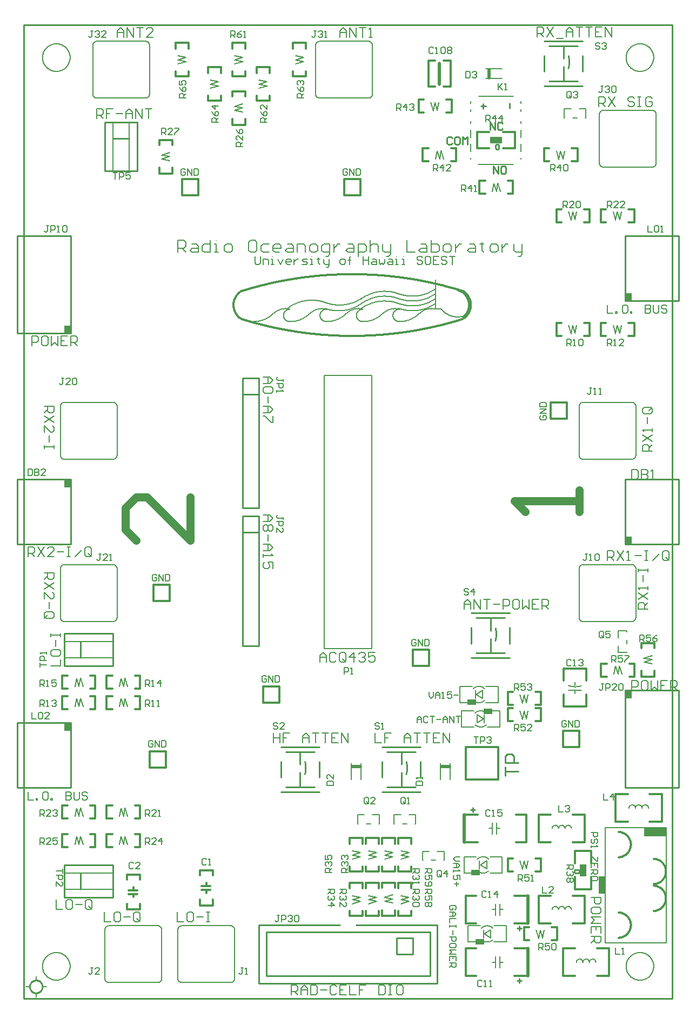
<source format=gto>
*%FSLAX24Y24*%
*%MOIN*%
G01*
%ADD11C,0.0000*%
%ADD12C,0.0040*%
%ADD13C,0.0059*%
%ADD14C,0.0060*%
%ADD15C,0.0073*%
%ADD16C,0.0079*%
%ADD17C,0.0080*%
%ADD18C,0.0098*%
%ADD19C,0.0100*%
%ADD20C,0.0120*%
%ADD21C,0.0150*%
%ADD22C,0.0197*%
%ADD23C,0.0200*%
%ADD24C,0.0200*%
%ADD25C,0.0240*%
%ADD26C,0.0250*%
%ADD27C,0.0300*%
%ADD28C,0.0300*%
%ADD29C,0.0340*%
%ADD30C,0.0360*%
%ADD31C,0.0380*%
%ADD32C,0.0394*%
%ADD33C,0.0397*%
%ADD34C,0.0400*%
%ADD35C,0.0400*%
%ADD36C,0.0434*%
%ADD37C,0.0440*%
%ADD38C,0.0472*%
%ADD39C,0.0480*%
%ADD40C,0.0500*%
%ADD41C,0.0500*%
%ADD42C,0.0520*%
%ADD43C,0.0540*%
%ADD44C,0.0560*%
%ADD45C,0.0580*%
%ADD46C,0.0594*%
%ADD47C,0.0600*%
%ADD48C,0.0600*%
%ADD49C,0.0620*%
%ADD50C,0.0640*%
%ADD51C,0.0650*%
%ADD52C,0.0660*%
%ADD53C,0.0670*%
%ADD54C,0.0672*%
%ADD55O,0.0750X0.0560*%
%ADD56C,0.0760*%
%ADD57C,0.0787*%
%ADD58O,0.0790X0.0600*%
%ADD59C,0.0800*%
%ADD60C,0.0827*%
%ADD61O,0.0850X0.0560*%
%ADD62C,0.0850*%
%ADD63C,0.0870*%
%ADD64C,0.0886*%
%ADD65C,0.0889*%
%ADD66O,0.0890X0.0600*%
%ADD67C,0.0926*%
%ADD68C,0.1000*%
%ADD69C,0.1040*%
%ADD70C,0.1161*%
%ADD71C,0.1250*%
%ADD72C,0.1276*%
%ADD73C,0.1316*%
%ADD74C,0.1600*%
%ADD75C,0.1640*%
%ADD76C,0.2250*%
%ADD77R,0.0200X0.0200*%
%ADD78R,0.0350X0.0500*%
%ADD79R,0.0350X0.0520*%
%ADD80R,0.0360X0.1300*%
%ADD81R,0.0370X0.0530*%
%ADD82R,0.0394X0.0551*%
%ADD83R,0.0394X0.1102*%
%ADD84R,0.0400X0.0500*%
%ADD85R,0.0400X0.0750*%
%ADD86R,0.0400X0.1350*%
%ADD87R,0.0434X0.0591*%
%ADD88R,0.0440X0.0540*%
%ADD89R,0.0440X0.1390*%
%ADD90R,0.0500X0.0400*%
%ADD91R,0.0500X0.0500*%
%ADD92R,0.0500X0.0500*%
%ADD93R,0.0500X0.1200*%
%ADD94R,0.0540X0.0440*%
%ADD95R,0.0540X0.0540*%
%ADD96R,0.0550X0.0350*%
%ADD97R,0.0551X0.0394*%
%ADD98R,0.0591X0.0177*%
%ADD99R,0.0591X0.0434*%
%ADD100R,0.0600X0.0600*%
%ADD101R,0.0600X0.0650*%
%ADD102R,0.0600X0.1250*%
%ADD103R,0.0620X0.0620*%
%ADD104R,0.0631X0.0217*%
%ADD105R,0.0640X0.0640*%
%ADD106R,0.0640X0.1290*%
%ADD107R,0.0650X0.0300*%
%ADD108R,0.0660X0.0660*%
%ADD109R,0.0700X0.0300*%
%ADD110R,0.0700X0.0340*%
%ADD111R,0.0700X0.0350*%
%ADD112R,0.0700X0.0700*%
%ADD113R,0.0709X0.0394*%
%ADD114R,0.0740X0.0740*%
%ADD115R,0.0749X0.0434*%
%ADD116R,0.0750X0.0300*%
%ADD117R,0.0750X0.0400*%
%ADD118R,0.0750X0.0550*%
%ADD119R,0.0750X0.0560*%
%ADD120R,0.0790X0.0600*%
%ADD121R,0.0800X0.0350*%
%ADD122R,0.0800X0.0550*%
%ADD123R,0.0827X0.0394*%
%ADD124R,0.0827X0.0591*%
%ADD125R,0.0867X0.0434*%
%ADD126R,0.0867X0.0631*%
%ADD127R,0.0950X0.1200*%
%ADD128R,0.0960X0.0540*%
%ADD129R,0.0960X0.1220*%
%ADD130R,0.1000X0.0600*%
%ADD131R,0.1000X0.1000*%
%ADD132R,0.1000X0.1000*%
%ADD133R,0.1000X0.1100*%
%ADD134R,0.1000X0.1200*%
%ADD135R,0.1000X0.1250*%
%ADD136R,0.1040X0.0640*%
%ADD137R,0.1040X0.1040*%
%ADD138R,0.1040X0.1290*%
%ADD139R,0.1200X0.1200*%
%ADD140R,0.1417X0.0551*%
%ADD141R,0.1500X0.1500*%
%ADD142R,0.1540X0.1540*%
%ADD143R,0.2000X0.2000*%
%ADD144R,0.2200X0.2200*%
%ADD145R,0.2500X0.2500*%
D14*
X55960Y34500D02*
Y35100D01*
Y34500D02*
X56360D01*
X56660Y35100D02*
X56860D01*
X56660D02*
X56560Y35000D01*
Y34600D01*
X56660Y34500D01*
X56860D01*
X56960Y34600D01*
Y35000D01*
X56860Y35100D01*
X57160Y34800D02*
X57559D01*
X58159Y34600D02*
Y35000D01*
X58059Y35100D01*
X57859D01*
X57759Y35000D01*
Y34600D01*
X57859Y34500D01*
X58059D01*
X58159D02*
X57959Y34700D01*
X58059Y34500D02*
X58159Y34600D01*
X56360Y36733D02*
Y37000D01*
Y36867D02*
Y36733D01*
Y36867D02*
X55960D01*
Y36600D02*
X56360D01*
Y36400D01*
X56293Y36334D01*
X56160D01*
X56093Y36400D01*
Y36600D01*
X55960Y36200D02*
Y35934D01*
Y36200D02*
X56227Y35934D01*
X56293D01*
X56360Y36000D01*
Y36134D01*
X56293Y36200D01*
X54210Y41250D02*
Y41750D01*
Y41250D02*
X54543D01*
X54710D02*
Y41333D01*
X54793D01*
Y41250D01*
X54710D01*
X55210Y41750D02*
X55376D01*
X55210D02*
X55126Y41667D01*
Y41333D01*
X55210Y41250D01*
X55376D01*
X55460Y41333D01*
Y41667D01*
X55376Y41750D01*
X55626Y41333D02*
Y41250D01*
Y41333D02*
X55710D01*
Y41250D01*
X55626D01*
X56543D02*
Y41750D01*
Y41250D02*
X56792D01*
X56876Y41333D01*
Y41417D01*
X56792Y41500D01*
X56543D01*
X56544D01*
X56543D02*
X56544D01*
X56543D02*
X56544D01*
X56543D02*
X56792D01*
X56876Y41583D01*
Y41667D01*
X56792Y41750D01*
X56543D01*
X57042D02*
Y41333D01*
X57126Y41250D01*
X57292D01*
X57376Y41333D01*
Y41750D01*
X57792D02*
X57875Y41667D01*
X57792Y41750D02*
X57626D01*
X57542Y41667D01*
Y41583D01*
X57626Y41500D01*
X57792D01*
X57875Y41417D01*
Y41333D01*
X57792Y41250D01*
X57626D01*
X57542Y41333D01*
X54460Y46250D02*
Y46650D01*
Y46250D02*
X54727D01*
X54927Y46650D02*
X55060D01*
X54927D02*
X54860Y46583D01*
Y46317D01*
X54927Y46250D01*
X55060D01*
X55126Y46317D01*
Y46583D01*
X55060Y46650D01*
X55260Y46250D02*
X55526D01*
X55260D02*
X55526Y46517D01*
Y46583D01*
X55460Y46650D01*
X55326D01*
X55260Y46583D01*
X55610Y49500D02*
X56210D01*
Y49900D01*
X55610Y50200D02*
Y50400D01*
Y50200D02*
X55710Y50100D01*
X56110D01*
X56210Y50200D01*
Y50400D01*
X56110Y50500D01*
X55710D01*
X55610Y50400D01*
X55910Y50700D02*
Y51099D01*
X55610Y51299D02*
Y51499D01*
Y51399D01*
X56210D01*
Y51299D01*
Y51499D01*
X54950Y49717D02*
Y49450D01*
Y49583D02*
Y49717D01*
Y49583D02*
X55350D01*
Y49850D02*
X54950D01*
Y50050D01*
X55017Y50116D01*
X55150D01*
X55217Y50050D01*
Y49850D01*
X55350Y50250D02*
Y50383D01*
Y50316D01*
X54950D01*
X54951D01*
X54950D02*
X55017Y50250D01*
X54960Y48650D02*
Y48250D01*
Y48650D02*
X55160D01*
X55227Y48583D01*
Y48450D01*
X55160Y48383D01*
X54960D01*
X55093D02*
X55227Y48250D01*
X55360D02*
X55493D01*
X55427D01*
Y48650D01*
X55428D01*
X55427D02*
X55360Y48583D01*
X55693Y48650D02*
X55960D01*
X55693D02*
Y48450D01*
X55826Y48517D01*
X55893D01*
X55960Y48450D01*
Y48317D01*
X55893Y48250D01*
X55760D01*
X55693Y48317D01*
X54960Y47400D02*
Y47000D01*
Y47400D02*
X55160D01*
X55227Y47333D01*
Y47200D01*
X55160Y47133D01*
X54960D01*
X55093D02*
X55227Y47000D01*
X55360D02*
X55493D01*
X55427D01*
Y47400D01*
X55428D01*
X55427D02*
X55360Y47333D01*
X55693D02*
X55760Y47400D01*
X55893D01*
X55960Y47333D01*
Y47267D01*
X55961D01*
X55960D02*
X55961D01*
X55960D02*
X55961D01*
X55960D02*
X55893Y47200D01*
X55826D01*
X55893D01*
X55960Y47133D01*
Y47067D01*
X55893Y47000D01*
X55760D01*
X55693Y47067D01*
X54960Y38900D02*
Y38500D01*
Y38900D02*
X55160D01*
X55227Y38833D01*
Y38700D01*
X55160Y38633D01*
X54960D01*
X55093D02*
X55227Y38500D01*
X55360D02*
X55626D01*
X55360D02*
X55626Y38767D01*
Y38833D01*
X55560Y38900D01*
X55427D01*
X55360Y38833D01*
X55760Y38900D02*
X56026D01*
X55760D02*
Y38700D01*
X55893Y38767D01*
X55960D01*
X56026Y38700D01*
Y38567D01*
X55960Y38500D01*
X55826D01*
X55760Y38567D01*
X54960Y40250D02*
Y40650D01*
X55160D01*
X55227Y40583D01*
Y40450D01*
X55160Y40383D01*
X54960D01*
X55093D02*
X55227Y40250D01*
X55360D02*
X55626D01*
X55360D02*
X55626Y40517D01*
Y40583D01*
X55560Y40650D01*
X55427D01*
X55360Y40583D01*
X55760D02*
X55826Y40650D01*
X55960D01*
X56026Y40583D01*
Y40517D01*
X56027D01*
X56026D02*
X56027D01*
X56026D02*
X56027D01*
X56026D02*
X55960Y40450D01*
X55893D01*
X55960D01*
X56026Y40383D01*
Y40317D01*
X55960Y40250D01*
X55826D01*
X55760Y40317D01*
X55810Y55250D02*
X55210D01*
X55810D02*
Y54950D01*
X55710Y54850D01*
X55510D01*
X55410Y54950D01*
Y55250D01*
Y55050D02*
X55210Y54850D01*
Y54250D02*
X55810Y54650D01*
Y54250D02*
X55210Y54650D01*
Y54050D02*
Y53651D01*
Y54050D02*
X55610Y53651D01*
X55710D01*
X55810Y53750D01*
Y53950D01*
X55710Y54050D01*
X55510Y53451D02*
Y53051D01*
X55310Y52451D02*
X55710D01*
X55810Y52551D01*
Y52751D01*
X55710Y52851D01*
X55310D01*
X55210Y52751D01*
Y52551D01*
Y52451D02*
X55410Y52651D01*
X55210Y52551D02*
X55310Y52451D01*
X58593Y56400D02*
X58727D01*
X58660D02*
X58593D01*
X58660D02*
Y56067D01*
X58593Y56000D01*
X58527D01*
X58460Y56067D01*
X58860Y56000D02*
X59126D01*
X58860D02*
X59126Y56267D01*
Y56333D01*
X59060Y56400D01*
X58927D01*
X58860Y56333D01*
X59260Y56000D02*
X59393D01*
X59326D01*
Y56400D01*
X59327D01*
X59326D02*
X59260Y56333D01*
X54210Y56250D02*
Y56850D01*
X54510D01*
X54610Y56750D01*
Y56550D01*
X54510Y56450D01*
X54210D01*
X54410D02*
X54610Y56250D01*
X55210D02*
X54810Y56850D01*
X55210D02*
X54810Y56250D01*
X55410D02*
X55809D01*
X55410D02*
X55809Y56650D01*
Y56750D01*
X55710Y56850D01*
X55510D01*
X55410Y56750D01*
X56009Y56550D02*
X56409D01*
X56609Y56850D02*
X56809D01*
X56709D01*
Y56250D01*
X56609D01*
X56809D01*
X57109D02*
X57509Y56650D01*
X58109Y56750D02*
Y56350D01*
Y56750D02*
X58009Y56850D01*
X57809D01*
X57709Y56750D01*
Y56350D01*
X57809Y56250D01*
X58009D01*
X58109D02*
X57909Y56450D01*
X58009Y56250D02*
X58109Y56350D01*
X54210Y61250D02*
Y61650D01*
Y61250D02*
X54410D01*
X54477Y61317D01*
Y61583D01*
X54410Y61650D01*
X54210D01*
X54610D02*
Y61250D01*
X54810D01*
X54876Y61317D01*
Y61383D01*
X54810Y61450D01*
X54610D01*
X54611D01*
X54610D02*
X54611D01*
X54610D02*
X54611D01*
X54610D02*
X54810D01*
X54876Y61517D01*
Y61583D01*
X54810Y61650D01*
X54610D01*
X55010Y61250D02*
X55276D01*
X55010D02*
X55276Y61517D01*
Y61583D01*
X55210Y61650D01*
X55076D01*
X55010Y61583D01*
X55210Y65500D02*
X55810D01*
Y65200D01*
X55710Y65100D01*
X55510D01*
X55410Y65200D01*
Y65500D01*
Y65300D02*
X55210Y65100D01*
Y64500D02*
X55810Y64900D01*
Y64500D02*
X55210Y64900D01*
Y64300D02*
Y63901D01*
Y64300D02*
X55610Y63901D01*
X55710D01*
X55810Y64000D01*
Y64200D01*
X55710Y64300D01*
X55510Y63701D02*
Y63301D01*
X55810Y63101D02*
Y62901D01*
Y63001D01*
X55210D01*
Y63101D01*
Y62901D01*
X56303Y67250D02*
X56437D01*
X56370D02*
X56303D01*
X56370D02*
Y66916D01*
X56303Y66850D01*
X56237D01*
X56170Y66916D01*
X56570Y66850D02*
X56836D01*
X56570D02*
X56836Y67116D01*
Y67183D01*
X56770Y67250D01*
X56637D01*
X56570Y67183D01*
X56970D02*
X57036Y67250D01*
X57170D01*
X57236Y67183D01*
Y66916D01*
X57170Y66850D01*
X57036D01*
X56970Y66916D01*
Y67183D01*
X54460Y69250D02*
Y69850D01*
X54760D01*
X54860Y69750D01*
Y69550D01*
X54760Y69450D01*
X54460D01*
X55160Y69850D02*
X55360D01*
X55160D02*
X55060Y69750D01*
Y69350D01*
X55160Y69250D01*
X55360D01*
X55460Y69350D01*
Y69750D01*
X55360Y69850D01*
X55660D02*
Y69250D01*
X55860Y69450D01*
X56059Y69250D01*
Y69850D01*
X56259D02*
X56659D01*
X56259D02*
Y69250D01*
X56659D01*
X56459Y69550D02*
X56259D01*
X56859Y69250D02*
Y69850D01*
X57159D01*
X57259Y69750D01*
Y69550D01*
X57159Y69450D01*
X56859D01*
X57059D02*
X57259Y69250D01*
X55477Y76650D02*
X55343D01*
X55410D01*
Y76317D01*
X55343Y76250D01*
X55277D01*
X55210Y76317D01*
X55610Y76250D02*
Y76650D01*
X55810D01*
X55876Y76583D01*
Y76450D01*
X55810Y76383D01*
X55610D01*
X56010Y76250D02*
X56143D01*
X56076D01*
Y76650D01*
X56077D01*
X56076D02*
X56010Y76583D01*
X56343D02*
X56410Y76650D01*
X56543D01*
X56610Y76583D01*
Y76317D01*
X56543Y76250D01*
X56410D01*
X56343Y76317D01*
Y76583D01*
X72710Y35750D02*
X73110D01*
Y35550D01*
X73043Y35483D01*
X72910D01*
X72843Y35550D01*
Y35750D01*
Y35617D02*
X72710Y35483D01*
X73043Y35350D02*
X73110Y35283D01*
Y35150D01*
X73043Y35084D01*
X72977D01*
X72978D01*
X72977D02*
X72978D01*
X72977D02*
X72978D01*
X72977D02*
X72910Y35150D01*
Y35217D01*
Y35150D01*
X72843Y35084D01*
X72777D01*
X72710Y35150D01*
Y35283D01*
X72777Y35350D01*
X72710Y34750D02*
X73110D01*
X72910Y34950D01*
Y34684D01*
X70460Y29850D02*
Y29250D01*
Y29850D02*
X70760D01*
X70860Y29750D01*
Y29550D01*
X70760Y29450D01*
X70460D01*
X70660D02*
X70860Y29250D01*
X71060D02*
Y29650D01*
X71260Y29850D01*
X71460Y29650D01*
Y29250D01*
Y29550D01*
X71060D01*
X71660Y29850D02*
Y29250D01*
X71960D01*
X72059Y29350D01*
Y29750D01*
X71960Y29850D01*
X71660D01*
X72259Y29550D02*
X72659D01*
X73159Y29850D02*
X73259Y29750D01*
X73159Y29850D02*
X72959D01*
X72859Y29750D01*
Y29350D01*
X72959Y29250D01*
X73159D01*
X73259Y29350D01*
X73459Y29850D02*
X73859D01*
X73459D02*
Y29250D01*
X73859D01*
X73659Y29550D02*
X73459D01*
X74059Y29850D02*
Y29250D01*
X74459D01*
X74659Y29850D02*
X75059D01*
X74659D02*
Y29550D01*
X74859D01*
X74659D01*
Y29250D01*
X75858D02*
Y29850D01*
Y29250D02*
X76158D01*
X76258Y29350D01*
Y29750D01*
X76158Y29850D01*
X75858D01*
X76458D02*
X76658D01*
X76558D01*
Y29250D01*
X76458D01*
X76658D01*
X77058Y29850D02*
X77258D01*
X77058D02*
X76958Y29750D01*
Y29350D01*
X77058Y29250D01*
X77258D01*
X77358Y29350D01*
Y29750D01*
X77258Y29850D01*
X69727Y34150D02*
X69593D01*
X69660D01*
Y33817D01*
X69593Y33750D01*
X69527D01*
X69460Y33817D01*
X69860Y33750D02*
Y34150D01*
X70060D01*
X70126Y34083D01*
Y33950D01*
X70060Y33883D01*
X69860D01*
X70260Y34083D02*
X70326Y34150D01*
X70460D01*
X70526Y34083D01*
Y34017D01*
X70527D01*
X70526D02*
X70527D01*
X70526D02*
X70527D01*
X70526D02*
X70460Y33950D01*
X70393D01*
X70460D01*
X70526Y33883D01*
Y33817D01*
X70460Y33750D01*
X70326D01*
X70260Y33817D01*
X70660Y34083D02*
X70726Y34150D01*
X70860D01*
X70926Y34083D01*
Y33817D01*
X70860Y33750D01*
X70726D01*
X70660Y33817D01*
Y34083D01*
X63420Y34340D02*
Y33740D01*
X63820D01*
X64120Y34340D02*
X64320D01*
X64120D02*
X64020Y34240D01*
Y33840D01*
X64120Y33740D01*
X64320D01*
X64420Y33840D01*
Y34240D01*
X64320Y34340D01*
X64620Y34040D02*
X65019D01*
X65219Y34340D02*
X65419D01*
X65319D01*
Y33740D01*
X65219D01*
X65419D01*
X67343Y30900D02*
X67477D01*
X67410D02*
X67343D01*
X67410D02*
Y30567D01*
X67343Y30500D01*
X67277D01*
X67210Y30567D01*
X67610Y30500D02*
X67743D01*
X67677D01*
Y30900D01*
X67678D01*
X67677D02*
X67610Y30833D01*
X65227Y37583D02*
X65160Y37650D01*
X65027D01*
X64960Y37583D01*
Y37317D01*
X65027Y37250D01*
X65160D01*
X65227Y37317D01*
X65360Y37250D02*
X65493D01*
X65427D01*
Y37650D01*
X65428D01*
X65427D02*
X65360Y37583D01*
X60727Y37333D02*
X60660Y37400D01*
X60527D01*
X60460Y37333D01*
Y37067D01*
X60527Y37000D01*
X60660D01*
X60727Y37067D01*
X60860Y37000D02*
X61126D01*
X60860D02*
X61126Y37267D01*
Y37333D01*
X61060Y37400D01*
X60927D01*
X60860Y37333D01*
X58920Y34340D02*
Y33740D01*
X59320D01*
X59620Y34340D02*
X59820D01*
X59620D02*
X59520Y34240D01*
Y33840D01*
X59620Y33740D01*
X59820D01*
X59920Y33840D01*
Y34240D01*
X59820Y34340D01*
X60120Y34040D02*
X60519D01*
X61119Y33840D02*
Y34240D01*
X61019Y34340D01*
X60819D01*
X60719Y34240D01*
Y33840D01*
X60819Y33740D01*
X61019D01*
X61119D02*
X60919Y33940D01*
X61019Y33740D02*
X61119Y33840D01*
X58227Y30900D02*
X58093D01*
X58160D01*
Y30567D01*
X58093Y30500D01*
X58027D01*
X57960Y30567D01*
X58360Y30500D02*
X58626D01*
X58360D02*
X58626Y30767D01*
Y30833D01*
X58560Y30900D01*
X58427D01*
X58360Y30833D01*
X68917Y48843D02*
X68850Y48910D01*
X68717D01*
X68650Y48843D01*
Y48577D01*
X68717Y48510D01*
X68850D01*
X68917Y48577D01*
Y48710D01*
X68783D01*
X69050Y48510D02*
Y48910D01*
X69316Y48510D01*
Y48910D01*
X69450D02*
Y48510D01*
X69650D01*
X69716Y48577D01*
Y48843D01*
X69650Y48910D01*
X69450D01*
X69360Y45364D02*
Y44764D01*
Y45064D01*
X69760D01*
Y45364D01*
Y44764D01*
X69960Y45364D02*
X70360D01*
X69960D02*
Y45064D01*
X70160D01*
X69960D01*
Y44764D01*
X71159D02*
Y45164D01*
X71359Y45364D01*
X71559Y45164D01*
Y44764D01*
Y45064D01*
X71159D01*
X71759Y45364D02*
X72159D01*
X71959D01*
Y44764D01*
X72359Y45364D02*
X72759D01*
X72559D01*
Y44764D01*
X72959Y45364D02*
X73359D01*
X72959D02*
Y44764D01*
X73359D01*
X73159Y45064D02*
X72959D01*
X73559Y44764D02*
Y45364D01*
X73959Y44764D01*
Y45364D01*
X69627Y45957D02*
X69560Y46023D01*
X69427D01*
X69360Y45957D01*
Y45890D01*
X69427Y45824D01*
X69560D01*
X69627Y45757D01*
Y45690D01*
X69560Y45624D01*
X69427D01*
X69360Y45690D01*
X69760Y45624D02*
X70026D01*
X69760D02*
X70026Y45890D01*
Y45957D01*
X69960Y46023D01*
X69827D01*
X69760Y45957D01*
X61917Y44843D02*
X61850Y44910D01*
X61717D01*
X61650Y44843D01*
Y44577D01*
X61717Y44510D01*
X61850D01*
X61917Y44577D01*
Y44710D01*
X61783D01*
X62050Y44510D02*
Y44910D01*
X62316Y44510D01*
Y44910D01*
X62450D02*
Y44510D01*
X62650D01*
X62716Y44577D01*
Y44843D01*
X62650Y44910D01*
X62450D01*
X61460Y47000D02*
Y47400D01*
X61660D01*
X61727Y47333D01*
Y47200D01*
X61660Y47133D01*
X61460D01*
X61593D02*
X61727Y47000D01*
X61860D02*
X61993D01*
X61927D01*
Y47400D01*
X61928D01*
X61927D02*
X61860Y47333D01*
X62193Y47000D02*
X62326D01*
X62260D01*
Y47400D01*
X62261D01*
X62260D02*
X62193Y47333D01*
X61460Y48250D02*
Y48650D01*
X61660D01*
X61727Y48583D01*
Y48450D01*
X61660Y48383D01*
X61460D01*
X61593D02*
X61727Y48250D01*
X61860D02*
X61993D01*
X61927D01*
Y48650D01*
X61928D01*
X61927D02*
X61860Y48583D01*
X62393Y48650D02*
Y48250D01*
X62193Y48450D02*
X62393Y48650D01*
X62460Y48450D02*
X62193D01*
X72650Y42150D02*
X73050D01*
Y42350D01*
X72984Y42417D01*
X72717D01*
X72650Y42350D01*
Y42150D01*
X73050Y42550D02*
Y42816D01*
Y42550D02*
X72784Y42816D01*
X72717D01*
X72650Y42750D01*
Y42617D01*
X72717Y42550D01*
X72540Y36790D02*
X72940D01*
X72540D02*
Y36990D01*
X72607Y37057D01*
X72740D01*
X72807Y36990D01*
Y36790D01*
Y36923D02*
X72940Y37057D01*
X72607Y37190D02*
X72540Y37257D01*
Y37390D01*
X72607Y37456D01*
X72674D01*
X72675D01*
X72674D02*
X72675D01*
X72674D02*
X72675D01*
X72674D02*
X72740Y37390D01*
Y37323D01*
Y37390D01*
X72807Y37456D01*
X72874D01*
X72940Y37390D01*
Y37257D01*
X72874Y37190D01*
X72540Y37590D02*
Y37856D01*
Y37590D02*
X72740D01*
X72674Y37723D01*
Y37790D01*
X72740Y37856D01*
X72874D01*
X72940Y37790D01*
Y37656D01*
X72874Y37590D01*
X61460Y40250D02*
Y40650D01*
X61660D01*
X61727Y40583D01*
Y40450D01*
X61660Y40383D01*
X61460D01*
X61593D02*
X61727Y40250D01*
X61860D02*
X62126D01*
X61860D02*
X62126Y40517D01*
Y40583D01*
X62060Y40650D01*
X61927D01*
X61860Y40583D01*
X62260Y40250D02*
X62393D01*
X62326D01*
Y40650D01*
X62327D01*
X62326D02*
X62260Y40583D01*
X61460Y38900D02*
Y38500D01*
Y38900D02*
X61660D01*
X61727Y38833D01*
Y38700D01*
X61660Y38633D01*
X61460D01*
X61593D02*
X61727Y38500D01*
X61860D02*
X62126D01*
X61860D02*
X62126Y38767D01*
Y38833D01*
X62060Y38900D01*
X61927D01*
X61860Y38833D01*
X62460Y38900D02*
Y38500D01*
X62260Y38700D02*
X62460Y38900D01*
X62526Y38700D02*
X62260D01*
X68710Y67300D02*
X69110D01*
X69310Y67100D01*
X69110Y66900D01*
X68710D01*
X69010D01*
Y67300D01*
X69210Y66700D02*
X69310Y66600D01*
Y66400D01*
X69210Y66300D01*
X68810D01*
X68710Y66400D01*
Y66600D01*
X68810Y66700D01*
X69210D01*
X69010Y66100D02*
Y65701D01*
X69110Y65501D02*
X68710D01*
X69110D02*
X69310Y65301D01*
X69110Y65101D01*
X68710D01*
X69010D01*
Y65501D01*
X69310Y64901D02*
Y64501D01*
X69210D01*
X68810Y64901D01*
X68710D01*
X69970Y67033D02*
Y67167D01*
Y67100D01*
X69636D01*
X69570Y67167D01*
Y67233D01*
X69636Y67300D01*
X69570Y66900D02*
X69970D01*
Y66700D01*
X69903Y66634D01*
X69770D01*
X69703Y66700D01*
Y66900D01*
X69570Y66500D02*
Y66367D01*
Y66434D01*
X69970D01*
X69971D01*
X69970D02*
X69903Y66500D01*
X69110Y58800D02*
X68710D01*
X69110D02*
X69310Y58600D01*
X69110Y58400D01*
X68710D01*
X69010D01*
Y58800D01*
X69210Y58200D02*
X69310Y58100D01*
Y57900D01*
X69210Y57800D01*
X69110D01*
X69010Y57900D01*
X68910Y57800D01*
X68810D01*
X68710Y57900D01*
Y58100D01*
X68810Y58200D01*
X68910D01*
X69010Y58100D01*
X69110Y58200D01*
X69210D01*
X69010Y58100D02*
Y57900D01*
Y57600D02*
Y57201D01*
X69110Y57001D02*
X68710D01*
X69110D02*
X69310Y56801D01*
X69110Y56601D01*
X68710D01*
X69010D01*
Y57001D01*
X68710Y56401D02*
Y56201D01*
Y56301D01*
X69310D01*
X69311D01*
X69310D02*
X69210Y56401D01*
X69310Y55901D02*
Y55501D01*
Y55901D02*
X69010D01*
X69110Y55701D01*
Y55601D01*
X69010Y55501D01*
X68810D01*
X68710Y55601D01*
Y55801D01*
X68810Y55901D01*
X69970Y58533D02*
Y58667D01*
Y58600D01*
X69636D01*
X69570Y58667D01*
Y58733D01*
X69636Y58800D01*
X69570Y58400D02*
X69970D01*
Y58200D01*
X69903Y58134D01*
X69770D01*
X69703Y58200D01*
Y58400D01*
X69570Y58000D02*
Y57734D01*
Y58000D02*
X69836Y57734D01*
X69903D01*
X69970Y57800D01*
Y57934D01*
X69903Y58000D01*
X72210Y50150D02*
Y49750D01*
Y50150D02*
X72410Y50350D01*
X72610Y50150D01*
Y49750D01*
Y50050D01*
X72210D01*
X73110Y50350D02*
X73210Y50250D01*
X73110Y50350D02*
X72910D01*
X72810Y50250D01*
Y49850D01*
X72910Y49750D01*
X73110D01*
X73210Y49850D01*
X73809D02*
Y50250D01*
X73710Y50350D01*
X73510D01*
X73410Y50250D01*
Y49850D01*
X73510Y49750D01*
X73710D01*
X73809D02*
X73610Y49950D01*
X73710Y49750D02*
X73809Y49850D01*
X74309Y49750D02*
Y50350D01*
X74009Y50050D01*
X74409D01*
X74609Y50250D02*
X74709Y50350D01*
X74909D01*
X75009Y50250D01*
Y50150D01*
X75010D01*
X75009D02*
X75010D01*
X75009D02*
X75010D01*
X75009D02*
X74909Y50050D01*
X74809D01*
X74909D01*
X75009Y49950D01*
Y49850D01*
X74909Y49750D01*
X74709D01*
X74609Y49850D01*
X75209Y50350D02*
X75609D01*
X75209D02*
Y50050D01*
X75409Y50150D01*
X75509D01*
X75609Y50050D01*
Y49850D01*
X75509Y49750D01*
X75309D01*
X75209Y49850D01*
X73710Y49400D02*
Y49000D01*
Y49400D02*
X73910D01*
X73977Y49333D01*
Y49200D01*
X73910Y49133D01*
X73710D01*
X74110Y49000D02*
X74243D01*
X74177D01*
Y49400D01*
X74178D01*
X74177D02*
X74110Y49333D01*
X62167Y55093D02*
X62100Y55160D01*
X61967D01*
X61900Y55093D01*
Y54827D01*
X61967Y54760D01*
X62100D01*
X62167Y54827D01*
Y54960D01*
X62033D01*
X62300Y54760D02*
Y55160D01*
X62566Y54760D01*
Y55160D01*
X62700D02*
Y54760D01*
X62900D01*
X62966Y54827D01*
Y55093D01*
X62900Y55160D01*
X62700D01*
X73917Y80093D02*
X73850Y80160D01*
X73717D01*
X73650Y80093D01*
Y79827D01*
X73717Y79760D01*
X73850D01*
X73917Y79827D01*
Y79960D01*
X73783D01*
X74050Y79760D02*
Y80160D01*
X74316Y79760D01*
Y80160D01*
X74450D02*
Y79760D01*
X74650D01*
X74716Y79827D01*
Y80093D01*
X74650Y80160D01*
X74450D01*
X63917Y80093D02*
X63850Y80160D01*
X63717D01*
X63650Y80093D01*
Y79827D01*
X63717Y79760D01*
X63850D01*
X63917Y79827D01*
Y79960D01*
X63783D01*
X64050Y79760D02*
Y80160D01*
X64316Y79760D01*
Y80160D01*
X64450D02*
Y79760D01*
X64650D01*
X64716Y79827D01*
Y80093D01*
X64650Y80160D01*
X64450D01*
X62460Y82250D02*
Y82650D01*
X62660D01*
X62727Y82583D01*
Y82450D01*
X62660Y82383D01*
X62460D01*
X62593D02*
X62727Y82250D01*
X62860D02*
X63126D01*
X62860D02*
X63126Y82517D01*
Y82583D01*
X63060Y82650D01*
X62927D01*
X62860Y82583D01*
X63260Y82650D02*
X63526D01*
Y82583D01*
X63260Y82317D01*
Y82250D01*
X58460Y83250D02*
Y83850D01*
X58760D01*
X58860Y83750D01*
Y83550D01*
X58760Y83450D01*
X58460D01*
X58660D02*
X58860Y83250D01*
X59060Y83850D02*
X59460D01*
X59060D02*
Y83550D01*
X59260D01*
X59060D01*
Y83250D01*
X59660Y83550D02*
X60059D01*
X60259Y83650D02*
Y83250D01*
Y83650D02*
X60459Y83850D01*
X60659Y83650D01*
Y83250D01*
Y83550D01*
X60259D01*
X60859Y83250D02*
Y83850D01*
X61259Y83250D01*
Y83850D01*
X61459D02*
X61859D01*
X61659D01*
Y83250D01*
X59727Y79900D02*
X59460D01*
X59593D02*
X59727D01*
X59593D02*
Y79500D01*
X59860D02*
Y79900D01*
X60060D01*
X60126Y79833D01*
Y79700D01*
X60060Y79633D01*
X59860D01*
X60260Y79900D02*
X60526D01*
X60260D02*
Y79700D01*
X60393Y79767D01*
X60460D01*
X60526Y79700D01*
Y79567D01*
X60460Y79500D01*
X60326D01*
X60260Y79567D01*
X59710Y88250D02*
Y88650D01*
X59910Y88850D01*
X60110Y88650D01*
Y88250D01*
Y88550D01*
X59710D01*
X60310Y88250D02*
Y88850D01*
X60710Y88250D01*
Y88850D01*
X60910D02*
X61309D01*
X61110D01*
Y88250D01*
X61509D02*
X61909D01*
X61509D02*
X61909Y88650D01*
Y88750D01*
X61809Y88850D01*
X61609D01*
X61509Y88750D01*
X58227Y88650D02*
X58093D01*
X58160D01*
Y88317D01*
X58093Y88250D01*
X58027D01*
X57960Y88317D01*
X58360Y88583D02*
X58427Y88650D01*
X58560D01*
X58626Y88583D01*
Y88517D01*
X58627D01*
X58626D02*
X58627D01*
X58626D02*
X58627D01*
X58626D02*
X58560Y88450D01*
X58493D01*
X58560D01*
X58626Y88383D01*
Y88317D01*
X58560Y88250D01*
X58427D01*
X58360Y88317D01*
X58760Y88250D02*
X59026D01*
X58760D02*
X59026Y88517D01*
Y88583D01*
X58960Y88650D01*
X58826D01*
X58760Y88583D01*
X63560Y84500D02*
X63960D01*
X63560D02*
Y84700D01*
X63627Y84767D01*
X63760D01*
X63827Y84700D01*
Y84500D01*
Y84633D02*
X63960Y84767D01*
X63627Y85033D02*
X63560Y85166D01*
X63627Y85033D02*
X63760Y84900D01*
X63893D01*
X63960Y84967D01*
Y85100D01*
X63893Y85166D01*
X63827D01*
X63760Y85100D01*
Y84900D01*
X63560Y85300D02*
Y85566D01*
Y85300D02*
X63760D01*
X63693Y85433D01*
Y85500D01*
X63760Y85566D01*
X63893D01*
X63960Y85500D01*
Y85366D01*
X63893Y85300D01*
X66710Y88250D02*
Y88650D01*
X66910D01*
X66977Y88583D01*
Y88450D01*
X66910Y88383D01*
X66710D01*
X66843D02*
X66977Y88250D01*
X67243Y88583D02*
X67376Y88650D01*
X67243Y88583D02*
X67110Y88450D01*
Y88317D01*
X67177Y88250D01*
X67310D01*
X67376Y88317D01*
Y88383D01*
X67310Y88450D01*
X67110D01*
X67510Y88250D02*
X67643D01*
X67576D01*
Y88650D01*
X67577D01*
X67576D02*
X67510Y88583D01*
X65960Y83000D02*
X65560D01*
Y83200D01*
X65627Y83267D01*
X65760D01*
X65827Y83200D01*
Y83000D01*
Y83133D02*
X65960Y83267D01*
X65627Y83533D02*
X65560Y83666D01*
X65627Y83533D02*
X65760Y83400D01*
X65893D01*
X65960Y83467D01*
Y83600D01*
X65893Y83666D01*
X65827D01*
X65760Y83600D01*
Y83400D01*
X65960Y84000D02*
X65560D01*
X65760Y83800D01*
Y84066D01*
X67060Y81500D02*
X67460D01*
X67060D02*
Y81700D01*
X67127Y81767D01*
X67260D01*
X67327Y81700D01*
Y81500D01*
Y81633D02*
X67460Y81767D01*
Y81900D02*
Y82166D01*
Y81900D02*
X67193Y82166D01*
X67127D01*
X67060Y82100D01*
Y81967D01*
X67127Y81900D01*
Y82433D02*
X67060Y82566D01*
X67127Y82433D02*
X67260Y82300D01*
X67393D01*
X67460Y82366D01*
Y82500D01*
X67393Y82566D01*
X67327D01*
X67260Y82500D01*
Y82300D01*
X68560Y83000D02*
X68960D01*
X68560D02*
Y83200D01*
X68627Y83267D01*
X68760D01*
X68827Y83200D01*
Y83000D01*
Y83133D02*
X68960Y83267D01*
X68627Y83533D02*
X68560Y83666D01*
X68627Y83533D02*
X68760Y83400D01*
X68893D01*
X68960Y83467D01*
Y83600D01*
X68893Y83666D01*
X68827D01*
X68760Y83600D01*
Y83400D01*
X68960Y83800D02*
Y84066D01*
Y83800D02*
X68693Y84066D01*
X68627D01*
X68560Y84000D01*
Y83866D01*
X68627Y83800D01*
X70810Y84500D02*
X71210D01*
X70810D02*
Y84700D01*
X70877Y84767D01*
X71010D01*
X71077Y84700D01*
Y84500D01*
Y84633D02*
X71210Y84767D01*
X70877Y85033D02*
X70810Y85166D01*
X70877Y85033D02*
X71010Y84900D01*
X71143D01*
X71210Y84967D01*
Y85100D01*
X71143Y85166D01*
X71077D01*
X71010Y85100D01*
Y84900D01*
X70877Y85300D02*
X70810Y85366D01*
Y85500D01*
X70877Y85566D01*
X70943D01*
X70944D01*
X70943D02*
X70944D01*
X70943D02*
X70944D01*
X70943D02*
X71010Y85500D01*
Y85433D01*
Y85500D01*
X71077Y85566D01*
X71143D01*
X71210Y85500D01*
Y85366D01*
X71143Y85300D01*
X73460Y88250D02*
Y88650D01*
X73660Y88850D01*
X73860Y88650D01*
Y88250D01*
Y88550D01*
X73460D01*
X74060Y88250D02*
Y88850D01*
X74460Y88250D01*
Y88850D01*
X74660D02*
X75059D01*
X74860D01*
Y88250D01*
X75259D02*
X75459D01*
X75359D01*
Y88850D01*
X75360D01*
X75359D02*
X75259Y88750D01*
X71977Y88650D02*
X71843D01*
X71910D01*
Y88317D01*
X71843Y88250D01*
X71777D01*
X71710Y88317D01*
X72110Y88583D02*
X72177Y88650D01*
X72310D01*
X72376Y88583D01*
Y88517D01*
X72377D01*
X72376D02*
X72377D01*
X72376D02*
X72377D01*
X72376D02*
X72310Y88450D01*
X72243D01*
X72310D01*
X72376Y88383D01*
Y88317D01*
X72310Y88250D01*
X72177D01*
X72110Y88317D01*
X72510Y88250D02*
X72643D01*
X72576D01*
Y88650D01*
X72577D01*
X72576D02*
X72510Y88583D01*
X90460Y32150D02*
Y31750D01*
X90727D01*
X90860D02*
X90993D01*
X90927D01*
Y32150D01*
X90928D01*
X90927D02*
X90860Y32083D01*
X82227Y30083D02*
X82160Y30150D01*
X82027D01*
X81960Y30083D01*
Y29817D01*
X82027Y29750D01*
X82160D01*
X82227Y29817D01*
X82360Y29750D02*
X82493D01*
X82427D01*
Y30150D01*
X82428D01*
X82427D02*
X82360Y30083D01*
X82693Y29750D02*
X82826D01*
X82760D01*
Y30150D01*
X82761D01*
X82760D02*
X82693Y30083D01*
X80543Y34483D02*
X80610Y34550D01*
Y34683D01*
X80543Y34750D01*
X80277D01*
X80210Y34683D01*
Y34550D01*
X80277Y34483D01*
X80410D01*
Y34617D01*
X80477Y34350D02*
X80210D01*
X80477D02*
X80610Y34217D01*
X80477Y34084D01*
X80210D01*
X80410D01*
Y34350D01*
X80210Y33950D02*
X80610D01*
X80210D02*
Y33684D01*
X80610Y33550D02*
Y33417D01*
Y33484D01*
X80210D01*
Y33550D01*
Y33417D01*
X80410Y33217D02*
Y32951D01*
X80210Y32817D02*
X80610D01*
Y32617D01*
X80543Y32551D01*
X80410D01*
X80343Y32617D01*
Y32817D01*
X80610Y32351D02*
Y32217D01*
Y32351D02*
X80543Y32417D01*
X80277D01*
X80210Y32351D01*
Y32217D01*
X80277Y32151D01*
X80543D01*
X80610Y32217D01*
Y32018D02*
X80210D01*
X80343Y31884D01*
X80210Y31751D01*
X80610D01*
Y31618D02*
Y31351D01*
Y31618D02*
X80210D01*
Y31351D01*
X80410Y31484D02*
Y31618D01*
X80210Y31218D02*
X80610D01*
Y31018D01*
X80543Y30951D01*
X80410D01*
X80343Y31018D01*
Y31218D01*
Y31085D02*
X80210Y30951D01*
X85710Y32000D02*
Y32400D01*
X85910D01*
X85977Y32333D01*
Y32200D01*
X85910Y32133D01*
X85710D01*
X85843D02*
X85977Y32000D01*
X86110Y32400D02*
X86376D01*
X86110D02*
Y32200D01*
X86243Y32267D01*
X86310D01*
X86376Y32200D01*
Y32067D01*
X86310Y32000D01*
X86177D01*
X86110Y32067D01*
X86510Y32333D02*
X86576Y32400D01*
X86710D01*
X86776Y32333D01*
Y32067D01*
X86710Y32000D01*
X86576D01*
X86510Y32067D01*
Y32333D01*
X82477Y35583D02*
X82410Y35650D01*
X82277D01*
X82210Y35583D01*
Y35317D01*
X82277Y35250D01*
X82410D01*
X82477Y35317D01*
X82610Y35250D02*
X82743D01*
X82677D01*
Y35650D01*
X82678D01*
X82677D02*
X82610Y35583D01*
X83143Y35650D02*
Y35250D01*
X82943Y35450D02*
X83143Y35650D01*
X83210Y35450D02*
X82943D01*
X85960Y35500D02*
Y35900D01*
Y35500D02*
X86227D01*
X86360D02*
X86626D01*
X86360D02*
X86626Y35767D01*
Y35833D01*
X86560Y35900D01*
X86427D01*
X86360Y35833D01*
X89360Y37483D02*
Y37750D01*
Y37483D02*
X89293D01*
X89027Y37750D01*
X88960D01*
Y37483D01*
X89360Y37350D02*
Y37084D01*
Y37350D02*
X88960D01*
Y37084D01*
X89160Y37217D02*
Y37350D01*
X88960Y36950D02*
X89360D01*
Y36750D01*
X89293Y36684D01*
X89160D01*
X89093Y36750D01*
Y36950D01*
Y36817D02*
X88960Y36684D01*
X89360Y36484D02*
Y36350D01*
Y36484D02*
X89293Y36550D01*
X89027D01*
X88960Y36484D01*
Y36350D01*
X89027Y36284D01*
X89293D01*
X89360Y36350D01*
X87860Y37250D02*
X87460D01*
X87860D02*
Y37050D01*
X87793Y36983D01*
X87660D01*
X87593Y37050D01*
Y37250D01*
Y37117D02*
X87460Y36983D01*
X87793Y36850D02*
X87860Y36783D01*
Y36650D01*
X87793Y36584D01*
X87727D01*
X87728D01*
X87727D02*
X87728D01*
X87727D02*
X87728D01*
X87727D02*
X87660Y36650D01*
Y36717D01*
Y36650D01*
X87593Y36584D01*
X87527D01*
X87460Y36650D01*
Y36783D01*
X87527Y36850D01*
X87793Y36450D02*
X87860Y36384D01*
Y36250D01*
X87793Y36184D01*
X87727D01*
X87660Y36250D01*
X87593Y36184D01*
X87527D01*
X87460Y36250D01*
Y36384D01*
X87527Y36450D01*
X87593D01*
X87660Y36384D01*
X87727Y36450D01*
X87793D01*
X87660Y36384D02*
Y36250D01*
X78360Y35750D02*
X77960D01*
X78360D02*
Y35550D01*
X78293Y35483D01*
X78160D01*
X78093Y35550D01*
Y35750D01*
Y35617D02*
X77960Y35483D01*
X78293Y35350D02*
X78360Y35283D01*
Y35150D01*
X78293Y35084D01*
X78227D01*
X78228D01*
X78227D02*
X78228D01*
X78227D02*
X78228D01*
X78227D02*
X78160Y35150D01*
Y35217D01*
Y35150D01*
X78093Y35084D01*
X78027D01*
X77960Y35150D01*
Y35283D01*
X78027Y35350D01*
X78293Y34950D02*
X78360Y34884D01*
Y34750D01*
X78293Y34684D01*
X78027D01*
X77960Y34750D01*
Y34884D01*
X78027Y34950D01*
X78293D01*
X78710Y35750D02*
X79110D01*
Y35550D01*
X79043Y35483D01*
X78910D01*
X78843Y35550D01*
Y35750D01*
Y35617D02*
X78710Y35483D01*
X79110Y35350D02*
Y35084D01*
Y35350D02*
X78910D01*
X78977Y35217D01*
Y35150D01*
X78910Y35084D01*
X78777D01*
X78710Y35150D01*
Y35283D01*
X78777Y35350D01*
X79043Y34950D02*
X79110Y34884D01*
Y34750D01*
X79043Y34684D01*
X78977D01*
X78910Y34750D01*
X78843Y34684D01*
X78777D01*
X78710Y34750D01*
Y34884D01*
X78777Y34950D01*
X78843D01*
X78910Y34884D01*
X78977Y34950D01*
X79043D01*
X78910Y34884D02*
Y34750D01*
X73860Y35750D02*
X73460D01*
X73860D02*
Y35550D01*
X73793Y35483D01*
X73660D01*
X73593Y35550D01*
Y35750D01*
Y35617D02*
X73460Y35483D01*
X73793Y35350D02*
X73860Y35283D01*
Y35150D01*
X73793Y35084D01*
X73727D01*
X73728D01*
X73727D02*
X73728D01*
X73727D02*
X73728D01*
X73727D02*
X73660Y35150D01*
Y35217D01*
Y35150D01*
X73593Y35084D01*
X73527D01*
X73460Y35150D01*
Y35283D01*
X73527Y35350D01*
X73460Y34950D02*
Y34684D01*
Y34950D02*
X73727Y34684D01*
X73793D01*
X73860Y34750D01*
Y34884D01*
X73793Y34950D01*
X81110Y53014D02*
Y53414D01*
X81310Y53614D01*
X81510Y53414D01*
Y53014D01*
Y53314D01*
X81110D01*
X81710Y53014D02*
Y53614D01*
X82110Y53014D01*
Y53614D01*
X82310D02*
X82709D01*
X82510D01*
Y53014D01*
X82909Y53314D02*
X83309D01*
X83509Y53014D02*
Y53614D01*
X83809D01*
X83909Y53514D01*
Y53314D01*
X83809Y53214D01*
X83509D01*
X84209Y53614D02*
X84409D01*
X84209D02*
X84109Y53514D01*
Y53114D01*
X84209Y53014D01*
X84409D01*
X84509Y53114D01*
Y53514D01*
X84409Y53614D01*
X84709D02*
Y53014D01*
X84909Y53214D01*
X85109Y53014D01*
Y53614D01*
X85309D02*
X85709D01*
X85309D02*
Y53014D01*
X85709D01*
X85509Y53314D02*
X85309D01*
X85908Y53014D02*
Y53614D01*
X86208D01*
X86308Y53514D01*
Y53314D01*
X86208Y53214D01*
X85908D01*
X86108D02*
X86308Y53014D01*
X81377Y54207D02*
X81310Y54273D01*
X81177D01*
X81110Y54207D01*
Y54140D01*
X81177Y54074D01*
X81310D01*
X81377Y54007D01*
Y53940D01*
X81310Y53874D01*
X81177D01*
X81110Y53940D01*
X81710Y53874D02*
Y54273D01*
X81510Y54074D01*
X81776D01*
X78167Y51093D02*
X78100Y51160D01*
X77967D01*
X77900Y51093D01*
Y50827D01*
X77967Y50760D01*
X78100D01*
X78167Y50827D01*
Y50960D01*
X78033D01*
X78300Y50760D02*
Y51160D01*
X78566Y50760D01*
Y51160D01*
X78700D02*
Y50760D01*
X78900D01*
X78966Y50827D01*
Y51093D01*
X78900Y51160D01*
X78700D01*
X89727Y51317D02*
Y51583D01*
X89660Y51650D01*
X89527D01*
X89460Y51583D01*
Y51317D01*
X89527Y51250D01*
X89660D01*
X89727D02*
X89593Y51383D01*
X89660Y51250D02*
X89727Y51317D01*
X89860Y51650D02*
X90126D01*
X89860D02*
Y51450D01*
X89993Y51517D01*
X90060D01*
X90126Y51450D01*
Y51317D01*
X90060Y51250D01*
X89927D01*
X89860Y51317D01*
X86960Y40900D02*
Y40500D01*
X87227D01*
X87360Y40833D02*
X87427Y40900D01*
X87560D01*
X87626Y40833D01*
Y40767D01*
X87627D01*
X87626D02*
X87627D01*
X87626D02*
X87627D01*
X87626D02*
X87560Y40700D01*
X87493D01*
X87560D01*
X87626Y40633D01*
Y40567D01*
X87560Y40500D01*
X87427D01*
X87360Y40567D01*
X82727Y40583D02*
X82660Y40650D01*
X82527D01*
X82460Y40583D01*
Y40317D01*
X82527Y40250D01*
X82660D01*
X82727Y40317D01*
X82860Y40250D02*
X82993D01*
X82927D01*
Y40650D01*
X82928D01*
X82927D02*
X82860Y40583D01*
X83193Y40650D02*
X83460D01*
X83193D02*
Y40450D01*
X83326Y40517D01*
X83393D01*
X83460Y40450D01*
Y40317D01*
X83393Y40250D01*
X83260D01*
X83193Y40317D01*
X80860Y37750D02*
X80593D01*
X80460Y37617D01*
X80593Y37483D01*
X80860D01*
X80727Y37350D02*
X80460D01*
X80727D02*
X80860Y37217D01*
X80727Y37084D01*
X80460D01*
X80660D01*
Y37350D01*
X80460Y36950D02*
Y36817D01*
Y36884D01*
X80860D01*
X80861D01*
X80860D02*
X80793Y36950D01*
X80860Y36617D02*
Y36350D01*
Y36617D02*
X80660D01*
X80727Y36484D01*
Y36417D01*
X80660Y36350D01*
X80527D01*
X80460Y36417D01*
Y36550D01*
X80527Y36617D01*
X80660Y36217D02*
Y35951D01*
X80527Y36084D02*
X80793D01*
X84460Y36250D02*
Y36650D01*
X84660D01*
X84727Y36583D01*
Y36450D01*
X84660Y36383D01*
X84460D01*
X84593D02*
X84727Y36250D01*
X84860Y36650D02*
X85126D01*
X84860D02*
Y36450D01*
X84993Y36517D01*
X85060D01*
X85126Y36450D01*
Y36317D01*
X85060Y36250D01*
X84927D01*
X84860Y36317D01*
X85260Y36250D02*
X85393D01*
X85326D01*
Y36650D01*
X85327D01*
X85326D02*
X85260Y36583D01*
X91460Y48000D02*
Y48600D01*
X91760D01*
X91860Y48500D01*
Y48300D01*
X91760Y48200D01*
X91460D01*
X92160Y48600D02*
X92360D01*
X92160D02*
X92060Y48500D01*
Y48100D01*
X92160Y48000D01*
X92360D01*
X92460Y48100D01*
Y48500D01*
X92360Y48600D01*
X92660D02*
Y48000D01*
X92860Y48200D01*
X93059Y48000D01*
Y48600D01*
X93259D02*
X93659D01*
X93259D02*
Y48000D01*
X93659D01*
X93459Y48300D02*
X93259D01*
X93859Y48000D02*
Y48600D01*
X94159D01*
X94259Y48500D01*
Y48300D01*
X94159Y48200D01*
X93859D01*
X94059D02*
X94259Y48000D01*
X89727Y48400D02*
X89593D01*
X89660D01*
Y48067D01*
X89593Y48000D01*
X89527D01*
X89460Y48067D01*
X89860Y48000D02*
Y48400D01*
X90060D01*
X90126Y48333D01*
Y48200D01*
X90060Y48133D01*
X89860D01*
X90260Y48000D02*
X90526D01*
X90260D02*
X90526Y48267D01*
Y48333D01*
X90460Y48400D01*
X90326D01*
X90260Y48333D01*
X90660D02*
X90726Y48400D01*
X90860D01*
X90926Y48333D01*
Y48067D01*
X90860Y48000D01*
X90726D01*
X90660Y48067D01*
Y48333D01*
X87417Y46093D02*
X87350Y46160D01*
X87217D01*
X87150Y46093D01*
Y45827D01*
X87217Y45760D01*
X87350D01*
X87417Y45827D01*
Y45960D01*
X87283D01*
X87550Y45760D02*
Y46160D01*
X87816Y45760D01*
Y46160D01*
X87950D02*
Y45760D01*
X88150D01*
X88216Y45827D01*
Y46093D01*
X88150Y46160D01*
X87950D01*
X87727Y49833D02*
X87660Y49900D01*
X87527D01*
X87460Y49833D01*
Y49567D01*
X87527Y49500D01*
X87660D01*
X87727Y49567D01*
X87860Y49500D02*
X87993D01*
X87927D01*
Y49900D01*
X87928D01*
X87927D02*
X87860Y49833D01*
X88193D02*
X88260Y49900D01*
X88393D01*
X88460Y49833D01*
Y49767D01*
X88461D01*
X88460D02*
X88461D01*
X88460D02*
X88461D01*
X88460D02*
X88393Y49700D01*
X88326D01*
X88393D01*
X88460Y49633D01*
Y49567D01*
X88393Y49500D01*
X88260D01*
X88193Y49567D01*
X84210Y45900D02*
Y45500D01*
Y45900D02*
X84410D01*
X84477Y45833D01*
Y45700D01*
X84410Y45633D01*
X84210D01*
X84343D02*
X84477Y45500D01*
X84610Y45900D02*
X84876D01*
X84610D02*
Y45700D01*
X84743Y45767D01*
X84810D01*
X84876Y45700D01*
Y45567D01*
X84810Y45500D01*
X84677D01*
X84610Y45567D01*
X85010Y45500D02*
X85276D01*
X85010D02*
X85276Y45767D01*
Y45833D01*
X85210Y45900D01*
X85076D01*
X85010Y45833D01*
X84210Y48000D02*
Y48400D01*
X84410D01*
X84477Y48333D01*
Y48200D01*
X84410Y48133D01*
X84210D01*
X84343D02*
X84477Y48000D01*
X84610Y48400D02*
X84876D01*
X84610D02*
Y48200D01*
X84743Y48267D01*
X84810D01*
X84876Y48200D01*
Y48067D01*
X84810Y48000D01*
X84677D01*
X84610Y48067D01*
X85010Y48333D02*
X85076Y48400D01*
X85210D01*
X85276Y48333D01*
Y48267D01*
X85277D01*
X85276D02*
X85277D01*
X85276D02*
X85277D01*
X85276D02*
X85210Y48200D01*
X85143D01*
X85210D01*
X85276Y48133D01*
Y48067D01*
X85210Y48000D01*
X85076D01*
X85010Y48067D01*
X78210Y46267D02*
Y46000D01*
Y46267D02*
X78343Y46400D01*
X78477Y46267D01*
Y46000D01*
Y46200D01*
X78210D01*
X78810Y46400D02*
X78876Y46333D01*
X78810Y46400D02*
X78677D01*
X78610Y46333D01*
Y46067D01*
X78677Y46000D01*
X78810D01*
X78876Y46067D01*
X79010Y46400D02*
X79276D01*
X79143D01*
Y46000D01*
X79410Y46200D02*
X79676D01*
X79809Y46267D02*
Y46000D01*
Y46267D02*
X79943Y46400D01*
X80076Y46267D01*
Y46000D01*
Y46200D01*
X79809D01*
X80209Y46000D02*
Y46400D01*
X80476Y46000D01*
Y46400D01*
X80609D02*
X80876D01*
X80743D01*
Y46000D01*
X78960Y47633D02*
Y47900D01*
Y47633D02*
X79093Y47500D01*
X79227Y47633D01*
Y47900D01*
X79360Y47767D02*
Y47500D01*
Y47767D02*
X79493Y47900D01*
X79626Y47767D01*
Y47500D01*
Y47700D01*
X79360D01*
X79760Y47500D02*
X79893D01*
X79826D01*
Y47900D01*
X79827D01*
X79826D02*
X79760Y47833D01*
X80093Y47900D02*
X80360D01*
X80093D02*
Y47700D01*
X80226Y47767D01*
X80293D01*
X80360Y47700D01*
Y47567D01*
X80293Y47500D01*
X80160D01*
X80093Y47567D01*
X80493Y47700D02*
X80759D01*
X81710Y45150D02*
X81977D01*
X81843D01*
Y44750D01*
X82110D02*
Y45150D01*
X82310D01*
X82376Y45083D01*
Y44950D01*
X82310Y44883D01*
X82110D01*
X82510Y45083D02*
X82576Y45150D01*
X82710D01*
X82776Y45083D01*
Y45017D01*
X82777D01*
X82776D02*
X82777D01*
X82776D02*
X82777D01*
X82776D02*
X82710Y44950D01*
X82643D01*
X82710D01*
X82776Y44883D01*
Y44817D01*
X82710Y44750D01*
X82576D01*
X82510Y44817D01*
X78550Y42150D02*
X78150D01*
X78550D02*
Y42350D01*
X78484Y42417D01*
X78217D01*
X78150Y42350D01*
Y42150D01*
X78550Y42550D02*
Y42683D01*
Y42617D01*
X78150D01*
X78151D01*
X78150D02*
X78217Y42550D01*
X75610Y44764D02*
Y45364D01*
Y44764D02*
X76010D01*
X76210Y45364D02*
X76610D01*
X76210D02*
Y45064D01*
X76410D01*
X76210D01*
Y44764D01*
X77409D02*
Y45164D01*
X77609Y45364D01*
X77809Y45164D01*
Y44764D01*
Y45064D01*
X77409D01*
X78009Y45364D02*
X78409D01*
X78209D01*
Y44764D01*
X78609Y45364D02*
X79009D01*
X78809D01*
Y44764D01*
X79209Y45364D02*
X79609D01*
X79209D02*
Y44764D01*
X79609D01*
X79409Y45064D02*
X79209D01*
X79809Y44764D02*
Y45364D01*
X80209Y44764D01*
Y45364D01*
X75877Y45957D02*
X75810Y46023D01*
X75677D01*
X75610Y45957D01*
Y45890D01*
X75677Y45824D01*
X75810D01*
X75877Y45757D01*
Y45690D01*
X75810Y45624D01*
X75677D01*
X75610Y45690D01*
X76010Y45624D02*
X76143D01*
X76077D01*
Y46023D01*
X76078D01*
X76077D02*
X76010Y45957D01*
X75227Y41333D02*
Y41067D01*
Y41333D02*
X75160Y41400D01*
X75027D01*
X74960Y41333D01*
Y41067D01*
X75027Y41000D01*
X75160D01*
X75227D02*
X75093Y41133D01*
X75160Y41000D02*
X75227Y41067D01*
X75360Y41000D02*
X75626D01*
X75360D02*
X75626Y41267D01*
Y41333D01*
X75560Y41400D01*
X75427D01*
X75360Y41333D01*
X77477D02*
Y41067D01*
Y41333D02*
X77410Y41400D01*
X77277D01*
X77210Y41333D01*
Y41067D01*
X77277Y41000D01*
X77410D01*
X77477D02*
X77343Y41133D01*
X77410Y41000D02*
X77477Y41067D01*
X77610Y41000D02*
X77743D01*
X77677D01*
Y41400D01*
X77678D01*
X77677D02*
X77610Y41333D01*
X79727Y36833D02*
Y36567D01*
Y36833D02*
X79660Y36900D01*
X79527D01*
X79460Y36833D01*
Y36567D01*
X79527Y36500D01*
X79660D01*
X79727D02*
X79593Y36633D01*
X79660Y36500D02*
X79727Y36567D01*
X80060Y36500D02*
Y36900D01*
X79860Y36700D01*
X80126D01*
X79110Y37000D02*
X78710D01*
X79110D02*
Y36800D01*
X79043Y36733D01*
X78910D01*
X78843Y36800D01*
Y37000D01*
Y36867D02*
X78710Y36733D01*
X79110Y36600D02*
Y36334D01*
Y36600D02*
X78910D01*
X78977Y36467D01*
Y36400D01*
X78910Y36334D01*
X78777D01*
X78710Y36400D01*
Y36533D01*
X78777Y36600D01*
Y36200D02*
X78710Y36134D01*
Y36000D01*
X78777Y35934D01*
X79043D01*
X79110Y36000D01*
Y36134D01*
X79043Y36200D01*
X78977D01*
X78910Y36134D01*
Y35934D01*
X73940Y36790D02*
X73540D01*
Y36990D01*
X73607Y37057D01*
X73740D01*
X73807Y36990D01*
Y36790D01*
Y36923D02*
X73940Y37057D01*
X73607Y37190D02*
X73540Y37257D01*
Y37390D01*
X73607Y37456D01*
X73674D01*
X73675D01*
X73674D02*
X73675D01*
X73674D02*
X73675D01*
X73674D02*
X73740Y37390D01*
Y37323D01*
Y37390D01*
X73807Y37456D01*
X73874D01*
X73940Y37390D01*
Y37257D01*
X73874Y37190D01*
X73607Y37590D02*
X73540Y37656D01*
Y37790D01*
X73607Y37856D01*
X73674D01*
X73675D01*
X73674D02*
X73675D01*
X73674D02*
X73675D01*
X73674D02*
X73740Y37790D01*
Y37723D01*
Y37790D01*
X73807Y37856D01*
X73874D01*
X73940Y37790D01*
Y37656D01*
X73874Y37590D01*
X77960Y37000D02*
X78360D01*
Y36800D01*
X78293Y36733D01*
X78160D01*
X78093Y36800D01*
Y37000D01*
Y36867D02*
X77960Y36733D01*
X78293Y36600D02*
X78360Y36533D01*
Y36400D01*
X78293Y36334D01*
X78227D01*
X78228D01*
X78227D02*
X78228D01*
X78227D02*
X78228D01*
X78227D02*
X78160Y36400D01*
Y36467D01*
Y36400D01*
X78093Y36334D01*
X78027D01*
X77960Y36400D01*
Y36533D01*
X78027Y36600D01*
X77960Y36200D02*
Y36067D01*
Y36134D01*
X78360D01*
X78361D01*
X78360D02*
X78293Y36200D01*
X85800Y64890D02*
X85867Y64957D01*
X85800Y64890D02*
Y64757D01*
X85867Y64690D01*
X86133D01*
X86200Y64757D01*
Y64890D01*
X86133Y64957D01*
X86000D01*
Y64823D01*
X86200Y65090D02*
X85800D01*
X86200Y65356D01*
X85800D01*
Y65490D02*
X86200D01*
Y65690D01*
X86133Y65756D01*
X85867D01*
X85800Y65690D01*
Y65490D01*
X92110Y62750D02*
X92710D01*
X92110D02*
Y63050D01*
X92210Y63150D01*
X92410D01*
X92510Y63050D01*
Y62750D01*
Y62950D02*
X92710Y63150D01*
Y63750D02*
X92110Y63350D01*
Y63750D02*
X92710Y63350D01*
Y63950D02*
Y64150D01*
Y64050D01*
X92110D01*
X92111D01*
X92110D02*
X92210Y63950D01*
X92410Y64449D02*
Y64849D01*
X92610Y65449D02*
X92210D01*
X92110Y65349D01*
Y65149D01*
X92210Y65049D01*
X92610D01*
X92710Y65149D01*
Y65349D01*
Y65449D02*
X92510Y65249D01*
X92710Y65349D02*
X92610Y65449D01*
X88977Y66650D02*
X88843D01*
X88910D01*
Y66317D01*
X88843Y66250D01*
X88777D01*
X88710Y66317D01*
X89110Y66250D02*
X89243D01*
X89177D01*
Y66650D01*
X89178D01*
X89177D02*
X89110Y66583D01*
X89443Y66250D02*
X89576D01*
X89510D01*
Y66650D01*
X89511D01*
X89510D02*
X89443Y66583D01*
X89960Y56600D02*
Y56000D01*
Y56600D02*
X90260D01*
X90360Y56500D01*
Y56300D01*
X90260Y56200D01*
X89960D01*
X90160D02*
X90360Y56000D01*
X90960D02*
X90560Y56600D01*
X90960D02*
X90560Y56000D01*
X91160D02*
X91360D01*
X91260D01*
Y56600D01*
X91261D01*
X91260D02*
X91160Y56500D01*
X91659Y56300D02*
X92059D01*
X92259Y56600D02*
X92459D01*
X92359D01*
Y56000D01*
X92259D01*
X92459D01*
X92759D02*
X93159Y56400D01*
X93759Y56500D02*
Y56100D01*
Y56500D02*
X93659Y56600D01*
X93459D01*
X93359Y56500D01*
Y56100D01*
X93459Y56000D01*
X93659D01*
X93759D02*
X93559Y56200D01*
X93659Y56000D02*
X93759Y56100D01*
X91460Y61000D02*
Y61600D01*
Y61000D02*
X91760D01*
X91860Y61100D01*
Y61500D01*
X91760Y61600D01*
X91460D01*
X92060D02*
Y61000D01*
X92360D01*
X92460Y61100D01*
Y61200D01*
X92360Y61300D01*
X92060D01*
X92061D01*
X92060D02*
X92061D01*
X92060D02*
X92061D01*
X92060D02*
X92360D01*
X92460Y61400D01*
Y61500D01*
X92360Y61600D01*
X92060D01*
X92660Y61000D02*
X92860D01*
X92760D01*
Y61600D01*
X92761D01*
X92760D02*
X92660Y61500D01*
X92460Y53000D02*
X91860D01*
Y53300D01*
X91960Y53400D01*
X92160D01*
X92260Y53300D01*
Y53000D01*
Y53200D02*
X92460Y53400D01*
Y54000D02*
X91860Y53600D01*
Y54000D02*
X92460Y53600D01*
Y54200D02*
Y54400D01*
Y54300D01*
X91860D01*
X91861D01*
X91860D02*
X91960Y54200D01*
X92160Y54699D02*
Y55099D01*
X91860Y55299D02*
Y55499D01*
Y55399D01*
X92460D01*
Y55299D01*
Y55499D01*
X88727Y56400D02*
X88593D01*
X88660D01*
Y56067D01*
X88593Y56000D01*
X88527D01*
X88460Y56067D01*
X88860Y56000D02*
X88993D01*
X88927D01*
Y56400D01*
X88928D01*
X88927D02*
X88860Y56333D01*
X89193D02*
X89260Y56400D01*
X89393D01*
X89460Y56333D01*
Y56067D01*
X89393Y56000D01*
X89260D01*
X89193Y56067D01*
Y56333D01*
X79210Y80000D02*
Y80400D01*
X79410D01*
X79477Y80333D01*
Y80200D01*
X79410Y80133D01*
X79210D01*
X79343D02*
X79477Y80000D01*
X79810D02*
Y80400D01*
X79610Y80200D01*
X79876D01*
X80010Y80000D02*
X80276D01*
X80010D02*
X80276Y80267D01*
Y80333D01*
X80210Y80400D01*
X80076D01*
X80010Y80333D01*
X80960Y79150D02*
Y78750D01*
Y79150D02*
X81160D01*
X81227Y79083D01*
Y78950D01*
X81160Y78883D01*
X80960D01*
X81093D02*
X81227Y78750D01*
X81560D02*
Y79150D01*
X81360Y78950D01*
X81626D01*
X81760Y78750D02*
X81893D01*
X81826D01*
Y79150D01*
X81827D01*
X81826D02*
X81760Y79083D01*
X82460Y83050D02*
Y83450D01*
X82660D01*
X82727Y83383D01*
Y83250D01*
X82660Y83183D01*
X82460D01*
X82593D02*
X82727Y83050D01*
X83060D02*
Y83450D01*
X82860Y83250D01*
X83126D01*
X83460Y83050D02*
Y83450D01*
X83260Y83250D01*
X83526D01*
X86460Y80400D02*
Y80000D01*
Y80400D02*
X86660D01*
X86727Y80333D01*
Y80200D01*
X86660Y80133D01*
X86460D01*
X86593D02*
X86727Y80000D01*
X87060D02*
Y80400D01*
X86860Y80200D01*
X87126D01*
X87260Y80333D02*
X87326Y80400D01*
X87460D01*
X87526Y80333D01*
Y80067D01*
X87460Y80000D01*
X87326D01*
X87260Y80067D01*
Y80333D01*
X87210Y78150D02*
Y77750D01*
Y78150D02*
X87410D01*
X87477Y78083D01*
Y77950D01*
X87410Y77883D01*
X87210D01*
X87343D02*
X87477Y77750D01*
X87610D02*
X87876D01*
X87610D02*
X87876Y78017D01*
Y78083D01*
X87810Y78150D01*
X87677D01*
X87610Y78083D01*
X88010D02*
X88076Y78150D01*
X88210D01*
X88276Y78083D01*
Y77817D01*
X88210Y77750D01*
X88076D01*
X88010Y77817D01*
Y78083D01*
X89960Y78150D02*
Y77750D01*
Y78150D02*
X90160D01*
X90227Y78083D01*
Y77950D01*
X90160Y77883D01*
X89960D01*
X90093D02*
X90227Y77750D01*
X90360D02*
X90626D01*
X90360D02*
X90626Y78017D01*
Y78083D01*
X90560Y78150D01*
X90427D01*
X90360Y78083D01*
X90760Y77750D02*
X91026D01*
X90760D02*
X91026Y78017D01*
Y78083D01*
X90960Y78150D01*
X90826D01*
X90760Y78083D01*
X89960Y71750D02*
Y71250D01*
X90293D01*
X90460D02*
Y71333D01*
X90543D01*
Y71250D01*
X90460D01*
X90960Y71750D02*
X91126D01*
X90960D02*
X90876Y71667D01*
Y71333D01*
X90960Y71250D01*
X91126D01*
X91210Y71333D01*
Y71667D01*
X91126Y71750D01*
X91376Y71333D02*
Y71250D01*
Y71333D02*
X91460D01*
Y71250D01*
X91376D01*
X92293D02*
Y71750D01*
Y71250D02*
X92542D01*
X92626Y71333D01*
Y71417D01*
X92542Y71500D01*
X92293D01*
X92294D01*
X92293D02*
X92294D01*
X92293D02*
X92294D01*
X92293D02*
X92542D01*
X92626Y71583D01*
Y71667D01*
X92542Y71750D01*
X92293D01*
X92792D02*
Y71333D01*
X92876Y71250D01*
X93042D01*
X93126Y71333D01*
Y71750D01*
X93542D02*
X93625Y71667D01*
X93542Y71750D02*
X93376D01*
X93292Y71667D01*
Y71583D01*
X93376Y71500D01*
X93542D01*
X93625Y71417D01*
Y71333D01*
X93542Y71250D01*
X93376D01*
X93292Y71333D01*
X92460Y76250D02*
Y76650D01*
Y76250D02*
X92727D01*
X92927Y76650D02*
X93060D01*
X92927D02*
X92860Y76583D01*
Y76317D01*
X92927Y76250D01*
X93060D01*
X93126Y76317D01*
Y76583D01*
X93060Y76650D01*
X93260Y76250D02*
X93393D01*
X93326D01*
Y76650D01*
X93327D01*
X93326D02*
X93260Y76583D01*
X89960Y69650D02*
Y69250D01*
Y69650D02*
X90160D01*
X90227Y69583D01*
Y69450D01*
X90160Y69383D01*
X89960D01*
X90093D02*
X90227Y69250D01*
X90360D02*
X90493D01*
X90427D01*
Y69650D01*
X90428D01*
X90427D02*
X90360Y69583D01*
X90693Y69250D02*
X90960D01*
X90693D02*
X90960Y69517D01*
Y69583D01*
X90893Y69650D01*
X90760D01*
X90693Y69583D01*
X87460Y69650D02*
Y69250D01*
Y69650D02*
X87660D01*
X87727Y69583D01*
Y69450D01*
X87660Y69383D01*
X87460D01*
X87593D02*
X87727Y69250D01*
X87860D02*
X87993D01*
X87927D01*
Y69650D01*
X87928D01*
X87927D02*
X87860Y69583D01*
X88193D02*
X88260Y69650D01*
X88393D01*
X88460Y69583D01*
Y69317D01*
X88393Y69250D01*
X88260D01*
X88193Y69317D01*
Y69583D01*
X87727Y84567D02*
Y84833D01*
X87660Y84900D01*
X87527D01*
X87460Y84833D01*
Y84567D01*
X87527Y84500D01*
X87660D01*
X87727D02*
X87593Y84633D01*
X87660Y84500D02*
X87727Y84567D01*
X87860Y84833D02*
X87927Y84900D01*
X88060D01*
X88126Y84833D01*
Y84767D01*
X88127D01*
X88126D02*
X88127D01*
X88126D02*
X88127D01*
X88126D02*
X88060Y84700D01*
X87993D01*
X88060D01*
X88126Y84633D01*
Y84567D01*
X88060Y84500D01*
X87927D01*
X87860Y84567D01*
X85610Y88264D02*
Y88864D01*
X85910D01*
X86010Y88764D01*
Y88564D01*
X85910Y88464D01*
X85610D01*
X85810D02*
X86010Y88264D01*
X86610D02*
X86210Y88864D01*
X86610D02*
X86210Y88264D01*
X86810Y88164D02*
X87209D01*
X87409Y88264D02*
Y88664D01*
X87609Y88864D01*
X87809Y88664D01*
Y88264D01*
Y88564D01*
X87409D01*
X88009Y88864D02*
X88409D01*
X88209D01*
Y88264D01*
X88609Y88864D02*
X89009D01*
X88809D01*
Y88264D01*
X89209Y88864D02*
X89609D01*
X89209D02*
Y88264D01*
X89609D01*
X89409Y88564D02*
X89209D01*
X89809Y88264D02*
Y88864D01*
X90209Y88264D01*
Y88864D01*
X89410Y87900D02*
X89477Y87833D01*
X89410Y87900D02*
X89277D01*
X89210Y87833D01*
Y87767D01*
X89277Y87700D01*
X89410D01*
X89477Y87633D01*
Y87567D01*
X89410Y87500D01*
X89277D01*
X89210Y87567D01*
X89610Y87833D02*
X89677Y87900D01*
X89810D01*
X89876Y87833D01*
Y87767D01*
X89877D01*
X89876D02*
X89877D01*
X89876D02*
X89877D01*
X89876D02*
X89810Y87700D01*
X89743D01*
X89810D01*
X89876Y87633D01*
Y87567D01*
X89810Y87500D01*
X89677D01*
X89610Y87567D01*
X79227Y87583D02*
X79160Y87650D01*
X79027D01*
X78960Y87583D01*
Y87317D01*
X79027Y87250D01*
X79160D01*
X79227Y87317D01*
X79360Y87250D02*
X79493D01*
X79427D01*
Y87650D01*
X79428D01*
X79427D02*
X79360Y87583D01*
X79693D02*
X79760Y87650D01*
X79893D01*
X79960Y87583D01*
Y87317D01*
X79893Y87250D01*
X79760D01*
X79693Y87317D01*
Y87583D01*
X80093D02*
X80160Y87650D01*
X80293D01*
X80360Y87583D01*
Y87517D01*
X80293Y87450D01*
X80360Y87383D01*
Y87317D01*
X80293Y87250D01*
X80160D01*
X80093Y87317D01*
Y87383D01*
X80160Y87450D01*
X80093Y87517D01*
Y87583D01*
X80160Y87450D02*
X80293D01*
X81210Y86150D02*
Y85750D01*
X81410D01*
X81477Y85817D01*
Y86083D01*
X81410Y86150D01*
X81210D01*
X81610Y86083D02*
X81677Y86150D01*
X81810D01*
X81876Y86083D01*
Y86017D01*
X81877D01*
X81876D02*
X81877D01*
X81876D02*
X81877D01*
X81876D02*
X81810Y85950D01*
X81743D01*
X81810D01*
X81876Y85883D01*
Y85817D01*
X81810Y85750D01*
X81677D01*
X81610Y85817D01*
X83210Y85400D02*
Y85000D01*
Y85133D01*
X83477Y85400D01*
X83277Y85200D01*
X83477Y85000D01*
X83610D02*
X83743D01*
X83677D01*
Y85400D01*
X83678D01*
X83677D02*
X83610Y85333D01*
X76960Y84150D02*
Y83750D01*
Y84150D02*
X77160D01*
X77227Y84083D01*
Y83950D01*
X77160Y83883D01*
X76960D01*
X77093D02*
X77227Y83750D01*
X77560D02*
Y84150D01*
X77360Y83950D01*
X77626D01*
X77760Y84083D02*
X77826Y84150D01*
X77960D01*
X78026Y84083D01*
Y84017D01*
X78027D01*
X78026D02*
X78027D01*
X78026D02*
X78027D01*
X78026D02*
X77960Y83950D01*
X77893D01*
X77960D01*
X78026Y83883D01*
Y83817D01*
X77960Y83750D01*
X77826D01*
X77760Y83817D01*
X88960Y35250D02*
X89560D01*
Y34950D01*
X89460Y34850D01*
X89260D01*
X89160Y34950D01*
Y35250D01*
X89560Y34550D02*
Y34350D01*
Y34550D02*
X89460Y34650D01*
X89060D01*
X88960Y34550D01*
Y34350D01*
X89060Y34250D01*
X89460D01*
X89560Y34350D01*
Y34050D02*
X88960D01*
X89160Y33850D01*
X88960Y33651D01*
X89560D01*
Y33451D02*
Y33051D01*
Y33451D02*
X88960D01*
Y33051D01*
X89260Y33251D02*
Y33451D01*
X88960Y32851D02*
X89560D01*
Y32551D01*
X89460Y32451D01*
X89260D01*
X89160Y32551D01*
Y32851D01*
Y32651D02*
X88960Y32451D01*
Y39250D02*
X89360D01*
Y39050D01*
X89293Y38983D01*
X89160D01*
X89093Y39050D01*
Y39250D01*
X89360Y38650D02*
X89293Y38584D01*
X89360Y38650D02*
Y38783D01*
X89293Y38850D01*
X89227D01*
X89160Y38783D01*
Y38650D01*
X89093Y38584D01*
X89027D01*
X88960Y38650D01*
Y38783D01*
X89027Y38850D01*
X88960Y38450D02*
Y38317D01*
Y38384D01*
X89360D01*
X89361D01*
X89360D02*
X89293Y38450D01*
X91960Y51000D02*
Y51400D01*
X92160D01*
X92227Y51333D01*
Y51200D01*
X92160Y51133D01*
X91960D01*
X92093D02*
X92227Y51000D01*
X92360Y51400D02*
X92626D01*
X92360D02*
Y51200D01*
X92493Y51267D01*
X92560D01*
X92626Y51200D01*
Y51067D01*
X92560Y51000D01*
X92427D01*
X92360Y51067D01*
X92893Y51333D02*
X93026Y51400D01*
X92893Y51333D02*
X92760Y51200D01*
Y51067D01*
X92826Y51000D01*
X92960D01*
X93026Y51067D01*
Y51133D01*
X92960Y51200D01*
X92760D01*
X90210Y50150D02*
Y49750D01*
Y50150D02*
X90410D01*
X90477Y50083D01*
Y49950D01*
X90410Y49883D01*
X90210D01*
X90343D02*
X90477Y49750D01*
X90610Y50150D02*
X90876D01*
X90610D02*
Y49950D01*
X90743Y50017D01*
X90810D01*
X90876Y49950D01*
Y49817D01*
X90810Y49750D01*
X90677D01*
X90610Y49817D01*
X91010Y50150D02*
X91276D01*
Y50083D01*
X91010Y49817D01*
Y49750D01*
X89710Y41650D02*
Y41250D01*
X89977D01*
X90310D02*
Y41650D01*
X90110Y41450D01*
X90376D01*
X89420Y83990D02*
Y84590D01*
X89720D01*
X89820Y84490D01*
Y84290D01*
X89720Y84190D01*
X89420D01*
X89620D02*
X89820Y83990D01*
X90420D02*
X90020Y84590D01*
X90420D02*
X90020Y83990D01*
X91519Y84590D02*
X91619Y84490D01*
X91519Y84590D02*
X91319D01*
X91219Y84490D01*
Y84390D01*
X91319Y84290D01*
X91519D01*
X91619Y84190D01*
Y84090D01*
X91519Y83990D01*
X91319D01*
X91219Y84090D01*
X91819Y84590D02*
X92019D01*
X91919D01*
Y83990D01*
X91819D01*
X92019D01*
X92619Y84590D02*
X92719Y84490D01*
X92619Y84590D02*
X92419D01*
X92319Y84490D01*
Y84090D01*
X92419Y83990D01*
X92619D01*
X92719Y84090D01*
Y84290D01*
X92519D01*
X89687Y85250D02*
X89553D01*
X89620D01*
Y84916D01*
X89553Y84850D01*
X89487D01*
X89420Y84916D01*
X89820Y85183D02*
X89887Y85250D01*
X90020D01*
X90086Y85183D01*
Y85116D01*
X90087D01*
X90086D02*
X90087D01*
X90086D02*
X90087D01*
X90086D02*
X90020Y85050D01*
X89953D01*
X90020D01*
X90086Y84983D01*
Y84916D01*
X90020Y84850D01*
X89887D01*
X89820Y84916D01*
X90220Y85183D02*
X90286Y85250D01*
X90420D01*
X90486Y85183D01*
Y84916D01*
X90420Y84850D01*
X90286D01*
X90220Y84916D01*
Y85183D01*
D16*
X91169Y50370D02*
Y50331D01*
X90617D02*
Y50744D01*
X91169Y51630D02*
Y51669D01*
X90617D02*
Y51256D01*
X91169Y51128D02*
Y50872D01*
Y50331D02*
X90617D01*
Y51669D02*
X91169D01*
X74541Y40343D02*
Y39791D01*
X75879D02*
Y40343D01*
X74580Y39791D02*
X74541D01*
Y40343D02*
X74954D01*
X75840Y39791D02*
X75879D01*
Y40343D02*
X75466D01*
X75338Y39791D02*
X75082D01*
X76791D02*
Y40343D01*
X78129D02*
Y39791D01*
X76830D02*
X76791D01*
Y40343D02*
X77204D01*
X78090Y39791D02*
X78129D01*
Y40343D02*
X77716D01*
X77588Y39791D02*
X77332D01*
X79879Y38093D02*
Y37541D01*
X78541D02*
Y38093D01*
X79082Y37541D02*
X79338D01*
X79466Y38093D02*
X79879D01*
Y37541D02*
X79840D01*
X78954Y38093D02*
X78541D01*
Y37541D02*
X78580D01*
X88629Y83291D02*
Y83843D01*
X87291D02*
Y83291D01*
X87832D02*
X88088D01*
X88216Y83843D02*
X88629D01*
Y83291D02*
X88590D01*
X87704Y83843D02*
X87291D01*
Y83291D02*
X87330D01*
D17*
X63460Y75750D02*
Y75000D01*
Y75750D02*
X63835D01*
X63960Y75625D01*
Y75375D01*
X63835Y75250D01*
X63460D01*
X63710D02*
X63960Y75000D01*
X64335Y75500D02*
X64585D01*
X64710Y75375D01*
Y75000D01*
X64335D01*
X64210Y75125D01*
X64335Y75250D01*
X64710D01*
X65459Y75000D02*
Y75750D01*
Y75000D02*
X65084D01*
X64960Y75125D01*
Y75375D01*
X65084Y75500D01*
X65459D01*
X65709Y75000D02*
X65959D01*
X65834D01*
Y75500D01*
X65709D01*
X65834Y75750D02*
X65835D01*
X66459Y75000D02*
X66709D01*
X66834Y75125D01*
Y75375D01*
X66709Y75500D01*
X66459D01*
X66334Y75375D01*
Y75125D01*
X66459Y75000D01*
X67959Y75750D02*
X68208D01*
X67959D02*
X67834Y75625D01*
Y75125D01*
X67959Y75000D01*
X68208D01*
X68333Y75125D01*
Y75625D01*
X68208Y75750D01*
X68708Y75500D02*
X69083D01*
X68708D02*
X68583Y75375D01*
Y75125D01*
X68708Y75000D01*
X69083D01*
X69458D02*
X69708D01*
X69458D02*
X69333Y75125D01*
Y75375D01*
X69458Y75500D01*
X69708D01*
X69833Y75375D01*
Y75250D01*
X69333D01*
X70208Y75500D02*
X70458D01*
X70583Y75375D01*
Y75000D01*
X70208D01*
X70083Y75125D01*
X70208Y75250D01*
X70583D01*
X70833Y75000D02*
Y75500D01*
X71208D01*
X71332Y75375D01*
Y75000D01*
X71707D02*
X71957D01*
X72082Y75125D01*
Y75375D01*
X71957Y75500D01*
X71707D01*
X71582Y75375D01*
Y75125D01*
X71707Y75000D01*
X72582Y74750D02*
X72707D01*
X72832Y74875D01*
Y75500D01*
X72457D01*
X72332Y75375D01*
Y75125D01*
X72457Y75000D01*
X72832D01*
X73082D02*
Y75500D01*
Y75250D02*
Y75000D01*
Y75250D02*
X73207Y75375D01*
X73332Y75500D01*
X73457D01*
X73957D02*
X74207D01*
X74331Y75375D01*
Y75000D01*
X73957D01*
X73832Y75125D01*
X73957Y75250D01*
X74331D01*
X74581Y75500D02*
Y74750D01*
Y75500D02*
X74956D01*
X75081Y75375D01*
Y75125D01*
X74956Y75000D01*
X74581D01*
X75331D02*
Y75750D01*
Y75375D02*
Y75000D01*
Y75375D02*
X75456Y75500D01*
X75706D01*
X75831Y75375D01*
Y75000D01*
X76081Y75125D02*
Y75500D01*
Y75125D02*
X76206Y75000D01*
X76581D01*
Y74875D01*
X76456Y74750D01*
X76331D01*
X76581Y75000D02*
Y75500D01*
X77580Y75750D02*
Y75000D01*
X78080D01*
X78455Y75500D02*
X78705D01*
X78830Y75375D01*
Y75000D01*
X78455D01*
X78330Y75125D01*
X78455Y75250D01*
X78830D01*
X79080Y75000D02*
Y75750D01*
Y75000D02*
X79455D01*
X79580Y75125D01*
Y75250D01*
Y75375D01*
X79455Y75500D01*
X79080D01*
X79955Y75000D02*
X80205D01*
X80330Y75125D01*
Y75375D01*
X80205Y75500D01*
X79955D01*
X79830Y75375D01*
Y75125D01*
X79955Y75000D01*
X80579D02*
Y75500D01*
Y75250D02*
Y75000D01*
Y75250D02*
X80704Y75375D01*
X80829Y75500D01*
X80954D01*
X81454D02*
X81704D01*
X81829Y75375D01*
Y75000D01*
X81454D01*
X81329Y75125D01*
X81454Y75250D01*
X81829D01*
X82204Y75500D02*
Y75625D01*
Y75500D02*
X82079D01*
X82329D01*
X82204D01*
Y75125D01*
X82329Y75000D01*
X82829D02*
X83079D01*
X83204Y75125D01*
Y75375D01*
X83079Y75500D01*
X82829D01*
X82704Y75375D01*
Y75125D01*
X82829Y75000D01*
X83454D02*
Y75500D01*
Y75250D02*
Y75000D01*
Y75250D02*
X83579Y75375D01*
X83703Y75500D01*
X83828D01*
X84203D02*
Y75125D01*
X84328Y75000D01*
X84703D01*
Y74875D01*
X84578Y74750D01*
X84453D01*
X84703Y75000D02*
Y75500D01*
X68210Y74750D02*
Y74333D01*
X68293Y74250D01*
X68460D01*
X68543Y74333D01*
Y74750D01*
X68710Y74583D02*
Y74250D01*
Y74583D02*
X68960D01*
X69043Y74500D01*
Y74250D01*
X69210D02*
X69376D01*
X69293D01*
Y74583D01*
X69210D01*
X69293Y74750D02*
X69294D01*
X69626Y74583D02*
X69793Y74250D01*
X69959Y74583D01*
X70209Y74250D02*
X70376D01*
X70209D02*
X70126Y74333D01*
Y74500D01*
X70209Y74583D01*
X70376D01*
X70459Y74500D01*
Y74417D01*
X70126D01*
X70626Y74583D02*
Y74250D01*
Y74417D01*
X70709Y74500D01*
X70792Y74583D01*
X70876D01*
X71126Y74250D02*
X71376D01*
X71459Y74333D01*
X71376Y74417D01*
X71209D01*
X71126Y74500D01*
X71209Y74583D01*
X71459D01*
X71626Y74250D02*
X71792D01*
X71709D01*
Y74583D01*
X71626D01*
X71709Y74750D02*
X71710D01*
X72125Y74667D02*
Y74583D01*
X72042D01*
X72209D01*
X72125D01*
Y74333D01*
X72209Y74250D01*
X72459Y74333D02*
Y74583D01*
Y74333D02*
X72542Y74250D01*
X72792D01*
Y74167D01*
X72709Y74083D01*
X72625D01*
X72792Y74250D02*
Y74583D01*
X73542Y74250D02*
X73708D01*
X73792Y74333D01*
Y74500D01*
X73708Y74583D01*
X73542D01*
X73458Y74500D01*
Y74333D01*
X73542Y74250D01*
X74041D02*
Y74667D01*
Y74500D01*
X73958D01*
X74125D01*
X74041D01*
Y74667D01*
X74125Y74750D01*
X74875D02*
Y74250D01*
Y74500D01*
X75208D01*
Y74750D01*
Y74250D01*
X75458Y74583D02*
X75624D01*
X75708Y74500D01*
Y74250D01*
X75458D01*
X75374Y74333D01*
X75458Y74417D01*
X75708D01*
X75874Y74333D02*
Y74583D01*
Y74333D02*
X75957Y74250D01*
X76041Y74333D01*
X76124Y74250D01*
X76207Y74333D01*
Y74583D01*
X76457D02*
X76624D01*
X76707Y74500D01*
Y74250D01*
X76457D01*
X76374Y74333D01*
X76457Y74417D01*
X76707D01*
X76874Y74250D02*
X77040D01*
X76957D01*
Y74583D01*
X76874D01*
X76957Y74750D02*
X76958D01*
X77290Y74250D02*
X77457D01*
X77374D01*
Y74583D01*
X77290D01*
X77374Y74750D02*
X77375D01*
X78457D02*
X78540Y74667D01*
X78457Y74750D02*
X78290D01*
X78207Y74667D01*
Y74583D01*
X78290Y74500D01*
X78457D01*
X78540Y74417D01*
Y74333D01*
X78457Y74250D01*
X78290D01*
X78207Y74333D01*
X78790Y74750D02*
X78957D01*
X78790D02*
X78707Y74667D01*
Y74333D01*
X78790Y74250D01*
X78957D01*
X79040Y74333D01*
Y74667D01*
X78957Y74750D01*
X79206D02*
X79540D01*
X79206D02*
Y74250D01*
X79540D01*
X79373Y74500D02*
X79206D01*
X79956Y74750D02*
X80040Y74667D01*
X79956Y74750D02*
X79790D01*
X79706Y74667D01*
Y74583D01*
X79790Y74500D01*
X79956D01*
X80040Y74417D01*
Y74333D01*
X79956Y74250D01*
X79790D01*
X79706Y74333D01*
X80206Y74750D02*
X80539D01*
X80373D01*
Y74250D01*
X54710Y29317D02*
Y29120D01*
Y30183D02*
Y30380D01*
X54277Y29750D02*
X54080D01*
X55143D02*
X55340D01*
X56460Y35750D02*
X59460D01*
Y36750D02*
X56460D01*
X56810Y31000D02*
X56809Y30966D01*
X56807Y30933D01*
X56804Y30899D01*
X56799Y30866D01*
X56793Y30833D01*
X56786Y30800D01*
X56778Y30768D01*
X56768Y30736D01*
X56757Y30704D01*
X56744Y30673D01*
X56731Y30642D01*
X56716Y30612D01*
X56700Y30582D01*
X56683Y30553D01*
X56665Y30525D01*
X56646Y30498D01*
X56625Y30471D01*
X56604Y30445D01*
X56581Y30420D01*
X56558Y30396D01*
X56534Y30373D01*
X56509Y30351D01*
X56482Y30329D01*
X56456Y30309D01*
X56428Y30290D01*
X56399Y30272D01*
X56370Y30256D01*
X56341Y30240D01*
X56310Y30226D01*
X56279Y30212D01*
X56248Y30200D01*
X56216Y30190D01*
X56184Y30180D01*
X56151Y30172D01*
X56119Y30165D01*
X56085Y30159D01*
X56052Y30155D01*
X56019Y30152D01*
X55985Y30150D01*
X55952Y30150D01*
X55918Y30151D01*
X55885Y30153D01*
X55851Y30157D01*
X55818Y30162D01*
X55785Y30168D01*
X55752Y30176D01*
X55720Y30185D01*
X55688Y30195D01*
X55656Y30206D01*
X55625Y30219D01*
X55594Y30233D01*
X55564Y30248D01*
X55535Y30264D01*
X55506Y30281D01*
X55478Y30300D01*
X55451Y30319D01*
X55424Y30340D01*
X55399Y30362D01*
X55374Y30384D01*
X55350Y30408D01*
X55327Y30432D01*
X55305Y30458D01*
X55284Y30484D01*
X55265Y30511D01*
X55246Y30539D01*
X55228Y30568D01*
X55212Y30597D01*
X55196Y30627D01*
X55182Y30657D01*
X55169Y30688D01*
X55158Y30720D01*
X55147Y30752D01*
X55138Y30784D01*
X55130Y30817D01*
X55123Y30850D01*
X55118Y30883D01*
X55114Y30916D01*
X55111Y30950D01*
X55110Y30983D01*
Y31017D01*
X55111Y31050D01*
X55114Y31084D01*
X55118Y31117D01*
X55123Y31150D01*
X55130Y31183D01*
X55138Y31216D01*
X55147Y31248D01*
X55158Y31280D01*
X55169Y31312D01*
X55182Y31343D01*
X55196Y31373D01*
X55212Y31403D01*
X55228Y31432D01*
X55246Y31461D01*
X55265Y31489D01*
X55284Y31516D01*
X55305Y31542D01*
X55327Y31568D01*
X55350Y31592D01*
X55374Y31616D01*
X55399Y31638D01*
X55424Y31660D01*
X55451Y31681D01*
X55478Y31700D01*
X55506Y31719D01*
X55535Y31736D01*
X55564Y31752D01*
X55594Y31767D01*
X55625Y31781D01*
X55656Y31794D01*
X55688Y31805D01*
X55720Y31815D01*
X55752Y31824D01*
X55785Y31832D01*
X55818Y31838D01*
X55851Y31843D01*
X55885Y31847D01*
X55918Y31849D01*
X55952Y31850D01*
X55985Y31850D01*
X56019Y31848D01*
X56052Y31845D01*
X56085Y31841D01*
X56119Y31835D01*
X56151Y31828D01*
X56184Y31820D01*
X56216Y31810D01*
X56248Y31800D01*
X56279Y31788D01*
X56310Y31774D01*
X56341Y31760D01*
X56370Y31744D01*
X56399Y31728D01*
X56428Y31710D01*
X56456Y31691D01*
X56482Y31671D01*
X56509Y31649D01*
X56534Y31627D01*
X56558Y31604D01*
X56581Y31580D01*
X56604Y31555D01*
X56625Y31529D01*
X56646Y31502D01*
X56665Y31475D01*
X56683Y31447D01*
X56700Y31418D01*
X56716Y31388D01*
X56731Y31358D01*
X56744Y31327D01*
X56757Y31296D01*
X56768Y31264D01*
X56778Y31232D01*
X56786Y31200D01*
X56793Y31167D01*
X56799Y31134D01*
X56804Y31101D01*
X56807Y31067D01*
X56809Y31034D01*
X56810Y31000D01*
X56460Y50000D02*
X59460D01*
Y51000D02*
X56460D01*
X57450Y48770D02*
X57610Y48250D01*
X57360D02*
X57450Y48770D01*
X57210Y48750D02*
X57360Y48250D01*
X57110D02*
X57210Y48750D01*
X57450Y47520D02*
X57610Y47000D01*
X57360D02*
X57450Y47520D01*
X57210Y47500D02*
X57360Y47000D01*
X57110D02*
X57210Y47500D01*
X57450Y39020D02*
X57610Y38500D01*
X57360D02*
X57450Y39020D01*
X57210Y39000D02*
X57360Y38500D01*
X57110D02*
X57210Y39000D01*
X57610Y40250D02*
X57450Y40770D01*
X57360Y40250D01*
X57210Y40750D01*
X57110Y40250D01*
X56210Y55500D02*
X56212Y55533D01*
X56219Y55565D01*
X56229Y55596D01*
X56243Y55625D01*
X56262Y55652D01*
X56283Y55677D01*
X56308Y55698D01*
X56335Y55717D01*
X56364Y55731D01*
X56395Y55741D01*
X56427Y55748D01*
X56460Y55750D01*
X56210Y52500D02*
X56212Y52467D01*
X56219Y52435D01*
X56229Y52404D01*
X56243Y52375D01*
X56262Y52348D01*
X56283Y52323D01*
X56308Y52302D01*
X56335Y52283D01*
X56364Y52269D01*
X56395Y52259D01*
X56427Y52252D01*
X56460Y52250D01*
X59460D02*
X59493Y52252D01*
X59525Y52259D01*
X59556Y52269D01*
X59585Y52283D01*
X59612Y52302D01*
X59637Y52323D01*
X59658Y52348D01*
X59677Y52375D01*
X59691Y52404D01*
X59701Y52435D01*
X59708Y52467D01*
X59710Y52500D01*
Y55500D02*
X59708Y55533D01*
X59701Y55565D01*
X59691Y55596D01*
X59677Y55625D01*
X59658Y55652D01*
X59637Y55677D01*
X59612Y55698D01*
X59585Y55717D01*
X59556Y55731D01*
X59525Y55741D01*
X59493Y55748D01*
X59460Y55750D01*
X56210Y55500D02*
Y52500D01*
X59710D02*
Y55500D01*
X59460Y55750D02*
X56460D01*
Y52250D02*
X59460D01*
X56210Y65500D02*
X56212Y65533D01*
X56219Y65565D01*
X56229Y65596D01*
X56243Y65625D01*
X56262Y65652D01*
X56283Y65677D01*
X56308Y65698D01*
X56335Y65717D01*
X56364Y65731D01*
X56395Y65741D01*
X56427Y65748D01*
X56460Y65750D01*
X56210Y62500D02*
X56212Y62467D01*
X56219Y62435D01*
X56229Y62404D01*
X56243Y62375D01*
X56262Y62348D01*
X56283Y62323D01*
X56308Y62302D01*
X56335Y62283D01*
X56364Y62269D01*
X56395Y62259D01*
X56427Y62252D01*
X56460Y62250D01*
X59460D02*
X59493Y62252D01*
X59525Y62259D01*
X59556Y62269D01*
X59585Y62283D01*
X59612Y62302D01*
X59637Y62323D01*
X59658Y62348D01*
X59677Y62375D01*
X59691Y62404D01*
X59701Y62435D01*
X59708Y62467D01*
X59710Y62500D01*
Y65500D02*
X59708Y65533D01*
X59701Y65565D01*
X59691Y65596D01*
X59677Y65625D01*
X59658Y65652D01*
X59637Y65677D01*
X59612Y65698D01*
X59585Y65717D01*
X59556Y65731D01*
X59525Y65741D01*
X59493Y65748D01*
X59460Y65750D01*
X56210Y65500D02*
Y62500D01*
X59710D02*
Y65500D01*
X59460Y65750D02*
X56460D01*
Y62250D02*
X59460D01*
X56810Y87000D02*
X56809Y86966D01*
X56807Y86933D01*
X56804Y86899D01*
X56799Y86866D01*
X56793Y86833D01*
X56786Y86800D01*
X56778Y86768D01*
X56768Y86736D01*
X56757Y86704D01*
X56744Y86673D01*
X56731Y86642D01*
X56716Y86612D01*
X56700Y86582D01*
X56683Y86553D01*
X56665Y86525D01*
X56646Y86498D01*
X56625Y86471D01*
X56604Y86445D01*
X56581Y86420D01*
X56558Y86396D01*
X56534Y86373D01*
X56509Y86351D01*
X56482Y86330D01*
X56456Y86309D01*
X56428Y86290D01*
X56399Y86272D01*
X56370Y86256D01*
X56341Y86240D01*
X56310Y86226D01*
X56279Y86212D01*
X56248Y86200D01*
X56216Y86190D01*
X56184Y86180D01*
X56151Y86172D01*
X56119Y86165D01*
X56085Y86159D01*
X56052Y86155D01*
X56019Y86152D01*
X55985Y86150D01*
X55952Y86150D01*
X55918Y86151D01*
X55885Y86153D01*
X55851Y86157D01*
X55818Y86162D01*
X55785Y86168D01*
X55752Y86176D01*
X55720Y86185D01*
X55688Y86195D01*
X55656Y86206D01*
X55625Y86219D01*
X55594Y86233D01*
X55564Y86248D01*
X55535Y86264D01*
X55506Y86281D01*
X55478Y86300D01*
X55451Y86319D01*
X55424Y86340D01*
X55399Y86362D01*
X55374Y86384D01*
X55350Y86408D01*
X55327Y86432D01*
X55305Y86458D01*
X55284Y86484D01*
X55265Y86511D01*
X55246Y86539D01*
X55228Y86568D01*
X55212Y86597D01*
X55196Y86627D01*
X55182Y86657D01*
X55169Y86688D01*
X55158Y86720D01*
X55147Y86752D01*
X55138Y86784D01*
X55130Y86817D01*
X55123Y86850D01*
X55118Y86883D01*
X55114Y86916D01*
X55111Y86950D01*
X55110Y86983D01*
Y87017D01*
X55111Y87050D01*
X55114Y87084D01*
X55118Y87117D01*
X55123Y87150D01*
X55130Y87183D01*
X55138Y87216D01*
X55147Y87248D01*
X55158Y87280D01*
X55169Y87312D01*
X55182Y87343D01*
X55196Y87373D01*
X55212Y87403D01*
X55228Y87432D01*
X55246Y87461D01*
X55265Y87489D01*
X55284Y87516D01*
X55305Y87542D01*
X55327Y87568D01*
X55350Y87592D01*
X55374Y87616D01*
X55399Y87638D01*
X55424Y87660D01*
X55451Y87681D01*
X55478Y87700D01*
X55506Y87719D01*
X55535Y87736D01*
X55564Y87752D01*
X55594Y87767D01*
X55625Y87781D01*
X55656Y87794D01*
X55688Y87805D01*
X55720Y87815D01*
X55752Y87824D01*
X55785Y87832D01*
X55818Y87838D01*
X55851Y87843D01*
X55885Y87847D01*
X55918Y87849D01*
X55952Y87850D01*
X55985Y87850D01*
X56019Y87848D01*
X56052Y87845D01*
X56085Y87841D01*
X56119Y87835D01*
X56151Y87828D01*
X56184Y87820D01*
X56216Y87810D01*
X56248Y87800D01*
X56279Y87788D01*
X56310Y87774D01*
X56341Y87760D01*
X56370Y87744D01*
X56399Y87728D01*
X56428Y87710D01*
X56456Y87691D01*
X56482Y87670D01*
X56509Y87649D01*
X56534Y87627D01*
X56558Y87604D01*
X56581Y87580D01*
X56604Y87555D01*
X56625Y87529D01*
X56646Y87502D01*
X56665Y87475D01*
X56683Y87447D01*
X56700Y87418D01*
X56716Y87388D01*
X56731Y87358D01*
X56744Y87327D01*
X56757Y87296D01*
X56768Y87264D01*
X56778Y87232D01*
X56786Y87200D01*
X56793Y87167D01*
X56799Y87134D01*
X56804Y87101D01*
X56807Y87067D01*
X56809Y87034D01*
X56810Y87000D01*
X74210Y35350D02*
X74710Y35250D01*
X74210Y35100D01*
X74730Y35010D01*
X74210Y34850D01*
X63710Y33500D02*
X63677Y33498D01*
X63645Y33491D01*
X63614Y33481D01*
X63585Y33467D01*
X63558Y33448D01*
X63533Y33427D01*
X63512Y33402D01*
X63493Y33375D01*
X63479Y33346D01*
X63469Y33315D01*
X63462Y33283D01*
X63460Y33250D01*
Y30250D02*
X63462Y30217D01*
X63469Y30185D01*
X63479Y30154D01*
X63493Y30125D01*
X63512Y30098D01*
X63533Y30073D01*
X63558Y30052D01*
X63585Y30033D01*
X63614Y30019D01*
X63645Y30009D01*
X63677Y30002D01*
X63710Y30000D01*
X66710D02*
X66743Y30002D01*
X66775Y30009D01*
X66806Y30019D01*
X66835Y30033D01*
X66862Y30052D01*
X66887Y30073D01*
X66908Y30098D01*
X66927Y30125D01*
X66941Y30154D01*
X66951Y30185D01*
X66958Y30217D01*
X66960Y30250D01*
Y33250D02*
X66958Y33283D01*
X66951Y33315D01*
X66941Y33346D01*
X66927Y33375D01*
X66908Y33402D01*
X66887Y33427D01*
X66862Y33448D01*
X66835Y33467D01*
X66806Y33481D01*
X66775Y33491D01*
X66743Y33498D01*
X66710Y33500D01*
X63460Y33250D02*
Y30250D01*
X66960D02*
Y33250D01*
X66710Y33500D02*
X63710D01*
Y30000D02*
X66710D01*
X59210Y33500D02*
X59177Y33498D01*
X59145Y33491D01*
X59114Y33481D01*
X59085Y33467D01*
X59058Y33448D01*
X59033Y33427D01*
X59012Y33402D01*
X58993Y33375D01*
X58979Y33346D01*
X58969Y33315D01*
X58962Y33283D01*
X58960Y33250D01*
Y30250D02*
X58962Y30217D01*
X58969Y30185D01*
X58979Y30154D01*
X58993Y30125D01*
X59012Y30098D01*
X59033Y30073D01*
X59058Y30052D01*
X59085Y30033D01*
X59114Y30019D01*
X59145Y30009D01*
X59177Y30002D01*
X59210Y30000D01*
X62210D02*
X62243Y30002D01*
X62275Y30009D01*
X62306Y30019D01*
X62335Y30033D01*
X62362Y30052D01*
X62387Y30073D01*
X62408Y30098D01*
X62427Y30125D01*
X62441Y30154D01*
X62451Y30185D01*
X62458Y30217D01*
X62460Y30250D01*
Y33250D02*
X62458Y33283D01*
X62451Y33315D01*
X62441Y33346D01*
X62427Y33375D01*
X62408Y33402D01*
X62387Y33427D01*
X62362Y33448D01*
X62335Y33467D01*
X62306Y33481D01*
X62275Y33491D01*
X62243Y33498D01*
X62210Y33500D01*
X58960Y33250D02*
Y30250D01*
X62460D02*
Y33250D01*
X62210Y33500D02*
X59210D01*
Y30000D02*
X62210D01*
X60360Y47000D02*
X60200Y47520D01*
X60110Y47000D01*
X59960Y47500D01*
X59860Y47000D01*
X60360Y48250D02*
X60200Y48770D01*
X60110Y48250D01*
X59960Y48750D01*
X59860Y48250D01*
X74160Y43500D02*
Y42500D01*
X74760D02*
Y43500D01*
X74210Y38100D02*
X74710Y38000D01*
X74210Y37850D01*
X74730Y37760D01*
X74210Y37600D01*
X60360Y40250D02*
X60200Y40770D01*
X60110Y40250D01*
X59960Y40750D01*
X59860Y40250D01*
X60200Y39020D02*
X60360Y38500D01*
X60110D02*
X60200Y39020D01*
X59960Y39000D02*
X60110Y38500D01*
X59860D02*
X59960Y39000D01*
X75429Y50594D02*
Y67406D01*
X72491D02*
Y50594D01*
X75429D01*
Y67406D02*
X72491D01*
X79715Y71494D02*
X79737Y71468D01*
X79759Y71442D01*
X79782Y71417D01*
X79806Y71393D01*
X79831Y71369D01*
X79856Y71346D01*
X79882Y71323D01*
X79908Y71301D01*
X79935Y71280D01*
X79963Y71260D01*
X79991Y71241D01*
X80019Y71222D01*
X80048Y71204D01*
X80078Y71186D01*
X80108Y71170D01*
X80138Y71154D01*
X80169Y71139D01*
X80200Y71125D01*
X80231Y71112D01*
X80263Y71100D01*
X80296Y71088D01*
X80328Y71078D01*
X80361Y71068D01*
X80394Y71059D01*
X80427Y71051D01*
X80460Y71044D01*
X80494Y71038D01*
X80528Y71032D01*
X80562Y71028D01*
X80596Y71024D01*
X80630Y71022D01*
X80664Y71020D01*
X80698Y71019D01*
X80732Y71020D01*
X80767Y71021D01*
X80801Y71023D01*
X80835Y71025D01*
X80869Y71029D01*
X80903Y71034D01*
X80936Y71040D01*
X80970Y71046D01*
X81003Y71053D01*
X81036Y71062D01*
X81069Y71071D01*
X81102Y71081D01*
X81134Y71092D01*
X81166Y71103D01*
X81198Y71116D01*
X81230Y71130D01*
X81261Y71144D01*
X81291Y71159D01*
X79080Y71532D02*
X79047Y71531D01*
X79013Y71530D01*
X78980Y71527D01*
X78947Y71523D01*
X78914Y71518D01*
X78881Y71512D01*
X78848Y71505D01*
X78815Y71497D01*
X78783Y71488D01*
X78751Y71478D01*
X78720Y71466D01*
X78689Y71454D01*
X78658Y71441D01*
X78628Y71427D01*
X78598Y71411D01*
X78569Y71395D01*
X78540Y71378D01*
X78512Y71360D01*
X78485Y71341D01*
X78458Y71321D01*
X78432Y71300D01*
X78406Y71278D01*
X78381Y71256D01*
X78357Y71233D01*
X79379Y71878D02*
X79351Y71859D01*
X79323Y71839D01*
X79295Y71820D01*
X79267Y71802D01*
X79238Y71783D01*
X79210Y71765D01*
X79180Y71748D01*
X79151Y71731D01*
X79122Y71714D01*
X79092Y71698D01*
X79062Y71682D01*
X79032Y71667D01*
X79001Y71652D01*
X78971Y71637D01*
X78940Y71623D01*
X78909Y71609D01*
X78878Y71596D01*
X78846Y71583D01*
X78815Y71570D01*
X78783Y71558D01*
X78751Y71547D01*
X78719Y71536D01*
X78687Y71525D01*
X78655Y71514D01*
X78622Y71505D01*
X78590Y71495D01*
X78557Y71486D01*
X78524Y71478D01*
X78491Y71469D01*
X78458Y71462D01*
X78425Y71455D01*
X78392Y71448D01*
X78358Y71442D01*
X78325Y71436D01*
X78291Y71430D01*
X78258Y71425D01*
X78224Y71421D01*
X78190Y71417D01*
X78157Y71413D01*
X78123Y71410D01*
X78089Y71407D01*
X78055Y71405D01*
X78021Y71403D01*
X77988Y71402D01*
X77954Y71401D01*
X77920Y71401D01*
X77886Y71401D01*
X77852Y71402D01*
X77818Y71403D01*
X77784Y71404D01*
X77750Y71406D01*
X77716Y71409D01*
X77683Y71411D01*
X77649Y71415D01*
X77615Y71418D01*
X77581Y71423D01*
X77548Y71427D01*
X77514Y71433D01*
X77481Y71438D01*
X77447Y71444D01*
X77414Y71451D01*
X77381Y71458D01*
X77348Y71465D01*
X77315Y71473D01*
X77282Y71481D01*
X77249Y71490D01*
X77217Y71499D01*
X77184Y71509D01*
X77152Y71519D01*
X77119Y71529D01*
X77087Y71540D01*
X77055Y71552D01*
Y71852D02*
X77087Y71840D01*
X77119Y71829D01*
X77152Y71819D01*
X77184Y71809D01*
X77217Y71799D01*
X77249Y71790D01*
X77282Y71781D01*
X77315Y71773D01*
X77348Y71765D01*
X77381Y71758D01*
X77414Y71751D01*
X77447Y71744D01*
X77481Y71738D01*
X77514Y71733D01*
X77548Y71727D01*
X77581Y71723D01*
X77615Y71718D01*
X77649Y71715D01*
X77683Y71711D01*
X77716Y71709D01*
X77750Y71706D01*
X77784Y71704D01*
X77818Y71703D01*
X77852Y71702D01*
X77886Y71701D01*
X77920Y71701D01*
X77954Y71701D01*
X77988Y71702D01*
X78021Y71703D01*
X78055Y71705D01*
X78089Y71707D01*
X78123Y71710D01*
X78157Y71713D01*
X78190Y71717D01*
X78224Y71721D01*
X78258Y71725D01*
X78291Y71730D01*
X78325Y71736D01*
X78358Y71742D01*
X78392Y71748D01*
X78425Y71755D01*
X78458Y71762D01*
X78491Y71769D01*
X78524Y71778D01*
X78557Y71786D01*
X78590Y71795D01*
X78622Y71805D01*
X78655Y71814D01*
X78687Y71825D01*
X78719Y71836D01*
X78751Y71847D01*
X78783Y71858D01*
X78815Y71870D01*
X78846Y71883D01*
X78878Y71896D01*
X78909Y71909D01*
X78940Y71923D01*
X78971Y71937D01*
X79001Y71952D01*
X79032Y71967D01*
X79062Y71982D01*
X79092Y71998D01*
X79122Y72014D01*
X79151Y72031D01*
X79180Y72048D01*
X79210Y72065D01*
X79238Y72083D01*
X79267Y72102D01*
X79295Y72120D01*
X79323Y72139D01*
X79351Y72159D01*
X79379Y72178D01*
Y72478D02*
X79351Y72459D01*
X79323Y72439D01*
X79295Y72420D01*
X79267Y72402D01*
X79238Y72383D01*
X79210Y72365D01*
X79180Y72348D01*
X79151Y72331D01*
X79122Y72314D01*
X79092Y72298D01*
X79062Y72282D01*
X79032Y72267D01*
X79001Y72252D01*
X78971Y72237D01*
X78940Y72223D01*
X78909Y72209D01*
X78878Y72196D01*
X78846Y72183D01*
X78815Y72170D01*
X78783Y72158D01*
X78751Y72147D01*
X78719Y72136D01*
X78687Y72125D01*
X78655Y72114D01*
X78622Y72105D01*
X78590Y72095D01*
X78557Y72086D01*
X78524Y72078D01*
X78491Y72069D01*
X78458Y72062D01*
X78425Y72055D01*
X78392Y72048D01*
X78358Y72042D01*
X78325Y72036D01*
X78291Y72030D01*
X78258Y72025D01*
X78224Y72021D01*
X78190Y72017D01*
X78157Y72013D01*
X78123Y72010D01*
X78089Y72007D01*
X78055Y72005D01*
X78021Y72003D01*
X77988Y72002D01*
X77954Y72001D01*
X77920Y72001D01*
X77886Y72001D01*
X77852Y72002D01*
X77818Y72003D01*
X77784Y72004D01*
X77750Y72006D01*
X77716Y72009D01*
X77683Y72011D01*
X77649Y72015D01*
X77615Y72018D01*
X77581Y72023D01*
X77548Y72027D01*
X77514Y72033D01*
X77481Y72038D01*
X77447Y72044D01*
X77414Y72051D01*
X77381Y72058D01*
X77348Y72065D01*
X77315Y72073D01*
X77282Y72081D01*
X77249Y72090D01*
X77217Y72099D01*
X77184Y72109D01*
X77152Y72119D01*
X77119Y72129D01*
X77087Y72140D01*
X77055Y72152D01*
X77065Y72148D02*
X77033Y72160D01*
X77001Y72171D01*
X76968Y72181D01*
X76936Y72191D01*
X76903Y72201D01*
X76871Y72210D01*
X76838Y72219D01*
X76805Y72227D01*
X76772Y72235D01*
X76739Y72242D01*
X76706Y72249D01*
X76673Y72256D01*
X76639Y72262D01*
X76606Y72267D01*
X76572Y72273D01*
X76539Y72277D01*
X76505Y72282D01*
X76471Y72285D01*
X76437Y72289D01*
X76404Y72291D01*
X76370Y72294D01*
X76336Y72296D01*
X76302Y72297D01*
X76268Y72298D01*
X76234Y72299D01*
X76200Y72299D01*
X76166Y72299D01*
X76132Y72298D01*
X76099Y72297D01*
X76065Y72295D01*
X76031Y72293D01*
X75997Y72290D01*
X75963Y72287D01*
X75930Y72283D01*
X75896Y72279D01*
X75862Y72275D01*
X75829Y72270D01*
X75795Y72264D01*
X75762Y72258D01*
X75728Y72252D01*
X75695Y72245D01*
X75662Y72238D01*
X75629Y72231D01*
X75596Y72222D01*
X75563Y72214D01*
X75530Y72205D01*
X75498Y72195D01*
X75465Y72186D01*
X75433Y72175D01*
X75401Y72164D01*
X75369Y72153D01*
X75337Y72142D01*
X75305Y72130D01*
X75274Y72117D01*
X75242Y72104D01*
X75211Y72091D01*
X75180Y72077D01*
X75149Y72063D01*
X75119Y72048D01*
X75088Y72033D01*
X75058Y72018D01*
X75028Y72002D01*
X74998Y71986D01*
X74969Y71969D01*
X74940Y71952D01*
X74910Y71935D01*
X74882Y71917D01*
X74853Y71898D01*
X74825Y71880D01*
X74797Y71861D01*
X74769Y71841D01*
X74741Y71822D01*
X74829Y71878D02*
X74801Y71859D01*
X74773Y71839D01*
X74745Y71820D01*
X74717Y71802D01*
X74688Y71783D01*
X74660Y71765D01*
X74630Y71748D01*
X74601Y71731D01*
X74572Y71714D01*
X74542Y71698D01*
X74512Y71682D01*
X74482Y71667D01*
X74451Y71652D01*
X74421Y71637D01*
X74390Y71623D01*
X74359Y71609D01*
X74328Y71596D01*
X74296Y71583D01*
X74265Y71570D01*
X74233Y71558D01*
X74201Y71547D01*
X74169Y71536D01*
X74137Y71525D01*
X74105Y71514D01*
X74072Y71505D01*
X74040Y71495D01*
X74007Y71486D01*
X73974Y71478D01*
X73941Y71469D01*
X73908Y71462D01*
X73875Y71455D01*
X73842Y71448D01*
X73808Y71442D01*
X73775Y71436D01*
X73741Y71430D01*
X73708Y71425D01*
X73674Y71421D01*
X73640Y71417D01*
X73607Y71413D01*
X73573Y71410D01*
X73539Y71407D01*
X73505Y71405D01*
X73471Y71403D01*
X73438Y71402D01*
X73404Y71401D01*
X73370Y71401D01*
X73336Y71401D01*
X73302Y71402D01*
X73268Y71403D01*
X73234Y71404D01*
X73200Y71406D01*
X73166Y71409D01*
X73133Y71411D01*
X73099Y71415D01*
X73065Y71418D01*
X73031Y71423D01*
X72998Y71427D01*
X72964Y71433D01*
X72931Y71438D01*
X72897Y71444D01*
X72864Y71451D01*
X72831Y71458D01*
X72798Y71465D01*
X72765Y71473D01*
X72732Y71481D01*
X72699Y71490D01*
X72667Y71499D01*
X72634Y71509D01*
X72602Y71519D01*
X72569Y71529D01*
X72537Y71540D01*
X72505Y71552D01*
X77055Y72452D02*
X77087Y72440D01*
X77119Y72429D01*
X77152Y72419D01*
X77184Y72409D01*
X77217Y72399D01*
X77249Y72390D01*
X77282Y72381D01*
X77315Y72373D01*
X77348Y72365D01*
X77381Y72358D01*
X77414Y72351D01*
X77447Y72344D01*
X77481Y72338D01*
X77514Y72333D01*
X77548Y72327D01*
X77581Y72323D01*
X77615Y72318D01*
X77649Y72315D01*
X77683Y72311D01*
X77716Y72309D01*
X77750Y72306D01*
X77784Y72304D01*
X77818Y72303D01*
X77852Y72302D01*
X77886Y72301D01*
X77920Y72301D01*
X77954Y72301D01*
X77988Y72302D01*
X78021Y72303D01*
X78055Y72305D01*
X78089Y72307D01*
X78123Y72310D01*
X78157Y72313D01*
X78190Y72317D01*
X78224Y72321D01*
X78258Y72325D01*
X78291Y72330D01*
X78325Y72336D01*
X78358Y72342D01*
X78392Y72348D01*
X78425Y72355D01*
X78458Y72362D01*
X78491Y72369D01*
X78524Y72378D01*
X78557Y72386D01*
X78590Y72395D01*
X78622Y72405D01*
X78655Y72414D01*
X78687Y72425D01*
X78719Y72436D01*
X78751Y72447D01*
X78783Y72458D01*
X78815Y72470D01*
X78846Y72483D01*
X78878Y72496D01*
X78909Y72509D01*
X78940Y72523D01*
X78971Y72537D01*
X79001Y72552D01*
X79032Y72567D01*
X79062Y72582D01*
X79092Y72598D01*
X79122Y72614D01*
X79151Y72631D01*
X79180Y72648D01*
X79210Y72665D01*
X79238Y72683D01*
X79267Y72702D01*
X79295Y72720D01*
X79323Y72739D01*
X79351Y72759D01*
X79379Y72778D01*
X77065Y72448D02*
X77033Y72460D01*
X77001Y72471D01*
X76968Y72481D01*
X76936Y72491D01*
X76903Y72501D01*
X76871Y72510D01*
X76838Y72519D01*
X76805Y72527D01*
X76772Y72535D01*
X76739Y72542D01*
X76706Y72549D01*
X76673Y72556D01*
X76639Y72562D01*
X76606Y72567D01*
X76572Y72573D01*
X76539Y72577D01*
X76505Y72582D01*
X76471Y72585D01*
X76437Y72589D01*
X76404Y72591D01*
X76370Y72594D01*
X76336Y72596D01*
X76302Y72597D01*
X76268Y72598D01*
X76234Y72599D01*
X76200Y72599D01*
X76166Y72599D01*
X76132Y72598D01*
X76099Y72597D01*
X76065Y72595D01*
X76031Y72593D01*
X75997Y72590D01*
X75963Y72587D01*
X75930Y72583D01*
X75896Y72579D01*
X75862Y72575D01*
X75829Y72570D01*
X75795Y72564D01*
X75762Y72558D01*
X75728Y72552D01*
X75695Y72545D01*
X75662Y72538D01*
X75629Y72531D01*
X75596Y72522D01*
X75563Y72514D01*
X75530Y72505D01*
X75498Y72495D01*
X75465Y72486D01*
X75433Y72475D01*
X75401Y72464D01*
X75369Y72453D01*
X75337Y72442D01*
X75305Y72430D01*
X75274Y72417D01*
X75242Y72404D01*
X75211Y72391D01*
X75180Y72377D01*
X75149Y72363D01*
X75119Y72348D01*
X75088Y72333D01*
X75058Y72318D01*
X75028Y72302D01*
X74998Y72286D01*
X74969Y72269D01*
X74940Y72252D01*
X74910Y72235D01*
X74882Y72217D01*
X74853Y72198D01*
X74825Y72180D01*
X74797Y72161D01*
X74769Y72141D01*
X74741Y72122D01*
X72565Y71898D02*
X72533Y71910D01*
X72501Y71921D01*
X72468Y71931D01*
X72436Y71941D01*
X72403Y71951D01*
X72371Y71960D01*
X72338Y71969D01*
X72305Y71977D01*
X72272Y71985D01*
X72239Y71992D01*
X72206Y71999D01*
X72173Y72006D01*
X72139Y72012D01*
X72106Y72017D01*
X72072Y72023D01*
X72039Y72027D01*
X72005Y72032D01*
X71971Y72035D01*
X71937Y72039D01*
X71904Y72041D01*
X71870Y72044D01*
X71836Y72046D01*
X71802Y72047D01*
X71768Y72048D01*
X71734Y72049D01*
X71700Y72049D01*
X71666Y72049D01*
X71632Y72048D01*
X71599Y72047D01*
X71565Y72045D01*
X71531Y72043D01*
X71497Y72040D01*
X71463Y72037D01*
X71430Y72033D01*
X71396Y72029D01*
X71362Y72025D01*
X71329Y72020D01*
X71295Y72014D01*
X71262Y72008D01*
X71228Y72002D01*
X71195Y71995D01*
X71162Y71988D01*
X71129Y71981D01*
X71096Y71972D01*
X71063Y71964D01*
X71030Y71955D01*
X70998Y71945D01*
X70965Y71936D01*
X70933Y71925D01*
X70901Y71914D01*
X70869Y71903D01*
X70837Y71892D01*
X70805Y71880D01*
X70774Y71867D01*
X70742Y71854D01*
X70711Y71841D01*
X70680Y71827D01*
X70649Y71813D01*
X70619Y71798D01*
X70588Y71783D01*
X70558Y71768D01*
X70528Y71752D01*
X70498Y71736D01*
X70469Y71719D01*
X70440Y71702D01*
X70410Y71685D01*
X70382Y71667D01*
X70353Y71648D01*
X70325Y71630D01*
X70297Y71611D01*
X70269Y71591D01*
X70241Y71572D01*
X72555Y71902D02*
X72587Y71890D01*
X72619Y71879D01*
X72652Y71869D01*
X72684Y71859D01*
X72717Y71849D01*
X72749Y71840D01*
X72782Y71831D01*
X72815Y71823D01*
X72848Y71815D01*
X72881Y71808D01*
X72914Y71801D01*
X72947Y71794D01*
X72981Y71788D01*
X73014Y71783D01*
X73048Y71777D01*
X73081Y71773D01*
X73115Y71768D01*
X73149Y71765D01*
X73183Y71761D01*
X73216Y71759D01*
X73250Y71756D01*
X73284Y71754D01*
X73318Y71753D01*
X73352Y71752D01*
X73386Y71751D01*
X73420Y71751D01*
X73454Y71751D01*
X73488Y71752D01*
X73521Y71753D01*
X73555Y71755D01*
X73589Y71757D01*
X73623Y71760D01*
X73657Y71763D01*
X73690Y71767D01*
X73724Y71771D01*
X73758Y71775D01*
X73791Y71780D01*
X73825Y71786D01*
X73858Y71792D01*
X73892Y71798D01*
X73925Y71805D01*
X73958Y71812D01*
X73991Y71819D01*
X74024Y71828D01*
X74057Y71836D01*
X74090Y71845D01*
X74122Y71855D01*
X74155Y71864D01*
X74187Y71875D01*
X74219Y71886D01*
X74251Y71897D01*
X74283Y71908D01*
X74315Y71920D01*
X74346Y71933D01*
X74378Y71946D01*
X74409Y71959D01*
X74440Y71973D01*
X74471Y71987D01*
X74501Y72002D01*
X74532Y72017D01*
X74562Y72032D01*
X74592Y72048D01*
X74622Y72064D01*
X74651Y72081D01*
X74680Y72098D01*
X74710Y72115D01*
X74738Y72133D01*
X74767Y72152D01*
X74795Y72170D01*
X74823Y72189D01*
X74851Y72209D01*
X74879Y72228D01*
X70345Y71497D02*
X70313Y71505D01*
X70281Y71512D01*
X70249Y71518D01*
X70217Y71523D01*
X70185Y71527D01*
X70153Y71529D01*
X70121Y71531D01*
X70088Y71532D01*
X70056Y71532D01*
X70023Y71530D01*
X69991Y71528D01*
X69959Y71525D01*
X69927Y71520D01*
X69895Y71515D01*
X69863Y71509D01*
X69831Y71501D01*
X69800Y71493D01*
X69769Y71483D01*
X69738Y71473D01*
X69708Y71462D01*
X69678Y71449D01*
X69648Y71436D01*
X69619Y71422D01*
X69590Y71407D01*
X69562Y71391D01*
X69534Y71374D01*
X69507Y71356D01*
X69481Y71338D01*
X69455Y71318D01*
X69429Y71298D01*
X69405Y71277D01*
X69381Y71255D01*
X69357Y71233D01*
X70360Y71490D02*
X70327Y71489D01*
X70294Y71484D01*
X70262Y71477D01*
X70230Y71467D01*
X70199Y71454D01*
X70170Y71439D01*
X70142Y71421D01*
X70116Y71401D01*
X70091Y71379D01*
X70069Y71354D01*
X70049Y71328D01*
X70031Y71300D01*
X70016Y71271D01*
X70003Y71240D01*
X69993Y71208D01*
X69986Y71176D01*
X69981Y71143D01*
X69980Y71110D01*
X69981Y71077D01*
X69986Y71044D01*
X69993Y71012D01*
X70003Y70980D01*
X70016Y70949D01*
X70031Y70920D01*
X70049Y70892D01*
X70069Y70866D01*
X70091Y70841D01*
X70116Y70819D01*
X70142Y70799D01*
X70170Y70781D01*
X70199Y70766D01*
X70230Y70753D01*
X70262Y70743D01*
X70294Y70736D01*
X70327Y70731D01*
X70360Y70730D01*
X70361Y70737D02*
X70394Y70737D01*
X70426Y70737D01*
X70459Y70738D01*
X70492Y70740D01*
X70525Y70742D01*
X70558Y70745D01*
X70590Y70749D01*
X70623Y70753D01*
X70655Y70758D01*
X70688Y70763D01*
X70720Y70769D01*
X70752Y70776D01*
X70784Y70783D01*
X70816Y70791D01*
X70848Y70800D01*
X70880Y70809D01*
X70911Y70819D01*
X70942Y70830D01*
X70973Y70841D01*
X71004Y70852D01*
X71034Y70865D01*
X71064Y70878D01*
X71094Y70891D01*
X71124Y70905D01*
X71154Y70920D01*
X71183Y70935D01*
X71212Y70951D01*
X71240Y70967D01*
X71268Y70984D01*
X71296Y71001D01*
X71324Y71019D01*
X71351Y71038D01*
X71378Y71057D01*
X71404Y71076D01*
X71430Y71096D01*
X71456Y71117D01*
X71481Y71138D01*
X71506Y71160D01*
X71530Y71182D01*
X71554Y71204D01*
X71578Y71227D01*
X71601Y71251D01*
X71607Y71233D02*
X71631Y71255D01*
X71655Y71277D01*
X71679Y71298D01*
X71705Y71318D01*
X71731Y71338D01*
X71757Y71356D01*
X71784Y71374D01*
X71812Y71391D01*
X71840Y71407D01*
X71869Y71422D01*
X71898Y71436D01*
X71928Y71449D01*
X71958Y71462D01*
X71988Y71473D01*
X72019Y71483D01*
X72050Y71493D01*
X72081Y71501D01*
X72113Y71509D01*
X72145Y71515D01*
X72177Y71520D01*
X72209Y71525D01*
X72241Y71528D01*
X72273Y71530D01*
X72306Y71532D01*
X72338Y71532D01*
X72371Y71531D01*
X72403Y71529D01*
X72435Y71527D01*
X72467Y71523D01*
X72499Y71518D01*
X72531Y71512D01*
X72563Y71505D01*
X72595Y71497D01*
X72610Y71490D02*
X72577Y71489D01*
X72544Y71484D01*
X72512Y71477D01*
X72480Y71467D01*
X72449Y71454D01*
X72420Y71439D01*
X72392Y71421D01*
X72366Y71401D01*
X72341Y71379D01*
X72319Y71354D01*
X72299Y71328D01*
X72281Y71300D01*
X72266Y71271D01*
X72253Y71240D01*
X72243Y71208D01*
X72236Y71176D01*
X72231Y71143D01*
X72230Y71110D01*
X72231Y71077D01*
X72236Y71044D01*
X72243Y71012D01*
X72253Y70980D01*
X72266Y70949D01*
X72281Y70920D01*
X72299Y70892D01*
X72319Y70866D01*
X72341Y70841D01*
X72366Y70819D01*
X72392Y70799D01*
X72420Y70781D01*
X72449Y70766D01*
X72480Y70753D01*
X72512Y70743D01*
X72544Y70736D01*
X72577Y70731D01*
X72610Y70730D01*
X74860D02*
X74827Y70731D01*
X74794Y70736D01*
X74762Y70743D01*
X74730Y70753D01*
X74699Y70766D01*
X74670Y70781D01*
X74642Y70799D01*
X74616Y70819D01*
X74591Y70841D01*
X74569Y70866D01*
X74549Y70892D01*
X74531Y70920D01*
X74516Y70949D01*
X74503Y70980D01*
X74493Y71012D01*
X74486Y71044D01*
X74481Y71077D01*
X74480Y71110D01*
X74481Y71143D01*
X74486Y71176D01*
X74493Y71208D01*
X74503Y71240D01*
X74516Y71271D01*
X74531Y71300D01*
X74549Y71328D01*
X74569Y71354D01*
X74591Y71379D01*
X74616Y71401D01*
X74642Y71421D01*
X74670Y71439D01*
X74699Y71454D01*
X74730Y71467D01*
X74762Y71477D01*
X74794Y71484D01*
X74827Y71489D01*
X74860Y71490D01*
X74845Y71497D02*
X74813Y71505D01*
X74781Y71512D01*
X74749Y71518D01*
X74717Y71523D01*
X74685Y71527D01*
X74653Y71529D01*
X74621Y71531D01*
X74588Y71532D01*
X74556Y71532D01*
X74523Y71530D01*
X74491Y71528D01*
X74459Y71525D01*
X74427Y71520D01*
X74395Y71515D01*
X74363Y71509D01*
X74331Y71501D01*
X74300Y71493D01*
X74269Y71483D01*
X74238Y71473D01*
X74208Y71462D01*
X74178Y71449D01*
X74148Y71436D01*
X74119Y71422D01*
X74090Y71407D01*
X74062Y71391D01*
X74034Y71374D01*
X74007Y71356D01*
X73981Y71338D01*
X73955Y71318D01*
X73929Y71298D01*
X73905Y71277D01*
X73881Y71255D01*
X73857Y71233D01*
X73851Y71251D02*
X73828Y71227D01*
X73804Y71204D01*
X73780Y71182D01*
X73756Y71160D01*
X73731Y71138D01*
X73706Y71117D01*
X73680Y71096D01*
X73654Y71076D01*
X73628Y71057D01*
X73601Y71038D01*
X73574Y71019D01*
X73546Y71001D01*
X73518Y70984D01*
X73490Y70967D01*
X73462Y70951D01*
X73433Y70935D01*
X73404Y70920D01*
X73374Y70905D01*
X73344Y70891D01*
X73314Y70878D01*
X73284Y70865D01*
X73254Y70852D01*
X73223Y70841D01*
X73192Y70830D01*
X73161Y70819D01*
X73130Y70809D01*
X73098Y70800D01*
X73066Y70791D01*
X73034Y70783D01*
X73002Y70776D01*
X72970Y70769D01*
X72938Y70763D01*
X72905Y70758D01*
X72873Y70753D01*
X72840Y70749D01*
X72808Y70745D01*
X72775Y70742D01*
X72742Y70740D01*
X72709Y70738D01*
X72676Y70737D01*
X72644Y70737D01*
X72611Y70737D01*
X74861D02*
X74894Y70737D01*
X74926Y70737D01*
X74959Y70738D01*
X74992Y70740D01*
X75025Y70742D01*
X75058Y70745D01*
X75090Y70749D01*
X75123Y70753D01*
X75155Y70758D01*
X75188Y70763D01*
X75220Y70769D01*
X75252Y70776D01*
X75284Y70783D01*
X75316Y70791D01*
X75348Y70800D01*
X75380Y70809D01*
X75411Y70819D01*
X75442Y70830D01*
X75473Y70841D01*
X75504Y70852D01*
X75534Y70865D01*
X75564Y70878D01*
X75594Y70891D01*
X75624Y70905D01*
X75654Y70920D01*
X75683Y70935D01*
X75712Y70951D01*
X75740Y70967D01*
X75768Y70984D01*
X75796Y71001D01*
X75824Y71019D01*
X75851Y71038D01*
X75878Y71057D01*
X75904Y71076D01*
X75930Y71096D01*
X75956Y71117D01*
X75981Y71138D01*
X76006Y71160D01*
X76030Y71182D01*
X76054Y71204D01*
X76078Y71227D01*
X76101Y71251D01*
X76107Y71233D02*
X76131Y71255D01*
X76155Y71277D01*
X76179Y71298D01*
X76205Y71318D01*
X76231Y71338D01*
X76257Y71356D01*
X76284Y71374D01*
X76312Y71391D01*
X76340Y71407D01*
X76369Y71422D01*
X76398Y71436D01*
X76428Y71449D01*
X76458Y71462D01*
X76488Y71473D01*
X76519Y71483D01*
X76550Y71493D01*
X76581Y71501D01*
X76613Y71509D01*
X76645Y71515D01*
X76677Y71520D01*
X76709Y71525D01*
X76741Y71528D01*
X76773Y71530D01*
X76806Y71532D01*
X76838Y71532D01*
X76871Y71531D01*
X76903Y71529D01*
X76935Y71527D01*
X76967Y71523D01*
X76999Y71518D01*
X77031Y71512D01*
X77063Y71505D01*
X77095Y71497D01*
X77110Y71490D02*
X77077Y71489D01*
X77044Y71484D01*
X77012Y71477D01*
X76980Y71467D01*
X76949Y71454D01*
X76920Y71439D01*
X76892Y71421D01*
X76866Y71401D01*
X76841Y71379D01*
X76819Y71354D01*
X76799Y71328D01*
X76781Y71300D01*
X76766Y71271D01*
X76753Y71240D01*
X76743Y71208D01*
X76736Y71176D01*
X76731Y71143D01*
X76730Y71110D01*
X76731Y71077D01*
X76736Y71044D01*
X76743Y71012D01*
X76753Y70980D01*
X76766Y70949D01*
X76781Y70920D01*
X76799Y70892D01*
X76819Y70866D01*
X76841Y70841D01*
X76866Y70819D01*
X76892Y70799D01*
X76920Y70781D01*
X76949Y70766D01*
X76980Y70753D01*
X77012Y70743D01*
X77044Y70736D01*
X77077Y70731D01*
X77110Y70730D01*
X77111Y70737D02*
X77144Y70737D01*
X77176Y70737D01*
X77209Y70738D01*
X77242Y70740D01*
X77275Y70742D01*
X77308Y70745D01*
X77340Y70749D01*
X77373Y70753D01*
X77405Y70758D01*
X77438Y70763D01*
X77470Y70769D01*
X77502Y70776D01*
X77534Y70783D01*
X77566Y70791D01*
X77598Y70800D01*
X77630Y70809D01*
X77661Y70819D01*
X77692Y70830D01*
X77723Y70841D01*
X77754Y70852D01*
X77784Y70865D01*
X77814Y70878D01*
X77844Y70891D01*
X77874Y70905D01*
X77904Y70920D01*
X77933Y70935D01*
X77962Y70951D01*
X77990Y70967D01*
X78018Y70984D01*
X78046Y71001D01*
X78074Y71019D01*
X78101Y71038D01*
X78128Y71057D01*
X78154Y71076D01*
X78180Y71096D01*
X78206Y71117D01*
X78231Y71138D01*
X78256Y71160D01*
X78280Y71182D01*
X78304Y71204D01*
X78328Y71227D01*
X78351Y71251D01*
X69351D02*
X69328Y71227D01*
X69304Y71204D01*
X69280Y71182D01*
X69256Y71160D01*
X69231Y71138D01*
X69206Y71117D01*
X69180Y71096D01*
X69154Y71076D01*
X69128Y71057D01*
X69101Y71038D01*
X69074Y71019D01*
X69046Y71001D01*
X69018Y70984D01*
X68990Y70967D01*
X68962Y70951D01*
X68933Y70935D01*
X68904Y70920D01*
X68874Y70905D01*
X68844Y70891D01*
X68814Y70878D01*
X68784Y70865D01*
X68754Y70852D01*
X68723Y70841D01*
X68692Y70830D01*
X68661Y70819D01*
X68630Y70809D01*
X68598Y70800D01*
X68566Y70791D01*
X68534Y70783D01*
X68502Y70776D01*
X68470Y70769D01*
X68438Y70763D01*
X68405Y70758D01*
X68373Y70753D01*
X68340Y70749D01*
X68308Y70745D01*
X68275Y70742D01*
X68242Y70740D01*
X68209Y70738D01*
X68176Y70737D01*
X68144Y70737D01*
X68111Y70737D01*
X74741Y71522D02*
X74769Y71541D01*
X74797Y71561D01*
X74825Y71580D01*
X74853Y71598D01*
X74882Y71617D01*
X74910Y71635D01*
X74940Y71652D01*
X74969Y71669D01*
X74998Y71686D01*
X75028Y71702D01*
X75058Y71718D01*
X75088Y71733D01*
X75119Y71748D01*
X75149Y71763D01*
X75180Y71777D01*
X75211Y71791D01*
X75242Y71804D01*
X75274Y71817D01*
X75305Y71830D01*
X75337Y71842D01*
X75369Y71853D01*
X75401Y71864D01*
X75433Y71875D01*
X75465Y71886D01*
X75498Y71895D01*
X75530Y71905D01*
X75563Y71914D01*
X75596Y71922D01*
X75629Y71931D01*
X75662Y71938D01*
X75695Y71945D01*
X75728Y71952D01*
X75762Y71958D01*
X75795Y71964D01*
X75829Y71970D01*
X75862Y71975D01*
X75896Y71979D01*
X75930Y71983D01*
X75963Y71987D01*
X75997Y71990D01*
X76031Y71993D01*
X76065Y71995D01*
X76099Y71997D01*
X76132Y71998D01*
X76166Y71999D01*
X76200Y71999D01*
X76234Y71999D01*
X76268Y71998D01*
X76302Y71997D01*
X76336Y71996D01*
X76370Y71994D01*
X76404Y71991D01*
X76437Y71989D01*
X76471Y71985D01*
X76505Y71982D01*
X76539Y71977D01*
X76572Y71973D01*
X76606Y71967D01*
X76639Y71962D01*
X76673Y71956D01*
X76706Y71949D01*
X76739Y71942D01*
X76772Y71935D01*
X76805Y71927D01*
X76838Y71919D01*
X76871Y71910D01*
X76903Y71901D01*
X76936Y71891D01*
X76968Y71881D01*
X77001Y71871D01*
X77033Y71860D01*
X77065Y71848D01*
X79360Y71500D02*
Y73300D01*
X79060Y71500D02*
X79710D01*
X62960Y81150D02*
X62440Y80990D01*
X62960Y80900D01*
X62460Y80750D01*
X62960Y80650D01*
X59460Y80000D02*
Y83000D01*
X60460D02*
Y80000D01*
X61710Y87750D02*
X61708Y87783D01*
X61701Y87815D01*
X61691Y87846D01*
X61677Y87875D01*
X61658Y87902D01*
X61637Y87927D01*
X61612Y87948D01*
X61585Y87967D01*
X61556Y87981D01*
X61525Y87991D01*
X61493Y87998D01*
X61460Y88000D01*
X61710Y84750D02*
X61708Y84717D01*
X61701Y84685D01*
X61691Y84654D01*
X61677Y84625D01*
X61658Y84598D01*
X61637Y84573D01*
X61612Y84552D01*
X61585Y84533D01*
X61556Y84519D01*
X61525Y84509D01*
X61493Y84502D01*
X61460Y84500D01*
X58460D02*
X58427Y84502D01*
X58395Y84509D01*
X58364Y84519D01*
X58335Y84533D01*
X58308Y84552D01*
X58283Y84573D01*
X58262Y84598D01*
X58243Y84625D01*
X58229Y84654D01*
X58219Y84685D01*
X58212Y84717D01*
X58210Y84750D01*
Y87750D02*
X58212Y87783D01*
X58219Y87815D01*
X58229Y87846D01*
X58243Y87875D01*
X58262Y87902D01*
X58283Y87927D01*
X58308Y87948D01*
X58335Y87967D01*
X58364Y87981D01*
X58395Y87991D01*
X58427Y87998D01*
X58460Y88000D01*
X61710Y87750D02*
Y84750D01*
X58210D02*
Y87750D01*
X58460Y84500D02*
X61460D01*
Y88000D02*
X58460D01*
X63460Y87100D02*
X63960Y87000D01*
X63460Y86850D01*
X63980Y86760D01*
X63460Y86600D01*
X66960Y87100D02*
X67460Y87000D01*
X66960Y86850D01*
X67480Y86760D01*
X66960Y86600D01*
X65960Y85500D02*
X65460Y85600D01*
Y85350D02*
X65960Y85500D01*
X65980Y85260D02*
X65460Y85350D01*
Y85100D02*
X65980Y85260D01*
X66940Y83990D02*
X67460Y84150D01*
Y83900D02*
X66940Y83990D01*
X66960Y83750D02*
X67460Y83900D01*
Y83650D02*
X66960Y83750D01*
X68460Y85600D02*
X68960Y85500D01*
X68460Y85350D01*
X68980Y85260D01*
X68460Y85100D01*
X70710Y87100D02*
X71210Y87000D01*
X70710Y86850D01*
X71230Y86760D01*
X70710Y86600D01*
X75210Y88000D02*
X75243Y87998D01*
X75275Y87991D01*
X75306Y87981D01*
X75335Y87967D01*
X75362Y87948D01*
X75387Y87927D01*
X75408Y87902D01*
X75427Y87875D01*
X75441Y87846D01*
X75451Y87815D01*
X75458Y87783D01*
X75460Y87750D01*
Y84750D02*
X75458Y84717D01*
X75451Y84685D01*
X75441Y84654D01*
X75427Y84625D01*
X75408Y84598D01*
X75387Y84573D01*
X75362Y84552D01*
X75335Y84533D01*
X75306Y84519D01*
X75275Y84509D01*
X75243Y84502D01*
X75210Y84500D01*
X72210D02*
X72177Y84502D01*
X72145Y84509D01*
X72114Y84519D01*
X72085Y84533D01*
X72058Y84552D01*
X72033Y84573D01*
X72012Y84598D01*
X71993Y84625D01*
X71979Y84654D01*
X71969Y84685D01*
X71962Y84717D01*
X71960Y84750D01*
Y87750D02*
X71962Y87783D01*
X71969Y87815D01*
X71979Y87846D01*
X71993Y87875D01*
X72012Y87902D01*
X72033Y87927D01*
X72058Y87948D01*
X72085Y87967D01*
X72114Y87981D01*
X72145Y87991D01*
X72177Y87998D01*
X72210Y88000D01*
X75460Y87750D02*
Y84750D01*
X71960D02*
Y87750D01*
X72210Y84500D02*
X75210D01*
Y88000D02*
X72210D01*
X88440Y31250D02*
X88443Y31285D01*
X88452Y31318D01*
X88467Y31350D01*
X88487Y31379D01*
X88511Y31403D01*
X88540Y31423D01*
X88572Y31438D01*
X88605Y31447D01*
X88640Y31450D01*
X88675Y31447D01*
X88708Y31438D01*
X88740Y31423D01*
X88769Y31403D01*
X88793Y31379D01*
X88813Y31350D01*
X88828Y31318D01*
X88837Y31285D01*
X88840Y31250D01*
X88843Y31285D01*
X88852Y31318D01*
X88867Y31350D01*
X88887Y31379D01*
X88911Y31403D01*
X88940Y31423D01*
X88972Y31438D01*
X89005Y31447D01*
X89040Y31450D01*
X89075Y31447D01*
X89108Y31438D01*
X89140Y31423D01*
X89169Y31403D01*
X89193Y31379D01*
X89213Y31350D01*
X89228Y31318D01*
X89237Y31285D01*
X89240Y31250D01*
X88440D02*
X88437Y31285D01*
X88428Y31318D01*
X88413Y31350D01*
X88393Y31379D01*
X88369Y31403D01*
X88340Y31423D01*
X88308Y31438D01*
X88275Y31447D01*
X88240Y31450D01*
X88205Y31447D01*
X88172Y31438D01*
X88140Y31423D01*
X88111Y31403D01*
X88087Y31379D01*
X88067Y31350D01*
X88052Y31318D01*
X88043Y31285D01*
X88040Y31250D01*
X83310Y30900D02*
Y31600D01*
X83060D02*
Y30900D01*
X83310Y31250D02*
X83510D01*
X83060D02*
X82860D01*
X82884Y32646D02*
X82860Y32624D01*
X82834Y32603D01*
X82808Y32584D01*
X82780Y32567D01*
X82751Y32552D01*
X82721Y32538D01*
X82691Y32527D01*
X82659Y32517D01*
X82628Y32510D01*
X82595Y32504D01*
X82563Y32501D01*
X82530Y32500D01*
X82497Y32501D01*
X82465Y32504D01*
X82432Y32510D01*
X82401Y32517D01*
X82369Y32527D01*
X82339Y32538D01*
X82309Y32552D01*
X82280Y32567D01*
X82252Y32584D01*
X82226Y32603D01*
X82200Y32624D01*
X82176Y32646D01*
Y33354D02*
X82200Y33376D01*
X82226Y33397D01*
X82252Y33416D01*
X82280Y33433D01*
X82309Y33448D01*
X82339Y33462D01*
X82369Y33473D01*
X82401Y33483D01*
X82432Y33490D01*
X82465Y33496D01*
X82497Y33499D01*
X82530Y33500D01*
X82563Y33499D01*
X82595Y33496D01*
X82628Y33490D01*
X82659Y33483D01*
X82691Y33473D01*
X82721Y33462D01*
X82751Y33448D01*
X82780Y33433D01*
X82808Y33416D01*
X82834Y33397D01*
X82860Y33376D01*
X82884Y33354D01*
X82760Y32750D02*
X82360Y33000D01*
X82760Y33250D01*
X83710Y33500D02*
Y32500D01*
X81360D02*
Y33500D01*
X82310Y33250D02*
Y32750D01*
X82760D02*
Y33250D01*
X82960Y32500D02*
X83710D01*
Y33500D02*
X82960D01*
X82110D02*
X81360D01*
Y32500D02*
X82110D01*
X85560Y33250D02*
X85720Y32730D01*
X85810Y33250D01*
X85960Y32750D01*
X86060Y33250D01*
X83310Y34150D02*
Y34850D01*
X83060D02*
Y34150D01*
X83310Y34500D02*
X83510D01*
X83060D02*
X82860D01*
X86940D02*
X86943Y34535D01*
X86952Y34568D01*
X86967Y34600D01*
X86987Y34629D01*
X87011Y34653D01*
X87040Y34673D01*
X87072Y34688D01*
X87105Y34697D01*
X87140Y34700D01*
X87175Y34697D01*
X87208Y34688D01*
X87240Y34673D01*
X87269Y34653D01*
X87293Y34629D01*
X87313Y34600D01*
X87328Y34568D01*
X87337Y34535D01*
X87340Y34500D01*
X87343Y34535D01*
X87352Y34568D01*
X87367Y34600D01*
X87387Y34629D01*
X87411Y34653D01*
X87440Y34673D01*
X87472Y34688D01*
X87505Y34697D01*
X87540Y34700D01*
X87575Y34697D01*
X87608Y34688D01*
X87640Y34673D01*
X87669Y34653D01*
X87693Y34629D01*
X87713Y34600D01*
X87728Y34568D01*
X87737Y34535D01*
X87740Y34500D01*
X86940D02*
X86937Y34535D01*
X86928Y34568D01*
X86913Y34600D01*
X86893Y34629D01*
X86869Y34653D01*
X86840Y34673D01*
X86808Y34688D01*
X86775Y34697D01*
X86740Y34700D01*
X86705Y34697D01*
X86672Y34688D01*
X86640Y34673D01*
X86611Y34653D01*
X86587Y34629D01*
X86567Y34600D01*
X86552Y34568D01*
X86543Y34535D01*
X86540Y34500D01*
X76710Y35400D02*
X76190Y35240D01*
X76710Y35150D01*
X76210Y35000D01*
X76710Y34900D01*
X77210Y35350D02*
X77710Y35250D01*
X77210Y35100D01*
X77730Y35010D01*
X77210Y34850D01*
X75730Y35010D02*
X75210Y34850D01*
Y35100D02*
X75730Y35010D01*
X75710Y35250D02*
X75210Y35100D01*
Y35350D02*
X75710Y35250D01*
X86940Y39500D02*
X86943Y39535D01*
X86952Y39568D01*
X86967Y39600D01*
X86987Y39629D01*
X87011Y39653D01*
X87040Y39673D01*
X87072Y39688D01*
X87105Y39697D01*
X87140Y39700D01*
X87175Y39697D01*
X87208Y39688D01*
X87240Y39673D01*
X87269Y39653D01*
X87293Y39629D01*
X87313Y39600D01*
X87328Y39568D01*
X87337Y39535D01*
X87340Y39500D01*
X87343Y39535D01*
X87352Y39568D01*
X87367Y39600D01*
X87387Y39629D01*
X87411Y39653D01*
X87440Y39673D01*
X87472Y39688D01*
X87505Y39697D01*
X87540Y39700D01*
X87575Y39697D01*
X87608Y39688D01*
X87640Y39673D01*
X87669Y39653D01*
X87693Y39629D01*
X87713Y39600D01*
X87728Y39568D01*
X87737Y39535D01*
X87740Y39500D01*
X86940D02*
X86937Y39535D01*
X86928Y39568D01*
X86913Y39600D01*
X86893Y39629D01*
X86869Y39653D01*
X86840Y39673D01*
X86808Y39688D01*
X86775Y39697D01*
X86740Y39700D01*
X86705Y39697D01*
X86672Y39688D01*
X86640Y39673D01*
X86611Y39653D01*
X86587Y39629D01*
X86567Y39600D01*
X86552Y39568D01*
X86543Y39535D01*
X86540Y39500D01*
X82860Y39150D02*
Y39850D01*
X83110D02*
Y39150D01*
X82860Y39500D02*
X82660D01*
X83110D02*
X83310D01*
X82634Y36896D02*
X82610Y36874D01*
X82584Y36853D01*
X82558Y36834D01*
X82530Y36817D01*
X82501Y36802D01*
X82471Y36788D01*
X82441Y36777D01*
X82409Y36767D01*
X82378Y36760D01*
X82345Y36754D01*
X82313Y36751D01*
X82280Y36750D01*
X82247Y36751D01*
X82215Y36754D01*
X82182Y36760D01*
X82151Y36767D01*
X82119Y36777D01*
X82089Y36788D01*
X82059Y36802D01*
X82030Y36817D01*
X82002Y36834D01*
X81976Y36853D01*
X81950Y36874D01*
X81926Y36896D01*
Y37604D02*
X81950Y37626D01*
X81976Y37647D01*
X82002Y37666D01*
X82030Y37683D01*
X82059Y37698D01*
X82089Y37712D01*
X82119Y37723D01*
X82151Y37733D01*
X82182Y37740D01*
X82215Y37746D01*
X82247Y37749D01*
X82280Y37750D01*
X82313Y37749D01*
X82345Y37746D01*
X82378Y37740D01*
X82409Y37733D01*
X82441Y37723D01*
X82471Y37712D01*
X82501Y37698D01*
X82530Y37683D01*
X82558Y37666D01*
X82584Y37647D01*
X82610Y37626D01*
X82634Y37604D01*
X82510Y37000D02*
X82110Y37250D01*
X82510Y37500D01*
X83460Y37750D02*
Y36750D01*
X81110D02*
Y37750D01*
X82060Y37500D02*
Y37000D01*
X82510D02*
Y37500D01*
X82710Y36750D02*
X83460D01*
Y37750D02*
X82710D01*
X81860D02*
X81110D01*
Y36750D02*
X81860D01*
X84560Y37500D02*
X84720Y36980D01*
X84810Y37500D01*
X84960Y37000D01*
X85060Y37500D01*
X87560Y48300D02*
X87592Y48289D01*
X87624Y48279D01*
X87657Y48269D01*
X87690Y48261D01*
X87723Y48254D01*
X87757Y48247D01*
X87790Y48242D01*
X87824Y48237D01*
X87858Y48234D01*
X87892Y48232D01*
X87926Y48230D01*
X87960Y48230D01*
X87994Y48230D01*
X88028Y48232D01*
X88062Y48234D01*
X88096Y48237D01*
X88130Y48242D01*
X88163Y48247D01*
X88197Y48254D01*
X88230Y48261D01*
X88263Y48269D01*
X88296Y48279D01*
X88328Y48289D01*
X88360Y48300D01*
X87960Y48000D02*
Y47800D01*
Y48300D02*
Y48500D01*
X87560Y48000D02*
X88360D01*
X84560Y46750D02*
X84720Y46230D01*
X84810Y46750D01*
X84960Y46250D01*
X85060Y46750D01*
X84720Y47230D02*
X84560Y47750D01*
X84810D02*
X84720Y47230D01*
X84960Y47250D02*
X84810Y47750D01*
X85060D02*
X84960Y47250D01*
X82384Y47396D02*
X82360Y47374D01*
X82334Y47353D01*
X82308Y47334D01*
X82280Y47317D01*
X82251Y47302D01*
X82221Y47288D01*
X82191Y47277D01*
X82159Y47267D01*
X82128Y47260D01*
X82095Y47254D01*
X82063Y47251D01*
X82030Y47250D01*
X81997Y47251D01*
X81965Y47254D01*
X81932Y47260D01*
X81901Y47267D01*
X81869Y47277D01*
X81839Y47288D01*
X81809Y47302D01*
X81780Y47317D01*
X81752Y47334D01*
X81726Y47353D01*
X81700Y47374D01*
X81676Y47396D01*
Y48104D02*
X81700Y48126D01*
X81726Y48147D01*
X81752Y48166D01*
X81780Y48183D01*
X81809Y48198D01*
X81839Y48212D01*
X81869Y48223D01*
X81901Y48233D01*
X81932Y48240D01*
X81965Y48246D01*
X81997Y48249D01*
X82030Y48250D01*
X82063Y48249D01*
X82095Y48246D01*
X82128Y48240D01*
X82159Y48233D01*
X82191Y48223D01*
X82221Y48212D01*
X82251Y48198D01*
X82280Y48183D01*
X82308Y48166D01*
X82334Y48147D01*
X82360Y48126D01*
X82384Y48104D01*
X82260Y47500D02*
X81860Y47750D01*
X82260Y48000D01*
X83210Y48250D02*
Y47250D01*
X80860D02*
Y48250D01*
X81810Y48000D02*
Y47500D01*
X82260D02*
Y48000D01*
X82460Y47250D02*
X83210D01*
Y48250D02*
X82460D01*
X81610D02*
X80860D01*
Y47250D02*
X81610D01*
X81786Y46604D02*
X81810Y46626D01*
X81836Y46647D01*
X81862Y46666D01*
X81890Y46683D01*
X81919Y46698D01*
X81949Y46712D01*
X81979Y46723D01*
X82011Y46733D01*
X82042Y46740D01*
X82075Y46746D01*
X82107Y46749D01*
X82140Y46750D01*
X82173Y46749D01*
X82205Y46746D01*
X82238Y46740D01*
X82269Y46733D01*
X82301Y46723D01*
X82331Y46712D01*
X82361Y46698D01*
X82390Y46683D01*
X82418Y46666D01*
X82444Y46647D01*
X82470Y46626D01*
X82494Y46604D01*
Y45896D02*
X82470Y45874D01*
X82444Y45853D01*
X82418Y45834D01*
X82390Y45817D01*
X82361Y45802D01*
X82331Y45788D01*
X82301Y45777D01*
X82269Y45767D01*
X82238Y45760D01*
X82205Y45754D01*
X82173Y45751D01*
X82140Y45750D01*
X82107Y45751D01*
X82075Y45754D01*
X82042Y45760D01*
X82011Y45767D01*
X81979Y45777D01*
X81949Y45788D01*
X81919Y45802D01*
X81890Y45817D01*
X81862Y45834D01*
X81836Y45853D01*
X81810Y45874D01*
X81786Y45896D01*
X81910Y46500D02*
X82310Y46250D01*
X81910Y46000D01*
X80960Y45750D02*
Y46750D01*
X83310D02*
Y45750D01*
X82360Y46000D02*
Y46500D01*
X81910D02*
Y46000D01*
X81710Y46750D02*
X80960D01*
Y45750D02*
X81710D01*
X82560D02*
X83310D01*
Y46750D02*
X82560D01*
X79660Y43500D02*
Y42500D01*
X80260D02*
Y43500D01*
X77710Y38000D02*
X77210Y38100D01*
Y37850D02*
X77710Y38000D01*
X77730Y37760D02*
X77210Y37850D01*
Y37600D02*
X77730Y37760D01*
X75730D02*
X75210Y37600D01*
Y37850D02*
X75730Y37760D01*
X75710Y38000D02*
X75210Y37850D01*
Y38100D02*
X75710Y38000D01*
X76210Y37600D02*
X76730Y37760D01*
X76210Y37850D01*
X76710Y38000D01*
X76210Y38100D01*
X88210Y65500D02*
X88212Y65533D01*
X88219Y65565D01*
X88229Y65596D01*
X88243Y65625D01*
X88262Y65652D01*
X88283Y65677D01*
X88308Y65698D01*
X88335Y65717D01*
X88364Y65731D01*
X88395Y65741D01*
X88427Y65748D01*
X88460Y65750D01*
X88210Y62500D02*
X88212Y62467D01*
X88219Y62435D01*
X88229Y62404D01*
X88243Y62375D01*
X88262Y62348D01*
X88283Y62323D01*
X88308Y62302D01*
X88335Y62283D01*
X88364Y62269D01*
X88395Y62259D01*
X88427Y62252D01*
X88460Y62250D01*
X91460D02*
X91493Y62252D01*
X91525Y62259D01*
X91556Y62269D01*
X91585Y62283D01*
X91612Y62302D01*
X91637Y62323D01*
X91658Y62348D01*
X91677Y62375D01*
X91691Y62404D01*
X91701Y62435D01*
X91708Y62467D01*
X91710Y62500D01*
Y65500D02*
X91708Y65533D01*
X91701Y65565D01*
X91691Y65596D01*
X91677Y65625D01*
X91658Y65652D01*
X91637Y65677D01*
X91612Y65698D01*
X91585Y65717D01*
X91556Y65731D01*
X91525Y65741D01*
X91493Y65748D01*
X91460Y65750D01*
X88210Y65500D02*
Y62500D01*
X91710D02*
Y65500D01*
X91460Y65750D02*
X88460D01*
Y62250D02*
X91460D01*
X88460Y55750D02*
X88427Y55748D01*
X88395Y55741D01*
X88364Y55731D01*
X88335Y55717D01*
X88308Y55698D01*
X88283Y55677D01*
X88262Y55652D01*
X88243Y55625D01*
X88229Y55596D01*
X88219Y55565D01*
X88212Y55533D01*
X88210Y55500D01*
Y52500D02*
X88212Y52467D01*
X88219Y52435D01*
X88229Y52404D01*
X88243Y52375D01*
X88262Y52348D01*
X88283Y52323D01*
X88308Y52302D01*
X88335Y52283D01*
X88364Y52269D01*
X88395Y52259D01*
X88427Y52252D01*
X88460Y52250D01*
X91460D02*
X91493Y52252D01*
X91525Y52259D01*
X91556Y52269D01*
X91585Y52283D01*
X91612Y52302D01*
X91637Y52323D01*
X91658Y52348D01*
X91677Y52375D01*
X91691Y52404D01*
X91701Y52435D01*
X91708Y52467D01*
X91710Y52500D01*
Y55500D02*
X91708Y55533D01*
X91701Y55565D01*
X91691Y55596D01*
X91677Y55625D01*
X91658Y55652D01*
X91637Y55677D01*
X91612Y55698D01*
X91585Y55717D01*
X91556Y55731D01*
X91525Y55741D01*
X91493Y55748D01*
X91460Y55750D01*
X88210Y55500D02*
Y52500D01*
X91710D02*
Y55500D01*
X91460Y55750D02*
X88460D01*
Y52250D02*
X91460D01*
X79360Y80750D02*
X79460Y81250D01*
X79610Y80750D01*
X79700Y81270D01*
X79860Y80750D01*
X82960Y79250D02*
X82860Y78750D01*
X83110D02*
X82960Y79250D01*
X83200Y79270D02*
X83110Y78750D01*
X83360D02*
X83200Y79270D01*
X87210Y80750D02*
X87310Y81250D01*
X87060D02*
X87210Y80750D01*
X86970Y80730D02*
X87060Y81250D01*
X86810D02*
X86970Y80730D01*
X87560Y77500D02*
X87720Y76980D01*
X87810Y77500D01*
X87960Y77000D01*
X88060Y77500D01*
X90310D02*
X90470Y76980D01*
X90560Y77500D01*
X90710Y77000D01*
X90810Y77500D01*
X90310Y70500D02*
X90470Y69980D01*
X90560Y70500D01*
X90710Y70000D01*
X90810Y70500D01*
X87720Y69980D02*
X87560Y70500D01*
X87810D02*
X87720Y69980D01*
X87960Y70000D02*
X87810Y70500D01*
X88060D02*
X87960Y70000D01*
X83460Y86300D02*
X82460D01*
Y85700D02*
X83460D01*
X81513Y83094D02*
Y82937D01*
Y83685D02*
Y83803D01*
Y84197D02*
Y84315D01*
Y82543D02*
Y82071D01*
Y81677D02*
Y81205D01*
Y80811D02*
Y80732D01*
X84623D02*
Y80811D01*
Y81205D02*
Y81677D01*
Y82071D02*
Y82543D01*
Y82937D02*
Y83094D01*
Y83685D02*
Y83803D01*
Y84197D02*
Y84315D01*
X84151Y80417D02*
X81986D01*
X82025Y84630D02*
X84151D01*
X79560Y84250D02*
X79460Y83750D01*
X79310Y84250D01*
X79220Y83730D01*
X79060Y84250D01*
X92810Y31000D02*
X92809Y30966D01*
X92807Y30933D01*
X92804Y30899D01*
X92799Y30866D01*
X92793Y30833D01*
X92786Y30800D01*
X92778Y30768D01*
X92768Y30736D01*
X92757Y30704D01*
X92744Y30673D01*
X92731Y30642D01*
X92716Y30612D01*
X92700Y30582D01*
X92683Y30553D01*
X92665Y30525D01*
X92646Y30498D01*
X92625Y30471D01*
X92604Y30445D01*
X92581Y30420D01*
X92558Y30396D01*
X92534Y30373D01*
X92509Y30351D01*
X92482Y30329D01*
X92456Y30309D01*
X92428Y30290D01*
X92399Y30272D01*
X92370Y30256D01*
X92341Y30240D01*
X92310Y30226D01*
X92279Y30212D01*
X92248Y30200D01*
X92216Y30190D01*
X92184Y30180D01*
X92151Y30172D01*
X92119Y30165D01*
X92085Y30159D01*
X92052Y30155D01*
X92019Y30152D01*
X91985Y30150D01*
X91952Y30150D01*
X91918Y30151D01*
X91885Y30153D01*
X91851Y30157D01*
X91818Y30162D01*
X91785Y30168D01*
X91752Y30176D01*
X91720Y30185D01*
X91688Y30195D01*
X91656Y30206D01*
X91625Y30219D01*
X91594Y30233D01*
X91564Y30248D01*
X91535Y30264D01*
X91506Y30281D01*
X91478Y30300D01*
X91451Y30319D01*
X91424Y30340D01*
X91399Y30362D01*
X91374Y30384D01*
X91350Y30408D01*
X91327Y30432D01*
X91305Y30458D01*
X91284Y30484D01*
X91265Y30511D01*
X91246Y30539D01*
X91228Y30568D01*
X91212Y30597D01*
X91196Y30627D01*
X91182Y30657D01*
X91169Y30688D01*
X91158Y30720D01*
X91147Y30752D01*
X91138Y30784D01*
X91130Y30817D01*
X91123Y30850D01*
X91118Y30883D01*
X91114Y30916D01*
X91111Y30950D01*
X91110Y30983D01*
Y31017D01*
X91111Y31050D01*
X91114Y31084D01*
X91118Y31117D01*
X91123Y31150D01*
X91130Y31183D01*
X91138Y31216D01*
X91147Y31248D01*
X91158Y31280D01*
X91169Y31312D01*
X91182Y31343D01*
X91196Y31373D01*
X91212Y31403D01*
X91228Y31432D01*
X91246Y31461D01*
X91265Y31489D01*
X91284Y31516D01*
X91305Y31542D01*
X91327Y31568D01*
X91350Y31592D01*
X91374Y31616D01*
X91399Y31638D01*
X91424Y31660D01*
X91451Y31681D01*
X91478Y31700D01*
X91506Y31719D01*
X91535Y31736D01*
X91564Y31752D01*
X91594Y31767D01*
X91625Y31781D01*
X91656Y31794D01*
X91688Y31805D01*
X91720Y31815D01*
X91752Y31824D01*
X91785Y31832D01*
X91818Y31838D01*
X91851Y31843D01*
X91885Y31847D01*
X91918Y31849D01*
X91952Y31850D01*
X91985Y31850D01*
X92019Y31848D01*
X92052Y31845D01*
X92085Y31841D01*
X92119Y31835D01*
X92151Y31828D01*
X92184Y31820D01*
X92216Y31810D01*
X92248Y31800D01*
X92279Y31788D01*
X92310Y31774D01*
X92341Y31760D01*
X92370Y31744D01*
X92399Y31728D01*
X92428Y31710D01*
X92456Y31691D01*
X92482Y31671D01*
X92509Y31649D01*
X92534Y31627D01*
X92558Y31604D01*
X92581Y31580D01*
X92604Y31555D01*
X92625Y31529D01*
X92646Y31502D01*
X92665Y31475D01*
X92683Y31447D01*
X92700Y31418D01*
X92716Y31388D01*
X92731Y31358D01*
X92744Y31327D01*
X92757Y31296D01*
X92768Y31264D01*
X92778Y31232D01*
X92786Y31200D01*
X92793Y31167D01*
X92799Y31134D01*
X92804Y31101D01*
X92807Y31067D01*
X92809Y31034D01*
X92810Y31000D01*
X93600Y32457D02*
Y39543D01*
X89820D02*
Y32457D01*
Y39543D02*
X93600D01*
Y32457D02*
X89820D01*
X92710Y49650D02*
X92210Y49750D01*
X92710Y49900D01*
X92190Y49990D01*
X92710Y50150D01*
X90460Y49500D02*
X90360Y49000D01*
X90610D02*
X90460Y49500D01*
X90700Y49520D02*
X90610Y49000D01*
X90860D02*
X90700Y49520D01*
X92090Y40750D02*
X92093Y40785D01*
X92102Y40818D01*
X92117Y40850D01*
X92137Y40879D01*
X92161Y40903D01*
X92190Y40923D01*
X92222Y40938D01*
X92255Y40947D01*
X92290Y40950D01*
X92325Y40947D01*
X92358Y40938D01*
X92390Y40923D01*
X92419Y40903D01*
X92443Y40879D01*
X92463Y40850D01*
X92478Y40818D01*
X92487Y40785D01*
X92490Y40750D01*
X92090D02*
X92087Y40785D01*
X92078Y40818D01*
X92063Y40850D01*
X92043Y40879D01*
X92019Y40903D01*
X91990Y40923D01*
X91958Y40938D01*
X91925Y40947D01*
X91890Y40950D01*
X91855Y40947D01*
X91822Y40938D01*
X91790Y40923D01*
X91761Y40903D01*
X91737Y40879D01*
X91717Y40850D01*
X91702Y40818D01*
X91693Y40785D01*
X91690Y40750D01*
X91687Y40785D01*
X91678Y40818D01*
X91663Y40850D01*
X91643Y40879D01*
X91619Y40903D01*
X91590Y40923D01*
X91558Y40938D01*
X91525Y40947D01*
X91490Y40950D01*
X91455Y40947D01*
X91422Y40938D01*
X91390Y40923D01*
X91361Y40903D01*
X91337Y40879D01*
X91317Y40850D01*
X91302Y40818D01*
X91293Y40785D01*
X91290Y40750D01*
X92960Y83500D02*
X92958Y83533D01*
X92951Y83565D01*
X92941Y83596D01*
X92927Y83625D01*
X92908Y83652D01*
X92887Y83677D01*
X92862Y83698D01*
X92835Y83717D01*
X92806Y83731D01*
X92775Y83741D01*
X92743Y83748D01*
X92710Y83750D01*
X92960Y80500D02*
X92958Y80467D01*
X92951Y80435D01*
X92941Y80404D01*
X92927Y80375D01*
X92908Y80348D01*
X92887Y80323D01*
X92862Y80302D01*
X92835Y80283D01*
X92806Y80269D01*
X92775Y80259D01*
X92743Y80252D01*
X92710Y80250D01*
X89710D02*
X89677Y80252D01*
X89645Y80259D01*
X89614Y80269D01*
X89585Y80283D01*
X89558Y80302D01*
X89533Y80323D01*
X89512Y80348D01*
X89493Y80375D01*
X89479Y80404D01*
X89469Y80435D01*
X89462Y80467D01*
X89460Y80500D01*
Y83500D02*
X89462Y83533D01*
X89469Y83565D01*
X89479Y83596D01*
X89493Y83625D01*
X89512Y83652D01*
X89533Y83677D01*
X89558Y83698D01*
X89585Y83717D01*
X89614Y83731D01*
X89645Y83741D01*
X89677Y83748D01*
X89710Y83750D01*
X92960Y83500D02*
Y80500D01*
X89460D02*
Y83500D01*
X89710Y80250D02*
X92710D01*
Y83750D02*
X89710D01*
X92810Y87000D02*
X92809Y86966D01*
X92807Y86933D01*
X92804Y86899D01*
X92799Y86866D01*
X92793Y86833D01*
X92786Y86800D01*
X92778Y86768D01*
X92768Y86736D01*
X92757Y86704D01*
X92744Y86673D01*
X92731Y86642D01*
X92716Y86612D01*
X92700Y86582D01*
X92683Y86553D01*
X92665Y86525D01*
X92646Y86498D01*
X92625Y86471D01*
X92604Y86445D01*
X92581Y86420D01*
X92558Y86396D01*
X92534Y86373D01*
X92509Y86351D01*
X92482Y86330D01*
X92456Y86309D01*
X92428Y86290D01*
X92399Y86272D01*
X92370Y86256D01*
X92341Y86240D01*
X92310Y86226D01*
X92279Y86212D01*
X92248Y86200D01*
X92216Y86190D01*
X92184Y86180D01*
X92151Y86172D01*
X92119Y86165D01*
X92085Y86159D01*
X92052Y86155D01*
X92019Y86152D01*
X91985Y86150D01*
X91952Y86150D01*
X91918Y86151D01*
X91885Y86153D01*
X91851Y86157D01*
X91818Y86162D01*
X91785Y86168D01*
X91752Y86176D01*
X91720Y86185D01*
X91688Y86195D01*
X91656Y86206D01*
X91625Y86219D01*
X91594Y86233D01*
X91564Y86248D01*
X91535Y86264D01*
X91506Y86281D01*
X91478Y86300D01*
X91451Y86319D01*
X91424Y86340D01*
X91399Y86362D01*
X91374Y86384D01*
X91350Y86408D01*
X91327Y86432D01*
X91305Y86458D01*
X91284Y86484D01*
X91265Y86511D01*
X91246Y86539D01*
X91228Y86568D01*
X91212Y86597D01*
X91196Y86627D01*
X91182Y86657D01*
X91169Y86688D01*
X91158Y86720D01*
X91147Y86752D01*
X91138Y86784D01*
X91130Y86817D01*
X91123Y86850D01*
X91118Y86883D01*
X91114Y86916D01*
X91111Y86950D01*
X91110Y86983D01*
Y87017D01*
X91111Y87050D01*
X91114Y87084D01*
X91118Y87117D01*
X91123Y87150D01*
X91130Y87183D01*
X91138Y87216D01*
X91147Y87248D01*
X91158Y87280D01*
X91169Y87312D01*
X91182Y87343D01*
X91196Y87373D01*
X91212Y87403D01*
X91228Y87432D01*
X91246Y87461D01*
X91265Y87489D01*
X91284Y87516D01*
X91305Y87542D01*
X91327Y87568D01*
X91350Y87592D01*
X91374Y87616D01*
X91399Y87638D01*
X91424Y87660D01*
X91451Y87681D01*
X91478Y87700D01*
X91506Y87719D01*
X91535Y87736D01*
X91564Y87752D01*
X91594Y87767D01*
X91625Y87781D01*
X91656Y87794D01*
X91688Y87805D01*
X91720Y87815D01*
X91752Y87824D01*
X91785Y87832D01*
X91818Y87838D01*
X91851Y87843D01*
X91885Y87847D01*
X91918Y87849D01*
X91952Y87850D01*
X91985Y87850D01*
X92019Y87848D01*
X92052Y87845D01*
X92085Y87841D01*
X92119Y87835D01*
X92151Y87828D01*
X92184Y87820D01*
X92216Y87810D01*
X92248Y87800D01*
X92279Y87788D01*
X92310Y87774D01*
X92341Y87760D01*
X92370Y87744D01*
X92399Y87728D01*
X92428Y87710D01*
X92456Y87691D01*
X92482Y87670D01*
X92509Y87649D01*
X92534Y87627D01*
X92558Y87604D01*
X92581Y87580D01*
X92604Y87555D01*
X92625Y87529D01*
X92646Y87502D01*
X92665Y87475D01*
X92683Y87447D01*
X92700Y87418D01*
X92716Y87388D01*
X92731Y87358D01*
X92744Y87327D01*
X92757Y87296D01*
X92768Y87264D01*
X92778Y87232D01*
X92786Y87200D01*
X92793Y87167D01*
X92799Y87134D01*
X92804Y87101D01*
X92807Y87067D01*
X92809Y87034D01*
X92810Y87000D01*
D18*
X55104Y29750D02*
X55102Y29717D01*
X55098Y29684D01*
X55091Y29652D01*
X55082Y29621D01*
X55070Y29590D01*
X55055Y29560D01*
X55038Y29532D01*
X55019Y29505D01*
X54997Y29480D01*
X54973Y29457D01*
X54948Y29436D01*
X54921Y29418D01*
X54892Y29401D01*
X54863Y29387D01*
X54832Y29376D01*
X54800Y29367D01*
X54768Y29361D01*
X54735Y29357D01*
X54702Y29356D01*
X54669Y29358D01*
X54636Y29363D01*
X54604Y29371D01*
X54573Y29381D01*
X54542Y29394D01*
X54513Y29409D01*
X54485Y29427D01*
X54459Y29447D01*
X54435Y29469D01*
X54412Y29493D01*
X54391Y29519D01*
X54373Y29546D01*
X54357Y29575D01*
X54344Y29605D01*
X54333Y29636D01*
X54325Y29668D01*
X54319Y29701D01*
X54317Y29734D01*
Y29766D01*
X54319Y29799D01*
X54325Y29832D01*
X54333Y29864D01*
X54344Y29895D01*
X54357Y29925D01*
X54373Y29954D01*
X54391Y29981D01*
X54412Y30007D01*
X54435Y30031D01*
X54459Y30053D01*
X54485Y30073D01*
X54513Y30091D01*
X54542Y30106D01*
X54573Y30119D01*
X54604Y30129D01*
X54636Y30137D01*
X54669Y30142D01*
X54702Y30144D01*
X54735Y30143D01*
X54768Y30139D01*
X54800Y30133D01*
X54832Y30124D01*
X54863Y30113D01*
X54892Y30099D01*
X54921Y30082D01*
X54948Y30064D01*
X54973Y30043D01*
X54997Y30020D01*
X55019Y29995D01*
X55038Y29968D01*
X55055Y29940D01*
X55070Y29910D01*
X55082Y29879D01*
X55091Y29848D01*
X55098Y29816D01*
X55102Y29783D01*
X55104Y29750D01*
D19*
X53960Y29000D02*
X93960D01*
Y89000D02*
X53960D01*
X93960D02*
Y29000D01*
X53960D02*
Y89000D01*
X57460Y36750D02*
Y35750D01*
X59460Y35250D02*
Y37250D01*
X56460D02*
Y35250D01*
X59460D01*
Y37250D02*
X56460D01*
X53560Y42000D02*
Y46000D01*
X56860D02*
Y42000D01*
X53560D01*
Y46000D02*
X56860D01*
X57460Y50000D02*
Y51000D01*
X59460Y51500D02*
Y49500D01*
X56460D02*
Y51500D01*
Y49500D02*
X59460D01*
Y51500D02*
X56460D01*
X53560Y57000D02*
Y61000D01*
X56860D02*
Y57000D01*
X53560D01*
Y61000D02*
X56860D01*
X53560Y70000D02*
Y76000D01*
X56860D02*
Y70000D01*
Y76000D02*
X53560D01*
Y70000D02*
X56860D01*
X77960Y32750D02*
Y31750D01*
X79010Y30400D02*
Y33100D01*
X68910D02*
Y30400D01*
X79010Y31750D02*
Y32000D01*
X68910Y32100D02*
Y31750D01*
X68460Y29950D02*
Y33550D01*
X79460D02*
Y29950D01*
Y31500D02*
Y31750D01*
X68460D02*
Y31500D01*
X76960Y31750D02*
Y32750D01*
X77960D01*
X79010Y33100D02*
X68910D01*
Y30400D02*
X79010D01*
X79460Y29950D02*
X68460D01*
Y33550D02*
X73460D01*
X74460D02*
X79460D01*
X77960Y31750D02*
X76960D01*
X71284Y42839D02*
X71292Y42870D01*
X71300Y42901D01*
X71306Y42933D01*
X71312Y42965D01*
X71318Y42996D01*
X71322Y43028D01*
X71326Y43060D01*
X71330Y43092D01*
X71332Y43124D01*
X71334Y43156D01*
X71336Y43189D01*
X71336Y43221D01*
X71336Y43253D01*
X71336Y43285D01*
X71334Y43318D01*
X71332Y43350D01*
X71329Y43382D01*
X71326Y43414D01*
X71322Y43446D01*
X71317Y43478D01*
X71311Y43509D01*
X71305Y43541D01*
X71298Y43573D01*
X71291Y43604D01*
X70990Y43431D02*
Y44219D01*
Y42939D02*
Y42053D01*
X72171Y42644D02*
Y43628D01*
X69808D02*
Y42644D01*
X70104Y42053D02*
X71875D01*
Y44219D02*
X70104D01*
X69808Y41758D02*
X72171D01*
Y44514D02*
X69808D01*
X68460Y59250D02*
Y67250D01*
X67460D02*
Y59250D01*
Y66250D02*
X68460D01*
Y67250D02*
X67460D01*
Y59250D02*
X68460D01*
Y58750D02*
Y50750D01*
X67460D02*
Y58750D01*
Y57750D02*
X68460D01*
Y58750D02*
X67460D01*
Y50750D02*
X68460D01*
X58960Y80000D02*
Y83000D01*
X60960D02*
Y80000D01*
X60460Y82000D02*
X59460D01*
X58960Y80000D02*
X60960D01*
Y83000D02*
X58960D01*
X84393Y30100D02*
X84660D01*
X84527Y30233D02*
Y29967D01*
X84660Y33350D02*
X84393D01*
X84527Y33483D02*
Y33217D01*
X87960Y36750D02*
X87910Y36800D01*
Y36900D01*
X87960Y36950D01*
X88160D01*
X88210Y36900D01*
Y36800D01*
X88160Y36750D01*
X87960D01*
X83034Y51089D02*
X83042Y51120D01*
X83050Y51151D01*
X83056Y51183D01*
X83062Y51215D01*
X83068Y51246D01*
X83072Y51278D01*
X83076Y51310D01*
X83080Y51342D01*
X83082Y51374D01*
X83084Y51406D01*
X83086Y51439D01*
X83086Y51471D01*
X83086Y51503D01*
X83086Y51535D01*
X83084Y51568D01*
X83082Y51600D01*
X83079Y51632D01*
X83076Y51664D01*
X83072Y51696D01*
X83067Y51728D01*
X83061Y51759D01*
X83055Y51791D01*
X83048Y51823D01*
X83041Y51854D01*
X81558Y51878D02*
Y50894D01*
X83921D02*
Y51878D01*
X82740Y51189D02*
Y50303D01*
Y51681D02*
Y52469D01*
X83921Y52764D02*
X81558D01*
Y50008D02*
X83921D01*
X83625Y52469D02*
X81854D01*
Y50303D02*
X83625D01*
X81777Y40650D02*
X81510D01*
X81643Y40517D02*
Y40783D01*
X94360Y42000D02*
Y48000D01*
X91060D02*
Y42000D01*
X94360D01*
Y48000D02*
X91060D01*
X83660Y43283D02*
Y42750D01*
Y43017D02*
Y43283D01*
Y43017D02*
X84460D01*
Y43550D02*
X83660D01*
Y43950D01*
X83794Y44083D01*
X84060D01*
X84193Y43950D01*
Y43550D01*
X77541Y43604D02*
X77548Y43573D01*
X77555Y43541D01*
X77561Y43509D01*
X77567Y43478D01*
X77572Y43446D01*
X77576Y43414D01*
X77579Y43382D01*
X77582Y43350D01*
X77584Y43318D01*
X77586Y43285D01*
X77586Y43253D01*
X77586Y43221D01*
X77586Y43189D01*
X77584Y43156D01*
X77582Y43124D01*
X77580Y43092D01*
X77576Y43060D01*
X77572Y43028D01*
X77568Y42996D01*
X77562Y42965D01*
X77556Y42933D01*
X77550Y42901D01*
X77542Y42870D01*
X77534Y42839D01*
X77240Y43431D02*
Y44219D01*
Y42939D02*
Y42053D01*
X78421Y42644D02*
Y43628D01*
X76058D02*
Y42644D01*
X76354Y42053D02*
X78125D01*
Y44219D02*
X76354D01*
X76058Y41758D02*
X78421D01*
Y44514D02*
X76058D01*
X94360Y57000D02*
Y61000D01*
X91060D02*
Y57000D01*
Y61000D02*
X94360D01*
Y57000D02*
X91060D01*
X83210Y81350D02*
X83260Y81400D01*
X83210Y81350D02*
X83110D01*
X83060Y81400D01*
Y81600D01*
X83110Y81650D01*
X83210D01*
X83260Y81600D01*
Y81400D01*
X94360Y76000D02*
Y72000D01*
X91060D02*
Y76000D01*
X94360D01*
Y72000D02*
X91060D01*
X87534Y86339D02*
X87542Y86370D01*
X87550Y86401D01*
X87556Y86433D01*
X87562Y86465D01*
X87568Y86496D01*
X87572Y86528D01*
X87576Y86560D01*
X87580Y86592D01*
X87582Y86624D01*
X87584Y86657D01*
X87586Y86689D01*
X87586Y86721D01*
X87586Y86753D01*
X87586Y86785D01*
X87584Y86818D01*
X87582Y86850D01*
X87579Y86882D01*
X87576Y86914D01*
X87572Y86946D01*
X87567Y86978D01*
X87561Y87009D01*
X87555Y87041D01*
X87548Y87073D01*
X87541Y87104D01*
X87240Y86931D02*
Y87718D01*
Y86439D02*
Y85553D01*
X88421Y86144D02*
Y87128D01*
X86058D02*
Y86144D01*
X86354Y85553D02*
X88125D01*
Y87718D02*
X86354D01*
X86058Y85258D02*
X88421D01*
Y88014D02*
X86058D01*
X83915Y84197D02*
Y83882D01*
X82300Y83843D02*
Y84157D01*
X82143Y84000D02*
X82458D01*
X80375Y82044D02*
X80296Y82122D01*
X80139D01*
X80060Y82044D01*
Y81729D01*
X80139Y81650D01*
X80296D01*
X80375Y81729D01*
X80611Y82122D02*
X80768D01*
X80611D02*
X80532Y82044D01*
Y81729D01*
X80611Y81650D01*
X80768D01*
X80847Y81729D01*
Y82044D01*
X80768Y82122D01*
X81005D02*
Y81650D01*
X81162Y81965D02*
X81005Y82122D01*
X81162Y81965D02*
X81319Y82122D01*
Y81650D01*
X82910Y80322D02*
Y79850D01*
X83225D02*
X82910Y80322D01*
X83225D02*
Y79850D01*
X83461Y80322D02*
X83618D01*
X83461D02*
X83382Y80244D01*
Y79929D01*
X83461Y79850D01*
X83618D01*
X83697Y79929D01*
Y80244D01*
X83618Y80322D01*
X82710Y82550D02*
Y83022D01*
X83025Y82550D01*
Y83022D01*
X83418D02*
X83497Y82944D01*
X83418Y83022D02*
X83261D01*
X83182Y82944D01*
Y82629D01*
X83261Y82550D01*
X83418D01*
X83497Y82629D01*
D20*
X58360Y48900D02*
Y48100D01*
X56310D02*
Y48900D01*
X58060Y48100D02*
X58360D01*
Y48900D02*
X58060D01*
X56660Y48100D02*
X56310D01*
Y48900D02*
X56660D01*
X58360Y47650D02*
Y46850D01*
X56310D02*
Y47650D01*
X58060Y46850D02*
X58360D01*
Y47650D02*
X58060D01*
X56660Y46850D02*
X56310D01*
Y47650D02*
X56660D01*
X58360Y39150D02*
Y38350D01*
X56310D02*
Y39150D01*
X58060Y38350D02*
X58360D01*
Y39150D02*
X58060D01*
X56660Y38350D02*
X56310D01*
Y39150D02*
X56660D01*
X58360Y40100D02*
Y40900D01*
X56310D02*
Y40100D01*
X58060D02*
X58360D01*
Y40900D02*
X58060D01*
X56660Y40100D02*
X56310D01*
Y40900D02*
X56660D01*
X74860Y36150D02*
Y35800D01*
X74060D02*
Y36150D01*
X74860Y34400D02*
Y34100D01*
X74060D02*
Y34400D01*
Y36150D02*
X74860D01*
Y34100D02*
X74060D01*
X65610Y36600D02*
Y36900D01*
X64810Y35100D02*
Y34750D01*
X65610D02*
Y35100D01*
X64810Y36600D02*
Y36900D01*
X65210Y36140D02*
Y35940D01*
Y35700D02*
Y35520D01*
X64810Y36900D02*
X65610D01*
Y34750D02*
X64810D01*
X65210Y35940D02*
X65470D01*
X64930D01*
X65210Y35700D02*
X65470D01*
X64930D01*
X61110Y36350D02*
Y36650D01*
X60310Y34850D02*
Y34500D01*
X61110D02*
Y34850D01*
X60310Y36350D02*
Y36650D01*
X60710Y35890D02*
Y35690D01*
Y35450D02*
Y35270D01*
X60310Y36650D02*
X61110D01*
Y34500D02*
X60310D01*
X60710Y35690D02*
X60970D01*
X60430D01*
X60710Y35450D02*
X60970D01*
X60430D01*
X68710Y47250D02*
Y48250D01*
X69710D02*
Y47250D01*
X68710D01*
Y48250D02*
X69710D01*
X61710Y44250D02*
Y43250D01*
X62710D02*
Y44250D01*
Y43250D02*
X61710D01*
Y44250D02*
X62710D01*
X61110Y46850D02*
Y47650D01*
X59060D02*
Y46850D01*
X60810D02*
X61110D01*
Y47650D02*
X60810D01*
X59410Y46850D02*
X59060D01*
Y47650D02*
X59410D01*
X61110Y48100D02*
Y48900D01*
X59060D02*
Y48100D01*
X60810D02*
X61110D01*
Y48900D02*
X60810D01*
X59410Y48100D02*
X59060D01*
Y48900D02*
X59410D01*
X74860Y38900D02*
Y38550D01*
X74060D02*
Y38900D01*
X74860Y37150D02*
Y36850D01*
X74060D02*
Y37150D01*
Y38900D02*
X74860D01*
Y36850D02*
X74060D01*
X61110Y40100D02*
Y40900D01*
X59060D02*
Y40100D01*
X60810D02*
X61110D01*
Y40900D02*
X60810D01*
X59410Y40100D02*
X59060D01*
Y40900D02*
X59410D01*
X61110Y39150D02*
Y38350D01*
X59060D02*
Y39150D01*
X60810Y38350D02*
X61110D01*
Y39150D02*
X60810D01*
X59410Y38350D02*
X59060D01*
Y39150D02*
X59410D01*
X61960Y53500D02*
Y54500D01*
X62960D02*
Y53500D01*
X61960D01*
Y54500D02*
X62960D01*
X73710Y78500D02*
Y79500D01*
X74710D02*
Y78500D01*
X73710D01*
Y79500D02*
X74710D01*
X81058Y70898D02*
X81026Y70888D01*
X80994Y70878D01*
X80962Y70868D01*
X80931Y70858D01*
X80899Y70849D01*
X80867Y70839D01*
X80835Y70829D01*
X80803Y70820D01*
X80771Y70810D01*
X80739Y70800D01*
X80707Y70791D01*
X80675Y70782D01*
X80643Y70772D01*
X80611Y70763D01*
X80579Y70754D01*
X80547Y70744D01*
X80515Y70735D01*
X80483Y70726D01*
X80451Y70717D01*
X80419Y70708D01*
X80387Y70699D01*
X80354Y70690D01*
X80322Y70681D01*
X80290Y70672D01*
X80258Y70663D01*
X80226Y70654D01*
X80194Y70646D01*
X80161Y70637D01*
X80129Y70628D01*
X80097Y70620D01*
X80065Y70611D01*
X80032Y70603D01*
X80000Y70594D01*
X79968Y70586D01*
X79936Y70577D01*
X79903Y70569D01*
X79871Y70561D01*
X79839Y70553D01*
X79806Y70544D01*
X79774Y70536D01*
X79742Y70528D01*
X79709Y70520D01*
X79677Y70512D01*
X79644Y70504D01*
X79612Y70496D01*
X79580Y70488D01*
X79547Y70481D01*
X79515Y70473D01*
X79482Y70465D01*
X79450Y70458D01*
X79417Y70450D01*
X79385Y70442D01*
X79352Y70435D01*
X79320Y70427D01*
X79287Y70420D01*
X79255Y70413D01*
X79222Y70405D01*
X79190Y70398D01*
X79157Y70391D01*
X79125Y70384D01*
X79092Y70376D01*
X79059Y70369D01*
X79027Y70362D01*
X78994Y70355D01*
X78962Y70348D01*
X78929Y70341D01*
X78896Y70335D01*
X78864Y70328D01*
X78831Y70321D01*
X78798Y70314D01*
X78766Y70308D01*
X78733Y70301D01*
X78700Y70295D01*
X78668Y70288D01*
X78635Y70282D01*
X78602Y70275D01*
X78569Y70269D01*
X78537Y70262D01*
X78504Y70256D01*
X78471Y70250D01*
X78438Y70244D01*
X78406Y70238D01*
X78373Y70232D01*
X78340Y70225D01*
X78307Y70219D01*
X78274Y70214D01*
X78241Y70208D01*
X78209Y70202D01*
X78176Y70196D01*
X78143Y70190D01*
X78110Y70185D01*
X78077Y70179D01*
X78044Y70173D01*
X78011Y70168D01*
X77979Y70162D01*
X77946Y70157D01*
X77913Y70151D01*
X77880Y70146D01*
X77847Y70141D01*
X77814Y70135D01*
X77781Y70130D01*
X77748Y70125D01*
X77715Y70120D01*
X77682Y70115D01*
X77649Y70110D01*
X77616Y70105D01*
X77583Y70100D01*
X77550Y70095D01*
X77517Y70090D01*
X77484Y70085D01*
X77451Y70081D01*
X77418Y70076D01*
X77385Y70071D01*
X77352Y70067D01*
X77319Y70062D01*
X77286Y70058D01*
X77253Y70053D01*
X77220Y70049D01*
X77187Y70044D01*
X77154Y70040D01*
X77121Y70036D01*
X77088Y70032D01*
X77054Y70027D01*
X77021Y70023D01*
X76988Y70019D01*
X76955Y70015D01*
X76922Y70011D01*
X76889Y70007D01*
X76856Y70003D01*
X76823Y70000D01*
X76790Y69996D01*
X76756Y69992D01*
X76723Y69988D01*
X76690Y69985D01*
X76657Y69981D01*
X76624Y69978D01*
X76591Y69974D01*
X76557Y69971D01*
X76524Y69967D01*
X76491Y69964D01*
X76458Y69961D01*
X76425Y69957D01*
X76391Y69954D01*
X76358Y69951D01*
X76325Y69948D01*
X76292Y69945D01*
X76259Y69942D01*
X76225Y69939D01*
X76192Y69936D01*
X76159Y69933D01*
X76126Y69930D01*
X76092Y69928D01*
X76059Y69925D01*
X76026Y69922D01*
X75993Y69919D01*
X75959Y69917D01*
X75926Y69914D01*
X75893Y69912D01*
X75860Y69909D01*
X75826Y69907D01*
X75793Y69905D01*
X75760Y69902D01*
X75727Y69900D01*
X75693Y69898D01*
X75660Y69896D01*
X75627Y69894D01*
X75593Y69892D01*
X75560Y69890D01*
X75527Y69888D01*
X75493Y69886D01*
X75460Y69884D01*
X75427Y69882D01*
X75394Y69881D01*
X75360Y69879D01*
X75327Y69877D01*
X75294Y69876D01*
X75260Y69874D01*
X75227Y69873D01*
X75194Y69871D01*
X75160Y69870D01*
X75127Y69868D01*
X75094Y69867D01*
X75060Y69866D01*
X75027Y69865D01*
X74994Y69863D01*
X74960Y69862D01*
X74927Y69861D01*
X74894Y69860D01*
X74860Y69859D01*
X74827Y69858D01*
X74794Y69857D01*
X74760Y69857D01*
X74727Y69856D01*
X74694Y69855D01*
X74660Y69854D01*
X74627Y69854D01*
X74594Y69853D01*
X74560Y69853D01*
X74527Y69852D01*
X74494Y69852D01*
X74460Y69851D01*
X74427Y69851D01*
X74393Y69851D01*
X74360Y69850D01*
X74327Y69850D01*
X74293Y69850D01*
X74260Y69850D01*
X74227Y69850D01*
X74193D01*
X74160Y69850D01*
X74127Y69850D01*
X74093Y69850D01*
X74060Y69850D01*
X74027Y69851D01*
X73993Y69851D01*
X73960Y69851D01*
X73926Y69852D01*
X73893Y69852D01*
X73860Y69853D01*
X73826Y69853D01*
X73793Y69854D01*
X73760Y69854D01*
X73726Y69855D01*
X73693Y69856D01*
X73660Y69857D01*
X73626Y69857D01*
X73593Y69858D01*
X73560Y69859D01*
X73526Y69860D01*
X73493Y69861D01*
X73460Y69862D01*
X73426Y69863D01*
X73393Y69865D01*
X73360Y69866D01*
X73326Y69867D01*
X73293Y69868D01*
X73260Y69870D01*
X73226Y69871D01*
X73193Y69873D01*
X73160Y69874D01*
X73126Y69876D01*
X73093Y69877D01*
X73060Y69879D01*
X73026Y69881D01*
X72993Y69882D01*
X72960Y69884D01*
X72927Y69886D01*
X72893Y69888D01*
X72860Y69890D01*
X72827Y69892D01*
X72793Y69894D01*
X72760Y69896D01*
X72727Y69898D01*
X72693Y69900D01*
X72660Y69902D01*
X72627Y69905D01*
X72594Y69907D01*
X72560Y69909D01*
X72527Y69912D01*
X72494Y69914D01*
X72461Y69917D01*
X72427Y69919D01*
X72394Y69922D01*
X72361Y69925D01*
X72328Y69928D01*
X72294Y69930D01*
X72261Y69933D01*
X72228Y69936D01*
X72195Y69939D01*
X72161Y69942D01*
X72128Y69945D01*
X72095Y69948D01*
X72062Y69951D01*
X72029Y69954D01*
X71995Y69957D01*
X71962Y69961D01*
X71929Y69964D01*
X71896Y69967D01*
X71863Y69971D01*
X71829Y69974D01*
X71796Y69978D01*
X71763Y69981D01*
X71730Y69985D01*
X71697Y69988D01*
X71664Y69992D01*
X71630Y69996D01*
X71597Y70000D01*
X71564Y70003D01*
X71531Y70007D01*
X71498Y70011D01*
X71465Y70015D01*
X71432Y70019D01*
X71399Y70023D01*
X71366Y70027D01*
X71332Y70032D01*
X71299Y70036D01*
X71266Y70040D01*
X71233Y70044D01*
X71200Y70049D01*
X71167Y70053D01*
X71134Y70058D01*
X71101Y70062D01*
X71068Y70067D01*
X71035Y70071D01*
X71002Y70076D01*
X70969Y70081D01*
X70936Y70085D01*
X70903Y70090D01*
X70870Y70095D01*
X70837Y70100D01*
X70804Y70105D01*
X70771Y70110D01*
X70738Y70115D01*
X70705Y70120D01*
X70672Y70125D01*
X70639Y70130D01*
X70606Y70135D01*
X70573Y70141D01*
X70540Y70146D01*
X70507Y70151D01*
X70474Y70157D01*
X70441Y70162D01*
X70409Y70168D01*
X70376Y70173D01*
X70343Y70179D01*
X70310Y70185D01*
X70277Y70190D01*
X70244Y70196D01*
X70211Y70202D01*
X70179Y70208D01*
X70146Y70214D01*
X70113Y70219D01*
X70080Y70225D01*
X70047Y70232D01*
X70014Y70238D01*
X69982Y70244D01*
X69949Y70250D01*
X69916Y70256D01*
X69883Y70262D01*
X69851Y70269D01*
X69818Y70275D01*
X69785Y70282D01*
X69752Y70288D01*
X69720Y70295D01*
X69687Y70301D01*
X69654Y70308D01*
X69622Y70314D01*
X69589Y70321D01*
X69556Y70328D01*
X69524Y70335D01*
X69491Y70341D01*
X69458Y70348D01*
X69426Y70355D01*
X69393Y70362D01*
X69361Y70369D01*
X69328Y70376D01*
X69295Y70384D01*
X69263Y70391D01*
X69230Y70398D01*
X69198Y70405D01*
X69165Y70413D01*
X69133Y70420D01*
X69100Y70427D01*
X69068Y70435D01*
X69035Y70442D01*
X69003Y70450D01*
X68970Y70458D01*
X68938Y70465D01*
X68905Y70473D01*
X68873Y70481D01*
X68840Y70488D01*
X68808Y70496D01*
X68776Y70504D01*
X68743Y70512D01*
X68711Y70520D01*
X68678Y70528D01*
X68646Y70536D01*
X68614Y70544D01*
X68581Y70553D01*
X68549Y70561D01*
X68517Y70569D01*
X68484Y70577D01*
X68452Y70586D01*
X68420Y70594D01*
X68388Y70603D01*
X68355Y70611D01*
X68323Y70620D01*
X68291Y70628D01*
X68259Y70637D01*
X68226Y70646D01*
X68194Y70654D01*
X68162Y70663D01*
X68130Y70672D01*
X68098Y70681D01*
X68066Y70690D01*
X68033Y70699D01*
X68001Y70708D01*
X67969Y70717D01*
X67937Y70726D01*
X67905Y70735D01*
X67873Y70744D01*
X67841Y70754D01*
X67809Y70763D01*
X67777Y70772D01*
X67745Y70782D01*
X67713Y70791D01*
X67681Y70800D01*
X67649Y70810D01*
X67617Y70820D01*
X67585Y70829D01*
X67553Y70839D01*
X67521Y70849D01*
X67489Y70858D01*
X67458Y70868D01*
X67426Y70878D01*
X67394Y70888D01*
X67362Y70898D01*
X67316Y70931D02*
X67289Y70951D01*
X67263Y70971D01*
X67237Y70993D01*
X67212Y71015D01*
X67187Y71039D01*
X67164Y71063D01*
X67141Y71087D01*
X67119Y71113D01*
X67098Y71139D01*
X67078Y71166D01*
X67059Y71194D01*
X67040Y71222D01*
X67023Y71251D01*
X67007Y71281D01*
X66992Y71311D01*
X66977Y71341D01*
X66964Y71372D01*
X66952Y71404D01*
X66941Y71435D01*
X66931Y71468D01*
X66922Y71500D01*
X66914Y71533D01*
X66907Y71566D01*
X66901Y71599D01*
X66897Y71632D01*
X66894Y71666D01*
X66891Y71700D01*
X66890Y71733D01*
Y71767D01*
X66891Y71800D01*
X66894Y71834D01*
X66897Y71868D01*
X66901Y71901D01*
X66907Y71934D01*
X66914Y71967D01*
X66922Y72000D01*
X66931Y72032D01*
X66941Y72065D01*
X66952Y72096D01*
X66964Y72128D01*
X66977Y72159D01*
X66992Y72189D01*
X67007Y72219D01*
X67023Y72249D01*
X67040Y72278D01*
X67059Y72306D01*
X67078Y72334D01*
X67098Y72361D01*
X67119Y72387D01*
X67141Y72413D01*
X67164Y72437D01*
X67187Y72461D01*
X67212Y72485D01*
X67237Y72507D01*
X67263Y72529D01*
X67289Y72549D01*
X67316Y72569D01*
X67362Y72602D02*
X67394Y72612D01*
X67426Y72622D01*
X67458Y72632D01*
X67489Y72642D01*
X67521Y72651D01*
X67553Y72661D01*
X67585Y72671D01*
X67617Y72680D01*
X67649Y72690D01*
X67681Y72700D01*
X67713Y72709D01*
X67745Y72718D01*
X67777Y72728D01*
X67809Y72737D01*
X67841Y72746D01*
X67873Y72756D01*
X67905Y72765D01*
X67937Y72774D01*
X67969Y72783D01*
X68001Y72792D01*
X68033Y72801D01*
X68066Y72810D01*
X68098Y72819D01*
X68130Y72828D01*
X68162Y72837D01*
X68194Y72846D01*
X68226Y72854D01*
X68259Y72863D01*
X68291Y72872D01*
X68323Y72880D01*
X68355Y72889D01*
X68388Y72897D01*
X68420Y72906D01*
X68452Y72914D01*
X68484Y72923D01*
X68517Y72931D01*
X68549Y72939D01*
X68581Y72947D01*
X68614Y72956D01*
X68646Y72964D01*
X68678Y72972D01*
X68711Y72980D01*
X68743Y72988D01*
X68776Y72996D01*
X68808Y73004D01*
X68840Y73012D01*
X68873Y73019D01*
X68905Y73027D01*
X68938Y73035D01*
X68970Y73042D01*
X69003Y73050D01*
X69035Y73058D01*
X69068Y73065D01*
X69100Y73073D01*
X69133Y73080D01*
X69165Y73087D01*
X69198Y73095D01*
X69230Y73102D01*
X69263Y73109D01*
X69295Y73116D01*
X69328Y73124D01*
X69361Y73131D01*
X69393Y73138D01*
X69426Y73145D01*
X69458Y73152D01*
X69491Y73159D01*
X69524Y73165D01*
X69556Y73172D01*
X69589Y73179D01*
X69622Y73186D01*
X69654Y73192D01*
X69687Y73199D01*
X69720Y73205D01*
X69752Y73212D01*
X69785Y73218D01*
X69818Y73225D01*
X69851Y73231D01*
X69883Y73238D01*
X69916Y73244D01*
X69949Y73250D01*
X69982Y73256D01*
X70014Y73262D01*
X70047Y73268D01*
X70080Y73275D01*
X70113Y73281D01*
X70146Y73286D01*
X70179Y73292D01*
X70211Y73298D01*
X70244Y73304D01*
X70277Y73310D01*
X70310Y73315D01*
X70343Y73321D01*
X70376Y73327D01*
X70409Y73332D01*
X70441Y73338D01*
X70474Y73343D01*
X70507Y73349D01*
X70540Y73354D01*
X70573Y73359D01*
X70606Y73365D01*
X70639Y73370D01*
X70672Y73375D01*
X70705Y73380D01*
X70738Y73385D01*
X70771Y73390D01*
X70804Y73395D01*
X70837Y73400D01*
X70870Y73405D01*
X70903Y73410D01*
X70936Y73415D01*
X70969Y73419D01*
X71002Y73424D01*
X71035Y73429D01*
X71068Y73433D01*
X71101Y73438D01*
X71134Y73442D01*
X71167Y73447D01*
X71200Y73451D01*
X71233Y73456D01*
X71266Y73460D01*
X71299Y73464D01*
X71332Y73468D01*
X71366Y73473D01*
X71399Y73477D01*
X71432Y73481D01*
X71465Y73485D01*
X71498Y73489D01*
X71531Y73493D01*
X71564Y73497D01*
X71597Y73500D01*
X71630Y73504D01*
X71664Y73508D01*
X71697Y73512D01*
X71730Y73515D01*
X71763Y73519D01*
X71796Y73522D01*
X71829Y73526D01*
X71863Y73529D01*
X71896Y73533D01*
X71929Y73536D01*
X71962Y73539D01*
X71995Y73543D01*
X72029Y73546D01*
X72062Y73549D01*
X72095Y73552D01*
X72128Y73555D01*
X72161Y73558D01*
X72195Y73561D01*
X72228Y73564D01*
X72261Y73567D01*
X72294Y73570D01*
X72328Y73572D01*
X72361Y73575D01*
X72394Y73578D01*
X72427Y73581D01*
X72461Y73583D01*
X72494Y73586D01*
X72527Y73588D01*
X72560Y73591D01*
X72594Y73593D01*
X72627Y73595D01*
X72660Y73598D01*
X72693Y73600D01*
X72727Y73602D01*
X72760Y73604D01*
X72793Y73606D01*
X72827Y73608D01*
X72860Y73610D01*
X72893Y73612D01*
X72927Y73614D01*
X72960Y73616D01*
X72993Y73618D01*
X73026Y73619D01*
X73060Y73621D01*
X73093Y73623D01*
X73126Y73624D01*
X73160Y73626D01*
X73193Y73627D01*
X73226Y73629D01*
X73260Y73630D01*
X73293Y73632D01*
X73326Y73633D01*
X73360Y73634D01*
X73393Y73635D01*
X73426Y73637D01*
X73460Y73638D01*
X73493Y73639D01*
X73526Y73640D01*
X73560Y73641D01*
X73593Y73642D01*
X73626Y73643D01*
X73660Y73643D01*
X73693Y73644D01*
X73726Y73645D01*
X73760Y73646D01*
X73793Y73646D01*
X73826Y73647D01*
X73860Y73647D01*
X73893Y73648D01*
X73926Y73648D01*
X73960Y73649D01*
X73993Y73649D01*
X74027Y73649D01*
X74060Y73650D01*
X74093Y73650D01*
X74127Y73650D01*
X74160Y73650D01*
X74193Y73650D01*
X74227D01*
X74260Y73650D01*
X74293Y73650D01*
X74327Y73650D01*
X74360Y73650D01*
X74393Y73649D01*
X74427Y73649D01*
X74460Y73649D01*
X74494Y73648D01*
X74527Y73648D01*
X74560Y73647D01*
X74594Y73647D01*
X74627Y73646D01*
X74660Y73646D01*
X74694Y73645D01*
X74727Y73644D01*
X74760Y73643D01*
X74794Y73643D01*
X74827Y73642D01*
X74860Y73641D01*
X74894Y73640D01*
X74927Y73639D01*
X74960Y73638D01*
X74994Y73637D01*
X75027Y73635D01*
X75060Y73634D01*
X75094Y73633D01*
X75127Y73632D01*
X75160Y73630D01*
X75194Y73629D01*
X75227Y73627D01*
X75260Y73626D01*
X75294Y73624D01*
X75327Y73623D01*
X75360Y73621D01*
X75394Y73619D01*
X75427Y73618D01*
X75460Y73616D01*
X75493Y73614D01*
X75527Y73612D01*
X75560Y73610D01*
X75593Y73608D01*
X75627Y73606D01*
X75660Y73604D01*
X75693Y73602D01*
X75727Y73600D01*
X75760Y73598D01*
X75793Y73595D01*
X75826Y73593D01*
X75860Y73591D01*
X75893Y73588D01*
X75926Y73586D01*
X75959Y73583D01*
X75993Y73581D01*
X76026Y73578D01*
X76059Y73575D01*
X76092Y73572D01*
X76126Y73570D01*
X76159Y73567D01*
X76192Y73564D01*
X76225Y73561D01*
X76259Y73558D01*
X76292Y73555D01*
X76325Y73552D01*
X76358Y73549D01*
X76391Y73546D01*
X76425Y73543D01*
X76458Y73539D01*
X76491Y73536D01*
X76524Y73533D01*
X76557Y73529D01*
X76591Y73526D01*
X76624Y73522D01*
X76657Y73519D01*
X76690Y73515D01*
X76723Y73512D01*
X76756Y73508D01*
X76790Y73504D01*
X76823Y73500D01*
X76856Y73497D01*
X76889Y73493D01*
X76922Y73489D01*
X76955Y73485D01*
X76988Y73481D01*
X77021Y73477D01*
X77054Y73473D01*
X77088Y73468D01*
X77121Y73464D01*
X77154Y73460D01*
X77187Y73456D01*
X77220Y73451D01*
X77253Y73447D01*
X77286Y73442D01*
X77319Y73438D01*
X77352Y73433D01*
X77385Y73429D01*
X77418Y73424D01*
X77451Y73419D01*
X77484Y73415D01*
X77517Y73410D01*
X77550Y73405D01*
X77583Y73400D01*
X77616Y73395D01*
X77649Y73390D01*
X77682Y73385D01*
X77715Y73380D01*
X77748Y73375D01*
X77781Y73370D01*
X77814Y73365D01*
X77847Y73359D01*
X77880Y73354D01*
X77913Y73349D01*
X77946Y73343D01*
X77979Y73338D01*
X78011Y73332D01*
X78044Y73327D01*
X78077Y73321D01*
X78110Y73315D01*
X78143Y73310D01*
X78176Y73304D01*
X78209Y73298D01*
X78241Y73292D01*
X78274Y73286D01*
X78307Y73281D01*
X78340Y73275D01*
X78373Y73268D01*
X78406Y73262D01*
X78438Y73256D01*
X78471Y73250D01*
X78504Y73244D01*
X78537Y73238D01*
X78569Y73231D01*
X78602Y73225D01*
X78635Y73218D01*
X78668Y73212D01*
X78700Y73205D01*
X78733Y73199D01*
X78766Y73192D01*
X78798Y73186D01*
X78831Y73179D01*
X78864Y73172D01*
X78896Y73165D01*
X78929Y73159D01*
X78962Y73152D01*
X78994Y73145D01*
X79027Y73138D01*
X79059Y73131D01*
X79092Y73124D01*
X79125Y73116D01*
X79157Y73109D01*
X79190Y73102D01*
X79222Y73095D01*
X79255Y73087D01*
X79287Y73080D01*
X79320Y73073D01*
X79352Y73065D01*
X79385Y73058D01*
X79417Y73050D01*
X79450Y73042D01*
X79482Y73035D01*
X79515Y73027D01*
X79547Y73019D01*
X79580Y73012D01*
X79612Y73004D01*
X79644Y72996D01*
X79677Y72988D01*
X79709Y72980D01*
X79742Y72972D01*
X79774Y72964D01*
X79806Y72956D01*
X79839Y72947D01*
X79871Y72939D01*
X79903Y72931D01*
X79936Y72923D01*
X79968Y72914D01*
X80000Y72906D01*
X80032Y72897D01*
X80065Y72889D01*
X80097Y72880D01*
X80129Y72872D01*
X80161Y72863D01*
X80194Y72854D01*
X80226Y72846D01*
X80258Y72837D01*
X80290Y72828D01*
X80322Y72819D01*
X80354Y72810D01*
X80387Y72801D01*
X80419Y72792D01*
X80451Y72783D01*
X80483Y72774D01*
X80515Y72765D01*
X80547Y72756D01*
X80579Y72746D01*
X80611Y72737D01*
X80643Y72728D01*
X80675Y72718D01*
X80707Y72709D01*
X80739Y72700D01*
X80771Y72690D01*
X80803Y72680D01*
X80835Y72671D01*
X80867Y72661D01*
X80899Y72651D01*
X80931Y72642D01*
X80962Y72632D01*
X80994Y72622D01*
X81026Y72612D01*
X81058Y72602D01*
X80757Y72663D02*
X80788Y72653D01*
X80818Y72641D01*
X80848Y72628D01*
X80878Y72615D01*
X80907Y72600D01*
X80936Y72584D01*
X80964Y72567D01*
X80992Y72550D01*
X81019Y72531D01*
X81045Y72512D01*
X81071Y72491D01*
X81096Y72470D01*
X81120Y72448D01*
X81143Y72425D01*
X81166Y72402D01*
X81187Y72377D01*
X81208Y72352D01*
X81229Y72326D01*
X81248Y72300D01*
X81266Y72272D01*
X81283Y72245D01*
X81300Y72216D01*
X81315Y72187D01*
X81329Y72158D01*
X81343Y72128D01*
X81355Y72098D01*
X81367Y72067D01*
X81377Y72036D01*
X81386Y72005D01*
X81394Y71973D01*
X81401Y71941D01*
X81407Y71909D01*
X81412Y71877D01*
X81416Y71844D01*
X81419Y71811D01*
X81420Y71779D01*
X81420Y71746D01*
X81420Y71713D01*
X81418Y71681D01*
X81415Y71648D01*
X81411Y71616D01*
X81406Y71583D01*
X81400Y71551D01*
X81392Y71519D01*
X81384Y71488D01*
X81374Y71456D01*
X81364Y71425D01*
X81352Y71395D01*
X81340Y71364D01*
X81326Y71335D01*
X81311Y71305D01*
X81296Y71277D01*
X81279Y71249D01*
X81262Y71221D01*
X81243Y71194D01*
X81224Y71168D01*
X81203Y71142D01*
X81182Y71117D01*
X81160Y71093D01*
X81137Y71069D01*
X81114Y71046D01*
X81090Y71025D01*
X81064Y71004D01*
X81104Y70931D02*
X81131Y70951D01*
X81157Y70971D01*
X81183Y70993D01*
X81208Y71015D01*
X81233Y71039D01*
X81256Y71063D01*
X81279Y71087D01*
X81301Y71113D01*
X81322Y71139D01*
X81342Y71166D01*
X81361Y71194D01*
X81380Y71222D01*
X81397Y71251D01*
X81413Y71281D01*
X81428Y71311D01*
X81443Y71341D01*
X81456Y71372D01*
X81468Y71404D01*
X81479Y71435D01*
X81489Y71468D01*
X81498Y71500D01*
X81506Y71533D01*
X81513Y71566D01*
X81519Y71599D01*
X81523Y71632D01*
X81526Y71666D01*
X81529Y71700D01*
X81530Y71733D01*
Y71767D01*
X81529Y71800D01*
X81526Y71834D01*
X81523Y71868D01*
X81519Y71901D01*
X81513Y71934D01*
X81506Y71967D01*
X81498Y72000D01*
X81489Y72032D01*
X81479Y72065D01*
X81468Y72096D01*
X81456Y72128D01*
X81443Y72159D01*
X81428Y72189D01*
X81413Y72219D01*
X81397Y72249D01*
X81380Y72278D01*
X81361Y72306D01*
X81342Y72334D01*
X81322Y72361D01*
X81301Y72387D01*
X81279Y72413D01*
X81256Y72437D01*
X81233Y72461D01*
X81208Y72485D01*
X81183Y72507D01*
X81157Y72529D01*
X81131Y72549D01*
X81104Y72569D01*
X63710Y78500D02*
Y79500D01*
X64710D02*
Y78500D01*
X63710D01*
Y79500D02*
X64710D01*
X63110Y81600D02*
Y81900D01*
X62310D02*
Y81600D01*
X63110Y80200D02*
Y79850D01*
X62310D02*
Y80200D01*
Y81900D02*
X63110D01*
Y79850D02*
X62310D01*
X64110Y87550D02*
Y87900D01*
X63310D02*
Y87550D01*
X64110Y86150D02*
Y85850D01*
X63310D02*
Y86150D01*
Y87900D02*
X64110D01*
Y85850D02*
X63310D01*
X67610Y87550D02*
Y87900D01*
X66810D02*
Y87550D01*
X67610Y86150D02*
Y85850D01*
X66810D02*
Y86150D01*
Y87900D02*
X67610D01*
Y85850D02*
X66810D01*
X66110Y86050D02*
Y86400D01*
X65310D02*
Y86050D01*
X66110Y84650D02*
Y84350D01*
X65310D02*
Y84650D01*
Y86400D02*
X66110D01*
Y84350D02*
X65310D01*
X67610Y84600D02*
Y84900D01*
X66810D02*
Y84600D01*
X67610Y83200D02*
Y82850D01*
X66810D02*
Y83200D01*
Y84900D02*
X67610D01*
Y82850D02*
X66810D01*
X69110Y86050D02*
Y86400D01*
X68310D02*
Y86050D01*
X69110Y84650D02*
Y84350D01*
X68310D02*
Y84650D01*
Y86400D02*
X69110D01*
Y84350D02*
X68310D01*
X71360Y87550D02*
Y87900D01*
X70560D02*
Y87550D01*
X71360Y86150D02*
Y85850D01*
X70560D02*
Y86150D01*
Y87900D02*
X71360D01*
Y85850D02*
X70560D01*
X90060Y32100D02*
Y30400D01*
X87210D02*
Y32100D01*
X89310D02*
X90060D01*
Y30400D02*
X89310D01*
X87960D02*
X87210D01*
Y32100D02*
X87960D01*
X81210D02*
Y30400D01*
X84210D02*
X85060D01*
Y32100D02*
X84210D01*
X81860D02*
X81210D01*
Y30400D02*
X81860D01*
X84810Y32600D02*
Y33400D01*
X86860D02*
Y32600D01*
X85110Y33400D02*
X84810D01*
Y32600D02*
X85110D01*
X86510Y33400D02*
X86860D01*
Y32600D02*
X86510D01*
X81210Y33650D02*
Y35350D01*
X84210Y33650D02*
X85060D01*
Y35350D02*
X84210D01*
X81860D02*
X81210D01*
Y33650D02*
X81860D01*
X88560D02*
Y35350D01*
X85710D02*
Y33650D01*
X87810Y35350D02*
X88560D01*
Y33650D02*
X87810D01*
X86460D02*
X85710D01*
Y35350D02*
X86460D01*
X87960Y37350D02*
Y38100D01*
X88960D02*
Y37350D01*
Y36500D02*
Y35750D01*
X87960D02*
Y36500D01*
Y38100D02*
X88960D01*
Y35750D02*
X87960D01*
X76860Y35850D02*
Y36150D01*
X76060D02*
Y35850D01*
X76860Y34450D02*
Y34100D01*
X76060D02*
Y34450D01*
Y36150D02*
X76860D01*
Y34100D02*
X76060D01*
X77860Y35800D02*
Y36150D01*
X77060D02*
Y35800D01*
X77860Y34400D02*
Y34100D01*
X77060D02*
Y34400D01*
Y36150D02*
X77860D01*
Y34100D02*
X77060D01*
X75060D02*
Y34400D01*
X75860D02*
Y34100D01*
X75060Y35800D02*
Y36150D01*
X75860D02*
Y35800D01*
Y34100D02*
X75060D01*
Y36150D02*
X75860D01*
X77960Y49500D02*
Y50500D01*
X78960D02*
Y49500D01*
X77960D01*
Y50500D02*
X78960D01*
X88560Y40350D02*
Y38650D01*
X85710D02*
Y40350D01*
X87810D02*
X88560D01*
Y38650D02*
X87810D01*
X86460D02*
X85710D01*
Y40350D02*
X86460D01*
X84960D02*
Y38650D01*
X81960Y40350D02*
X81110D01*
Y38650D02*
X81960D01*
X84310D02*
X84960D01*
Y40350D02*
X84310D01*
X83810Y37650D02*
Y36850D01*
X85860D02*
Y37650D01*
X84110D02*
X83810D01*
Y36850D02*
X84110D01*
X85510Y37650D02*
X85860D01*
Y36850D02*
X85510D01*
X87210Y44500D02*
Y45500D01*
X88210D02*
Y44500D01*
X87210D01*
Y45500D02*
X88210D01*
X87260Y48600D02*
Y49350D01*
X88660D02*
Y48600D01*
Y47750D02*
Y47000D01*
X87260D02*
Y47750D01*
Y49350D02*
X88660D01*
Y47000D02*
X87260D01*
X83810Y46900D02*
Y46100D01*
X85860D02*
Y46900D01*
X84110D02*
X83810D01*
Y46100D02*
X84110D01*
X85510Y46900D02*
X85860D01*
Y46100D02*
X85510D01*
X83810Y47100D02*
Y47900D01*
X85860D02*
Y47100D01*
X84110Y47900D02*
X83810D01*
Y47100D02*
X84110D01*
X85510Y47900D02*
X85860D01*
Y47100D02*
X85510D01*
X81210Y44500D02*
Y42500D01*
X83210D02*
Y44500D01*
X81210D01*
Y42500D02*
X83210D01*
X77860Y38900D02*
Y38550D01*
X77060D02*
Y38900D01*
X77860Y37150D02*
Y36850D01*
X77060D02*
Y37150D01*
Y38900D02*
X77860D01*
Y36850D02*
X77060D01*
X75060D02*
Y37150D01*
X75860D02*
Y36850D01*
X75060Y38550D02*
Y38900D01*
X75860D02*
Y38550D01*
Y36850D02*
X75060D01*
Y38900D02*
X75860D01*
X76060Y37150D02*
Y36850D01*
X76860D02*
Y37150D01*
X76060Y38550D02*
Y38900D01*
X76860D02*
Y38550D01*
Y36850D02*
X76060D01*
Y38900D02*
X76860D01*
X87460Y64750D02*
Y65750D01*
X86460D02*
Y64750D01*
X87460D01*
Y65750D02*
X86460D01*
X78560Y80600D02*
Y81400D01*
X80610D02*
Y80600D01*
X78910Y81400D02*
X78560D01*
Y80600D02*
X78910D01*
X80310Y81400D02*
X80610D01*
Y80600D02*
X80310D01*
X82060Y79400D02*
Y78600D01*
X84110D02*
Y79400D01*
X82410D02*
X82060D01*
Y78600D02*
X82410D01*
X83810Y79400D02*
X84110D01*
Y78600D02*
X83810D01*
X81910Y81400D02*
Y82400D01*
X84260D02*
Y81400D01*
X82660D02*
X81910D01*
Y82400D02*
X82660D01*
X83510D02*
X84260D01*
Y81400D02*
X83510D01*
X88110D02*
Y80600D01*
X86060D02*
Y81400D01*
X87760Y80600D02*
X88110D01*
Y81400D02*
X87760D01*
X86360Y80600D02*
X86060D01*
Y81400D02*
X86360D01*
X86810Y77650D02*
Y76850D01*
X88860D02*
Y77650D01*
X87110D02*
X86810D01*
Y76850D02*
X87110D01*
X88510Y77650D02*
X88860D01*
Y76850D02*
X88510D01*
X89560D02*
Y77650D01*
X91610D02*
Y76850D01*
X89860Y77650D02*
X89560D01*
Y76850D02*
X89860D01*
X91260Y77650D02*
X91610D01*
Y76850D02*
X91260D01*
X89560Y70650D02*
Y69850D01*
X91610D02*
Y70650D01*
X89860D02*
X89560D01*
Y69850D02*
X89860D01*
X91260Y70650D02*
X91610D01*
Y69850D02*
X91260D01*
X86810D02*
Y70650D01*
X88860D02*
Y69850D01*
X87110Y70650D02*
X86810D01*
Y69850D02*
X87110D01*
X88510Y70650D02*
X88860D01*
Y69850D02*
X88510D01*
X79310Y86800D02*
X78910Y86800D01*
Y85200D02*
X79310Y85200D01*
X79860Y86800D02*
X80290Y86800D01*
Y85200D02*
X79860Y85200D01*
X78910Y85200D02*
Y86800D01*
X80290D02*
Y85200D01*
X80360Y84400D02*
Y83600D01*
X78310D02*
Y84400D01*
X80010Y83600D02*
X80360D01*
Y84400D02*
X80010D01*
X78610Y83600D02*
X78310D01*
Y84400D02*
X78610D01*
X90641Y39278D02*
X90674Y39276D01*
X90708Y39273D01*
X90741Y39269D01*
X90774Y39264D01*
X90807Y39257D01*
X90839Y39248D01*
X90872Y39238D01*
X90903Y39227D01*
X90934Y39214D01*
X90965Y39201D01*
X90995Y39185D01*
X91024Y39169D01*
X91052Y39151D01*
X91080Y39132D01*
X91107Y39112D01*
X91133Y39091D01*
X91158Y39068D01*
X91182Y39045D01*
X91205Y39021D01*
X91227Y38995D01*
X91248Y38969D01*
X91267Y38942D01*
X91286Y38914D01*
X91303Y38885D01*
X91319Y38855D01*
X91334Y38825D01*
X91347Y38794D01*
X91359Y38763D01*
X91370Y38731D01*
X91379Y38699D01*
X91387Y38666D01*
X91393Y38634D01*
X91398Y38600D01*
X91402Y38567D01*
X91404Y38534D01*
X91405Y38500D01*
X91404Y38466D01*
X91402Y38433D01*
X91398Y38400D01*
X91393Y38366D01*
X91387Y38334D01*
X91379Y38301D01*
X91370Y38269D01*
X91359Y38237D01*
X91347Y38206D01*
X91334Y38175D01*
X91319Y38145D01*
X91303Y38115D01*
X91286Y38086D01*
X91267Y38058D01*
X91248Y38031D01*
X91227Y38005D01*
X91205Y37979D01*
X91182Y37955D01*
X91158Y37932D01*
X91133Y37909D01*
X91107Y37888D01*
X91080Y37868D01*
X91052Y37849D01*
X91024Y37831D01*
X90995Y37815D01*
X90965Y37799D01*
X90934Y37786D01*
X90903Y37773D01*
X90872Y37762D01*
X90839Y37752D01*
X90807Y37743D01*
X90774Y37736D01*
X90741Y37731D01*
X90708Y37727D01*
X90674Y37724D01*
X90641Y37722D01*
X92806Y37624D02*
X92840Y37623D01*
X92873Y37620D01*
X92907Y37616D01*
X92940Y37610D01*
X92972Y37603D01*
X93005Y37595D01*
X93037Y37585D01*
X93069Y37574D01*
X93100Y37561D01*
X93130Y37547D01*
X93160Y37532D01*
X93189Y37515D01*
X93218Y37498D01*
X93245Y37479D01*
X93272Y37459D01*
X93298Y37437D01*
X93323Y37415D01*
X93347Y37391D01*
X93370Y37367D01*
X93392Y37342D01*
X93413Y37315D01*
X93433Y37288D01*
X93451Y37260D01*
X93468Y37231D01*
X93484Y37202D01*
X93499Y37172D01*
X93512Y37141D01*
X93524Y37110D01*
X93535Y37078D01*
X93544Y37046D01*
X93552Y37013D01*
X93559Y36980D01*
X93564Y36947D01*
X93567Y36913D01*
X93570Y36880D01*
X93570Y36846D01*
X93570Y36813D01*
X93567Y36779D01*
X93564Y36746D01*
X93559Y36713D01*
X93552Y36680D01*
X93544Y36647D01*
X93535Y36615D01*
X93524Y36583D01*
X93512Y36552D01*
X93499Y36521D01*
X93484Y36491D01*
X93468Y36462D01*
X93451Y36433D01*
X93433Y36405D01*
X93413Y36378D01*
X93392Y36351D01*
X93370Y36326D01*
X93347Y36301D01*
X93323Y36278D01*
X93298Y36256D01*
X93272Y36234D01*
X93245Y36214D01*
X93218Y36195D01*
X93189Y36178D01*
X93160Y36161D01*
X93130Y36146D01*
X93100Y36132D01*
X93069Y36119D01*
X93037Y36108D01*
X93005Y36098D01*
X92972Y36090D01*
X92940Y36083D01*
X92907Y36077D01*
X92873Y36073D01*
X92840Y36070D01*
X92806Y36069D01*
Y35970D02*
X92840Y35969D01*
X92873Y35966D01*
X92907Y35962D01*
X92940Y35957D01*
X92972Y35949D01*
X93005Y35941D01*
X93037Y35931D01*
X93069Y35920D01*
X93100Y35907D01*
X93130Y35893D01*
X93160Y35878D01*
X93189Y35862D01*
X93218Y35844D01*
X93245Y35825D01*
X93272Y35805D01*
X93298Y35784D01*
X93323Y35761D01*
X93347Y35738D01*
X93370Y35714D01*
X93392Y35688D01*
X93413Y35662D01*
X93433Y35635D01*
X93451Y35607D01*
X93468Y35578D01*
X93484Y35548D01*
X93499Y35518D01*
X93512Y35487D01*
X93524Y35456D01*
X93535Y35424D01*
X93544Y35392D01*
X93552Y35359D01*
X93559Y35326D01*
X93564Y35293D01*
X93567Y35260D01*
X93570Y35226D01*
X93570Y35193D01*
X93570Y35159D01*
X93567Y35126D01*
X93564Y35093D01*
X93559Y35059D01*
X93552Y35026D01*
X93544Y34994D01*
X93535Y34962D01*
X93524Y34930D01*
X93512Y34898D01*
X93499Y34868D01*
X93484Y34838D01*
X93468Y34808D01*
X93451Y34779D01*
X93433Y34751D01*
X93413Y34724D01*
X93392Y34698D01*
X93370Y34672D01*
X93347Y34648D01*
X93323Y34624D01*
X93298Y34602D01*
X93272Y34581D01*
X93245Y34561D01*
X93218Y34542D01*
X93189Y34524D01*
X93160Y34508D01*
X93130Y34492D01*
X93100Y34478D01*
X93069Y34466D01*
X93037Y34455D01*
X93005Y34445D01*
X92972Y34436D01*
X92940Y34429D01*
X92907Y34424D01*
X92873Y34419D01*
X92840Y34417D01*
X92806Y34415D01*
X90641Y34317D02*
X90674Y34316D01*
X90708Y34313D01*
X90741Y34309D01*
X90774Y34303D01*
X90807Y34296D01*
X90839Y34287D01*
X90872Y34278D01*
X90903Y34266D01*
X90934Y34254D01*
X90965Y34240D01*
X90995Y34225D01*
X91024Y34208D01*
X91052Y34191D01*
X91080Y34172D01*
X91107Y34151D01*
X91133Y34130D01*
X91158Y34108D01*
X91182Y34084D01*
X91205Y34060D01*
X91227Y34035D01*
X91248Y34008D01*
X91267Y33981D01*
X91286Y33953D01*
X91303Y33924D01*
X91319Y33895D01*
X91334Y33865D01*
X91347Y33834D01*
X91359Y33802D01*
X91370Y33771D01*
X91379Y33738D01*
X91387Y33706D01*
X91393Y33673D01*
X91398Y33640D01*
X91402Y33606D01*
X91404Y33573D01*
X91405Y33539D01*
X91404Y33506D01*
X91402Y33472D01*
X91398Y33439D01*
X91393Y33406D01*
X91387Y33373D01*
X91379Y33340D01*
X91370Y33308D01*
X91359Y33276D01*
X91347Y33245D01*
X91334Y33214D01*
X91319Y33184D01*
X91303Y33154D01*
X91286Y33126D01*
X91267Y33098D01*
X91248Y33070D01*
X91227Y33044D01*
X91205Y33019D01*
X91182Y32994D01*
X91158Y32971D01*
X91133Y32949D01*
X91107Y32927D01*
X91080Y32907D01*
X91052Y32888D01*
X91024Y32871D01*
X90995Y32854D01*
X90965Y32839D01*
X90934Y32825D01*
X90903Y32812D01*
X90872Y32801D01*
X90839Y32791D01*
X90807Y32783D01*
X90774Y32776D01*
X90741Y32770D01*
X90708Y32766D01*
X90674Y32763D01*
X90641Y32762D01*
X92060Y48850D02*
Y49200D01*
X92860D02*
Y48850D01*
X92060Y50600D02*
Y50900D01*
X92860D02*
Y50600D01*
Y48850D02*
X92060D01*
Y50900D02*
X92860D01*
X89560Y49650D02*
Y48850D01*
X91610D02*
Y49650D01*
X89910D02*
X89560D01*
Y48850D02*
X89910D01*
X91310Y49650D02*
X91610D01*
Y48850D02*
X91310D01*
X93310Y41600D02*
Y39900D01*
X90460D02*
Y41600D01*
X92560D02*
X93310D01*
Y39900D02*
X92560D01*
X91210D02*
X90460D01*
Y41600D02*
X91210D01*
D24*
X74710Y43300D02*
X74210D01*
X85060Y32100D02*
Y30400D01*
Y33650D02*
Y35350D01*
X81110Y38650D02*
Y40350D01*
X80210Y43300D02*
X79710D01*
X79590Y85350D02*
Y86650D01*
X82660Y86250D02*
Y85750D01*
D41*
X64210Y59916D02*
Y57250D01*
X61544Y59916D01*
X60878D01*
X60211Y59249D01*
Y57916D01*
X60878Y57250D01*
X88210Y59000D02*
Y60333D01*
Y59666D01*
X84211D01*
X84212D01*
X84211D02*
X84878Y59000D01*
D83*
X89623Y36000D02*
D03*
D84*
X56660Y45750D02*
D03*
Y60750D02*
D03*
Y70250D02*
D03*
X91260Y47750D02*
D03*
Y57250D02*
D03*
Y72250D02*
D03*
D85*
X88460Y36925D02*
D03*
D96*
X82085Y32525D02*
D03*
X81835Y36775D02*
D03*
X81585Y47275D02*
D03*
X82585Y46725D02*
D03*
D117*
X83085Y81900D02*
D03*
D140*
X92911Y39287D02*
D03*
M02*

</source>
